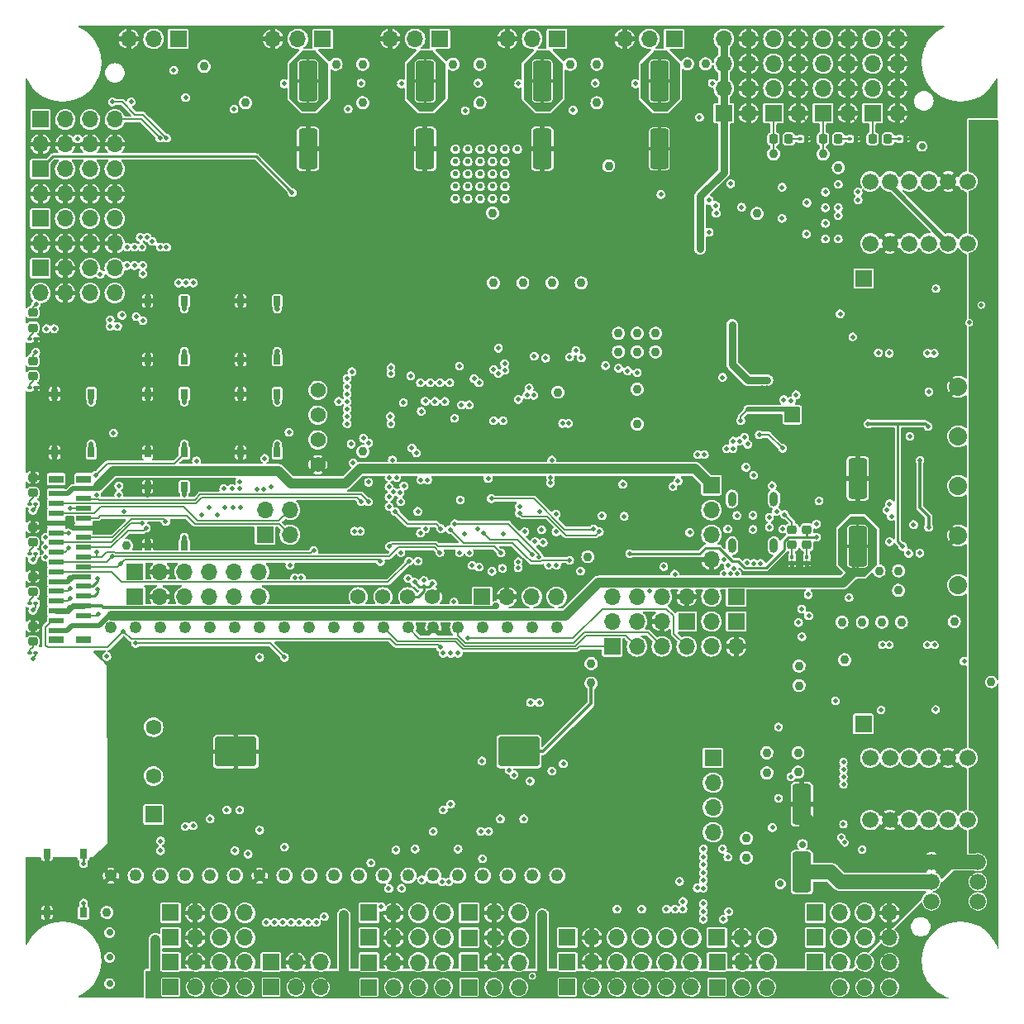
<source format=gbl>
G04 #@! TF.GenerationSoftware,KiCad,Pcbnew,6.0.2+dfsg-1*
G04 #@! TF.CreationDate,2023-02-12T19:45:13+01:00*
G04 #@! TF.ProjectId,RBCX,52424358-2e6b-4696-9361-645f70636258,rev?*
G04 #@! TF.SameCoordinates,Original*
G04 #@! TF.FileFunction,Copper,L4,Bot*
G04 #@! TF.FilePolarity,Positive*
%FSLAX46Y46*%
G04 Gerber Fmt 4.6, Leading zero omitted, Abs format (unit mm)*
G04 Created by KiCad (PCBNEW 6.0.2+dfsg-1) date 2023-02-12 19:45:13*
%MOMM*%
%LPD*%
G01*
G04 APERTURE LIST*
G04 Aperture macros list*
%AMRoundRect*
0 Rectangle with rounded corners*
0 $1 Rounding radius*
0 $2 $3 $4 $5 $6 $7 $8 $9 X,Y pos of 4 corners*
0 Add a 4 corners polygon primitive as box body*
4,1,4,$2,$3,$4,$5,$6,$7,$8,$9,$2,$3,0*
0 Add four circle primitives for the rounded corners*
1,1,$1+$1,$2,$3*
1,1,$1+$1,$4,$5*
1,1,$1+$1,$6,$7*
1,1,$1+$1,$8,$9*
0 Add four rect primitives between the rounded corners*
20,1,$1+$1,$2,$3,$4,$5,0*
20,1,$1+$1,$4,$5,$6,$7,0*
20,1,$1+$1,$6,$7,$8,$9,0*
20,1,$1+$1,$8,$9,$2,$3,0*%
G04 Aperture macros list end*
G04 #@! TA.AperFunction,ComponentPad*
%ADD10C,0.936000*%
G04 #@! TD*
G04 #@! TA.AperFunction,ComponentPad*
%ADD11C,1.560000*%
G04 #@! TD*
G04 #@! TA.AperFunction,ComponentPad*
%ADD12R,1.700000X1.700000*%
G04 #@! TD*
G04 #@! TA.AperFunction,ComponentPad*
%ADD13O,0.850000X1.500000*%
G04 #@! TD*
G04 #@! TA.AperFunction,ComponentPad*
%ADD14C,1.248000*%
G04 #@! TD*
G04 #@! TA.AperFunction,SMDPad,CuDef*
%ADD15RoundRect,0.218750X0.218750X0.256250X-0.218750X0.256250X-0.218750X-0.256250X0.218750X-0.256250X0*%
G04 #@! TD*
G04 #@! TA.AperFunction,ComponentPad*
%ADD16O,1.700000X1.700000*%
G04 #@! TD*
G04 #@! TA.AperFunction,ComponentPad*
%ADD17C,1.676400*%
G04 #@! TD*
G04 #@! TA.AperFunction,SMDPad,CuDef*
%ADD18RoundRect,0.250000X-0.700000X1.825000X-0.700000X-1.825000X0.700000X-1.825000X0.700000X1.825000X0*%
G04 #@! TD*
G04 #@! TA.AperFunction,SMDPad,CuDef*
%ADD19RoundRect,0.218750X0.256250X-0.218750X0.256250X0.218750X-0.256250X0.218750X-0.256250X-0.218750X0*%
G04 #@! TD*
G04 #@! TA.AperFunction,SMDPad,CuDef*
%ADD20RoundRect,0.100000X0.130000X0.100000X-0.130000X0.100000X-0.130000X-0.100000X0.130000X-0.100000X0*%
G04 #@! TD*
G04 #@! TA.AperFunction,SMDPad,CuDef*
%ADD21RoundRect,0.075000X-0.300000X0.425000X-0.300000X-0.425000X0.300000X-0.425000X0.300000X0.425000X0*%
G04 #@! TD*
G04 #@! TA.AperFunction,SMDPad,CuDef*
%ADD22RoundRect,0.075000X0.300000X-0.425000X0.300000X0.425000X-0.300000X0.425000X-0.300000X-0.425000X0*%
G04 #@! TD*
G04 #@! TA.AperFunction,SMDPad,CuDef*
%ADD23R,1.500000X0.600000*%
G04 #@! TD*
G04 #@! TA.AperFunction,SMDPad,CuDef*
%ADD24R,1.500000X0.800000*%
G04 #@! TD*
G04 #@! TA.AperFunction,SMDPad,CuDef*
%ADD25RoundRect,0.218750X-0.256250X0.218750X-0.256250X-0.218750X0.256250X-0.218750X0.256250X0.218750X0*%
G04 #@! TD*
G04 #@! TA.AperFunction,ComponentPad*
%ADD26C,1.862328*%
G04 #@! TD*
G04 #@! TA.AperFunction,SMDPad,CuDef*
%ADD27RoundRect,0.100000X0.100000X-0.130000X0.100000X0.130000X-0.100000X0.130000X-0.100000X-0.130000X0*%
G04 #@! TD*
G04 #@! TA.AperFunction,SMDPad,CuDef*
%ADD28RoundRect,0.142857X1.957143X-1.357143X1.957143X1.357143X-1.957143X1.357143X-1.957143X-1.357143X0*%
G04 #@! TD*
G04 #@! TA.AperFunction,SMDPad,CuDef*
%ADD29RoundRect,0.100000X-0.130000X-0.100000X0.130000X-0.100000X0.130000X0.100000X-0.130000X0.100000X0*%
G04 #@! TD*
G04 #@! TA.AperFunction,ComponentPad*
%ADD30C,1.584960*%
G04 #@! TD*
G04 #@! TA.AperFunction,SMDPad,CuDef*
%ADD31RoundRect,0.250000X0.700000X-1.825000X0.700000X1.825000X-0.700000X1.825000X-0.700000X-1.825000X0*%
G04 #@! TD*
G04 #@! TA.AperFunction,ViaPad*
%ADD32C,0.500000*%
G04 #@! TD*
G04 #@! TA.AperFunction,ViaPad*
%ADD33C,0.700000*%
G04 #@! TD*
G04 #@! TA.AperFunction,ViaPad*
%ADD34C,0.560000*%
G04 #@! TD*
G04 #@! TA.AperFunction,ViaPad*
%ADD35C,0.600000*%
G04 #@! TD*
G04 #@! TA.AperFunction,ViaPad*
%ADD36C,0.460000*%
G04 #@! TD*
G04 #@! TA.AperFunction,Conductor*
%ADD37C,0.300000*%
G04 #@! TD*
G04 #@! TA.AperFunction,Conductor*
%ADD38C,0.600000*%
G04 #@! TD*
G04 #@! TA.AperFunction,Conductor*
%ADD39C,0.200000*%
G04 #@! TD*
G04 #@! TA.AperFunction,Conductor*
%ADD40C,1.000000*%
G04 #@! TD*
G04 #@! TA.AperFunction,Conductor*
%ADD41C,0.500000*%
G04 #@! TD*
G04 #@! TA.AperFunction,Conductor*
%ADD42C,1.500000*%
G04 #@! TD*
G04 #@! TA.AperFunction,Conductor*
%ADD43C,0.800000*%
G04 #@! TD*
G04 #@! TA.AperFunction,Conductor*
%ADD44C,0.100000*%
G04 #@! TD*
G04 #@! TA.AperFunction,Conductor*
%ADD45C,0.250000*%
G04 #@! TD*
G04 #@! TA.AperFunction,Conductor*
%ADD46C,0.550000*%
G04 #@! TD*
G04 APERTURE END LIST*
D10*
G04 #@! TO.P,TP8,P$1,TP*
G04 #@! TO.N,+5V*
X172685000Y-59785000D03*
G04 #@! TD*
G04 #@! TO.P,TP21,P$1,TP*
G04 #@! TO.N,/Coprocessor/ENC2B*
X153000000Y-73000000D03*
G04 #@! TD*
G04 #@! TO.P,TP39,P$1,TP*
G04 #@! TO.N,/Servos/Classic Sevo 1/SERVO-PWR*
X163870000Y-50570000D03*
G04 #@! TD*
G04 #@! TO.P,TP29,P$1,TP*
G04 #@! TO.N,/Coprocessor/IN4B*
X158715000Y-87465000D03*
G04 #@! TD*
G04 #@! TO.P,TP33,P$1,TP*
G04 #@! TO.N,/ENC3B{slash}SW0*
X175195000Y-123135000D03*
G04 #@! TD*
G04 #@! TO.P,TP32,P$1,TP*
G04 #@! TO.N,/Coprocessor/ENC3A*
X175195000Y-121135000D03*
G04 #@! TD*
G04 #@! TO.P,PWM2B,P$1,TP*
G04 #@! TO.N,/Coprocessor/PWM2B*
X156806250Y-78163525D03*
G04 #@! TD*
G04 #@! TO.P,TP44,P$1,TP*
G04 #@! TO.N,/Servos/SI4*
X118600000Y-54550000D03*
G04 #@! TD*
G04 #@! TO.P,IN4_A,P$1,TP*
G04 #@! TO.N,/Motors/IN4_A*
X183795000Y-107755000D03*
G04 #@! TD*
G04 #@! TO.P,IN4A,P$1,TP*
G04 #@! TO.N,/Coprocessor/IN4A*
X175300000Y-112260000D03*
G04 #@! TD*
D11*
G04 #@! TO.P,IM2,1,GND*
G04 #@! TO.N,GND*
X137755000Y-105155000D03*
G04 #@! TO.P,IM2,2,VCC*
G04 #@! TO.N,+3.3V*
X135215000Y-105155000D03*
G04 #@! TO.P,IM2,3,SCL*
G04 #@! TO.N,/I2C-SCL*
X132675000Y-105155000D03*
G04 #@! TO.P,IM2,4,SDA*
G04 #@! TO.N,/I2C-SDA*
X130135000Y-105155000D03*
G04 #@! TD*
D10*
G04 #@! TO.P,TP40,P$1,TP*
G04 #@! TO.N,/Servos/SERVO_1*
X165715000Y-50565000D03*
G04 #@! TD*
G04 #@! TO.P,TP24,P$1,TP*
G04 #@! TO.N,/Motors/ENC34PWR*
X169900000Y-131890000D03*
G04 #@! TD*
G04 #@! TO.P,PWM3A,P$1,TP*
G04 #@! TO.N,/Coprocessor/PWM3A*
X179695000Y-107755000D03*
G04 #@! TD*
G04 #@! TO.P,TP56,P$1,TP*
G04 #@! TO.N,Net-(C76-Pad1)*
X183500000Y-102500000D03*
G04 #@! TD*
G04 #@! TO.P,IN4_B,P$1,TP*
G04 #@! TO.N,/Motors/IN4_B*
X185795000Y-107755000D03*
G04 #@! TD*
G04 #@! TO.P,TP38,P$1,TP*
G04 #@! TO.N,/Servos/SI1*
X154600000Y-54550000D03*
G04 #@! TD*
G04 #@! TO.P,TP41,P$1,TP*
G04 #@! TO.N,/Servos/SI2*
X142600000Y-54550000D03*
G04 #@! TD*
G04 #@! TO.P,TP58,P$1,TP*
G04 #@! TO.N,/Coprocessor/VUSB_DET*
X150600000Y-84200000D03*
G04 #@! TD*
G04 #@! TO.P,TP34,P$1,TP*
G04 #@! TO.N,/Coprocessor/ENC4A*
X172000000Y-121145000D03*
G04 #@! TD*
G04 #@! TO.P,TP50,P$1,TP*
G04 #@! TO.N,/ESP_EN*
X104400000Y-137500000D03*
G04 #@! TD*
G04 #@! TO.P,TP55,P$1,TP*
G04 #@! TO.N,/Power/Battery Manager/PWRON*
X185500000Y-104500000D03*
G04 #@! TD*
G04 #@! TO.P,TP1,P$1,TP*
G04 #@! TO.N,VCC*
X191200000Y-107700000D03*
G04 #@! TD*
G04 #@! TO.P,TP9,P$1,TP*
G04 #@! TO.N,/Connectors/ILED*
X114350000Y-50815000D03*
G04 #@! TD*
G04 #@! TO.P,PWM3B,P$1,TP*
G04 #@! TO.N,/Coprocessor/PWM3B*
X181795000Y-107755000D03*
G04 #@! TD*
G04 #@! TO.P,TP51,P$1,TP*
G04 #@! TO.N,/ESP/ESP_+5V*
X154000000Y-112000000D03*
G04 #@! TD*
G04 #@! TO.P,TP49,P$1,TP*
G04 #@! TO.N,/Servos/SERVO_3*
X142600000Y-50600000D03*
G04 #@! TD*
G04 #@! TO.P,MI3,P$1,TP*
G04 #@! TO.N,/Coprocessor/MI3*
X179990000Y-111620000D03*
G04 #@! TD*
D12*
G04 #@! TO.P,J29,1,Pin_1*
G04 #@! TO.N,/User interface/BUZZER-GATE*
X109180000Y-127455000D03*
G04 #@! TD*
D10*
G04 #@! TO.P,TP53,P$1,TP*
G04 #@! TO.N,/Coprocessor/V_BAT{slash}2*
X158715000Y-83880000D03*
G04 #@! TD*
D13*
G04 #@! TO.P,U21,0*
G04 #@! TO.N,N/C*
X172730000Y-95130000D03*
X168430000Y-99930000D03*
X172730000Y-99930000D03*
X168430000Y-95130000D03*
G04 #@! TD*
D10*
G04 #@! TO.P,TP13,P$1,TP*
G04 #@! TO.N,/Motors/ENC12PWR*
X179330000Y-61200000D03*
G04 #@! TD*
G04 #@! TO.P,TP12,P$1,TP*
G04 #@! TO.N,/Coprocessor/MPU_INT*
X130615000Y-90265000D03*
G04 #@! TD*
G04 #@! TO.P,TP52,P$1,TP*
G04 #@! TO.N,/Coprocessor/INTELLIGENT_SERVO*
X169900000Y-129890000D03*
G04 #@! TD*
G04 #@! TO.P,PWM1A,P$1,TP*
G04 #@! TO.N,/Coprocessor/PWM1A*
X158711250Y-80068525D03*
G04 #@! TD*
G04 #@! TO.P,TP28,P$1,TP*
G04 #@! TO.N,/Coprocessor/PWM4*
X175300000Y-114260000D03*
G04 #@! TD*
G04 #@! TO.P,TP47,P$1,TP*
G04 #@! TO.N,/Servos/SI3*
X130600000Y-54550000D03*
G04 #@! TD*
G04 #@! TO.P,TP35,P$1,TP*
G04 #@! TO.N,/Coprocessor/ENC4B*
X172000000Y-123200000D03*
G04 #@! TD*
G04 #@! TO.P,MI2,P$1,TP*
G04 #@! TO.N,/Coprocessor/MI2*
X160616250Y-78163525D03*
G04 #@! TD*
G04 #@! TO.P,PWM1B,P$1,TP*
G04 #@! TO.N,/Coprocessor/PWM1B*
X156805000Y-80070000D03*
G04 #@! TD*
G04 #@! TO.P,MI1,P$1,TP*
G04 #@! TO.N,/Coprocessor/MI1*
X160616250Y-80068525D03*
G04 #@! TD*
D14*
G04 #@! TO.P,TP5,P$1,TP*
G04 #@! TO.N,GND*
X190600000Y-55615000D03*
G04 #@! TD*
D10*
G04 #@! TO.P,PWM2A,P$1,TP*
G04 #@! TO.N,/Coprocessor/PWM2A*
X158711250Y-78163525D03*
G04 #@! TD*
G04 #@! TO.P,TP37,P$1,TP*
G04 #@! TO.N,/Coprocessor/MI4*
X195000000Y-113890000D03*
G04 #@! TD*
D11*
G04 #@! TO.P,IM1,1,GND*
G04 #@! TO.N,GND*
X126018250Y-91620000D03*
G04 #@! TO.P,IM1,2,VCC*
G04 #@! TO.N,+3.3V*
X126018250Y-89080000D03*
G04 #@! TO.P,IM1,3,SCL*
G04 #@! TO.N,/I2C-SCL*
X126018250Y-86540000D03*
G04 #@! TO.P,IM1,4,SDA*
G04 #@! TO.N,/I2C-SDA*
X126018250Y-84000000D03*
G04 #@! TD*
D10*
G04 #@! TO.P,TP11,P$1,TP*
G04 #@! TO.N,/Coprocessor/BOOT0*
X153670000Y-101055000D03*
G04 #@! TD*
G04 #@! TO.P,TP7,P$1,TP*
G04 #@! TO.N,+BATT*
X154000000Y-114000000D03*
G04 #@! TD*
G04 #@! TO.P,TP6,P$1,TP*
G04 #@! TO.N,Net-(TP6-PadP$1)*
X171000000Y-65900000D03*
G04 #@! TD*
G04 #@! TO.P,TP19,P$1,TP*
G04 #@! TO.N,/Coprocessor/ENC1B*
X147000000Y-73000000D03*
G04 #@! TD*
D12*
G04 #@! TO.P,J36,1,Pin_1*
G04 #@! TO.N,/Motors/~{M34_FAULT}*
X181880000Y-118175000D03*
G04 #@! TD*
D10*
G04 #@! TO.P,TP42,P$1,TP*
G04 #@! TO.N,/Servos/Classic Sevo 2/SERVO-PWR*
X151870000Y-50600000D03*
G04 #@! TD*
D12*
G04 #@! TO.P,J35,1,Pin_1*
G04 #@! TO.N,/Motors/~{M12_FAULT}*
X181915000Y-72560000D03*
G04 #@! TD*
D10*
G04 #@! TO.P,TP54,P$1,TP*
G04 #@! TO.N,/Power/Battery Manager/BAT+_PROTECTED*
X185500000Y-102500000D03*
G04 #@! TD*
G04 #@! TO.P,TP43,P$1,TP*
G04 #@! TO.N,/Servos/SERVO_2*
X154600000Y-50600000D03*
G04 #@! TD*
G04 #@! TO.P,TP59,P$1,TP*
G04 #@! TO.N,+3.3V*
X177760000Y-59790000D03*
G04 #@! TD*
G04 #@! TO.P,TP4,P$1,TP*
G04 #@! TO.N,+3.3V*
X143905000Y-65835000D03*
G04 #@! TD*
G04 #@! TO.P,TP18,P$1,TP*
G04 #@! TO.N,/Coprocessor/ENC1A*
X144000000Y-73000000D03*
G04 #@! TD*
G04 #@! TO.P,TP46,P$1,TP*
G04 #@! TO.N,/Servos/SERVO_4*
X130600000Y-50600000D03*
G04 #@! TD*
G04 #@! TO.P,TP20,P$1,TP*
G04 #@! TO.N,/Coprocessor/ENC2A*
X150000000Y-73000000D03*
G04 #@! TD*
G04 #@! TO.P,TP45,P$1,TP*
G04 #@! TO.N,/Servos/Classic Sevo 4/SERVO-PWR*
X127870000Y-50600000D03*
G04 #@! TD*
G04 #@! TO.P,TP48,P$1,TP*
G04 #@! TO.N,/Servos/Classic Sevo 3/SERVO-PWR*
X139870000Y-50600000D03*
G04 #@! TD*
G04 #@! TO.P,TP10,P$1,TP*
G04 #@! TO.N,/Auxiliary connectors/EXPANDER_COM_PWR*
X106400000Y-99900000D03*
G04 #@! TD*
G04 #@! TO.P,TP2,P$1,TP*
G04 #@! TO.N,+5V*
X155805000Y-61000000D03*
G04 #@! TD*
D15*
G04 #@! TO.P,D48,1,K*
G04 #@! TO.N,Net-(D48-Pad1)*
X179337500Y-58250000D03*
G04 #@! TO.P,D48,2,A*
G04 #@! TO.N,+3.3V*
X177762500Y-58250000D03*
G04 #@! TD*
D12*
G04 #@! TO.P,J22,1,Pin_1*
G04 #@! TO.N,+3.3V*
X131245000Y-145165000D03*
D16*
G04 #@! TO.P,J22,2,Pin_2*
G04 #@! TO.N,GND*
X133785000Y-145165000D03*
G04 #@! TO.P,J22,3,Pin_3*
G04 #@! TO.N,/Connectors/ESP-I2C-SCL*
X136325000Y-145165000D03*
G04 #@! TO.P,J22,4,Pin_4*
G04 #@! TO.N,/Connectors/ESP-I2C-SDA*
X138865000Y-145165000D03*
G04 #@! TD*
D17*
G04 #@! TO.P,JP11,1,1*
G04 #@! TO.N,/Servos/ISERVO*
X193630000Y-136360000D03*
G04 #@! TO.P,JP11,2,2*
G04 #@! TO.N,VCC*
X193630000Y-134360000D03*
G04 #@! TO.P,JP11,3,3*
G04 #@! TO.N,GND*
X193630000Y-132360000D03*
G04 #@! TD*
D18*
G04 #@! TO.P,C49,1*
G04 #@! TO.N,/Servos/Classic Sevo 4/SERVO_PWR*
X125000000Y-52320000D03*
G04 #@! TO.P,C49,2*
G04 #@! TO.N,GND*
X125000000Y-59270000D03*
G04 #@! TD*
D12*
G04 #@! TO.P,J12,1,Pin_1*
G04 #@! TO.N,+3.3V*
X151565000Y-142615000D03*
D16*
G04 #@! TO.P,J12,2,Pin_2*
G04 #@! TO.N,GND*
X154105000Y-142615000D03*
G04 #@! TO.P,J12,3,Pin_3*
G04 #@! TO.N,/Connectors/ESP-SPI-MOSI*
X156645000Y-142615000D03*
G04 #@! TO.P,J12,4,Pin_4*
G04 #@! TO.N,/Connectors/ESP-SPI-MISO*
X159185000Y-142615000D03*
G04 #@! TO.P,J12,5,Pin_5*
G04 #@! TO.N,/Connectors/ESP-SPI-SCK*
X161725000Y-142615000D03*
G04 #@! TO.P,J12,6,Pin_6*
G04 #@! TO.N,/Connectors/ESP-SPI-~{CS2}*
X164265000Y-142615000D03*
G04 #@! TD*
D19*
G04 #@! TO.P,D44,1,K*
G04 #@! TO.N,Net-(D44-Pad1)*
X176105000Y-99852000D03*
G04 #@! TO.P,D44,2,A*
G04 #@! TO.N,Net-(D43-Pad2)*
X176105000Y-98277000D03*
G04 #@! TD*
D12*
G04 #@! TO.P,J4,1,Pin_1*
G04 #@! TO.N,VCC*
X167598200Y-55623200D03*
D16*
G04 #@! TO.P,J4,2,Pin_2*
G04 #@! TO.N,GND*
X170138200Y-55623200D03*
G04 #@! TO.P,J4,3,Pin_3*
G04 #@! TO.N,VCC*
X167598200Y-53083200D03*
G04 #@! TO.P,J4,4,Pin_4*
G04 #@! TO.N,GND*
X170138200Y-53083200D03*
G04 #@! TO.P,J4,5,Pin_5*
G04 #@! TO.N,VCC*
X167598200Y-50543200D03*
G04 #@! TO.P,J4,6,Pin_6*
G04 #@! TO.N,GND*
X170138200Y-50543200D03*
G04 #@! TO.P,J4,7,Pin_7*
G04 #@! TO.N,VCC*
X167598200Y-48003200D03*
G04 #@! TO.P,J4,8,Pin_8*
G04 #@! TO.N,GND*
X170138200Y-48003200D03*
G04 #@! TD*
D18*
G04 #@! TO.P,C53,1*
G04 #@! TO.N,/Servos/Classic Sevo 3/SERVO_PWR*
X137000000Y-52325000D03*
G04 #@! TO.P,C53,2*
G04 #@! TO.N,GND*
X137000000Y-59275000D03*
G04 #@! TD*
D12*
G04 #@! TO.P,J15,1,Pin_1*
G04 #@! TO.N,/Connectors/IN1*
X166900000Y-142615000D03*
D16*
G04 #@! TO.P,J15,2,Pin_2*
G04 #@! TO.N,GND*
X169440000Y-142615000D03*
G04 #@! TO.P,J15,3,Pin_3*
G04 #@! TO.N,+3.3V*
X171980000Y-142615000D03*
G04 #@! TD*
D20*
G04 #@! TO.P,R139,1*
G04 #@! TO.N,GND*
X186227500Y-58250000D03*
G04 #@! TO.P,R139,2*
G04 #@! TO.N,Net-(D46-Pad1)*
X185587500Y-58250000D03*
G04 #@! TD*
D21*
G04 #@! TO.P,SW14,1,P*
G04 #@! TO.N,GND*
X108573200Y-90373200D03*
X108573200Y-84373200D03*
G04 #@! TO.P,SW14,2,S*
G04 #@! TO.N,/BUTTON_ON_ORIGINAL*
X112323200Y-84373200D03*
X112323200Y-90373200D03*
G04 #@! TD*
D12*
G04 #@! TO.P,J33,1,Pin_1*
G04 #@! TO.N,/User interface/BUTTON-OFF*
X97595000Y-56255000D03*
D16*
G04 #@! TO.P,J33,2,Pin_2*
G04 #@! TO.N,GND*
X97595000Y-58795000D03*
G04 #@! TO.P,J33,3,Pin_3*
G04 #@! TO.N,/BUTTON_ON_ORIGINAL*
X100135000Y-56255000D03*
G04 #@! TO.P,J33,4,Pin_4*
G04 #@! TO.N,GND*
X100135000Y-58795000D03*
G04 #@! TO.P,J33,5,Pin_5*
G04 #@! TO.N,/User interface/ESP-EN*
X102675000Y-56255000D03*
G04 #@! TO.P,J33,6,Pin_6*
G04 #@! TO.N,GND*
X102675000Y-58795000D03*
G04 #@! TO.P,J33,7,Pin_7*
G04 #@! TO.N,/NRST*
X105215000Y-56255000D03*
G04 #@! TO.P,J33,8,Pin_8*
G04 #@! TO.N,GND*
X105215000Y-58795000D03*
G04 #@! TD*
D14*
G04 #@! TO.P,IM3,1,3V3*
G04 #@! TO.N,/ESP/ESP-3V3*
X104805000Y-108325000D03*
G04 #@! TO.P,IM3,2,EN*
G04 #@! TO.N,/ESP_EN*
X107345000Y-108325000D03*
G04 #@! TO.P,IM3,3,SVP*
G04 #@! TO.N,/Connectors/IN1*
X109885000Y-108325000D03*
G04 #@! TO.P,IM3,4,SVN*
G04 #@! TO.N,/Connectors/IN2*
X112425000Y-108325000D03*
G04 #@! TO.P,IM3,5,IO34*
G04 #@! TO.N,/Connectors/IN3*
X114965000Y-108325000D03*
G04 #@! TO.P,IM3,6,IO35*
G04 #@! TO.N,/Connectors/IN4*
X117505000Y-108325000D03*
G04 #@! TO.P,IM3,7,IO32*
G04 #@! TO.N,/Connectors/GPIO1*
X120045000Y-108325000D03*
G04 #@! TO.P,IM3,8,IO33*
G04 #@! TO.N,/ESP/GPIO2*
X122585000Y-108325000D03*
G04 #@! TO.P,IM3,9,IO25*
G04 #@! TO.N,/Connectors/GPIO3*
X125125000Y-108325000D03*
G04 #@! TO.P,IM3,10,IO26*
G04 #@! TO.N,/Connectors/GPIO4*
X127665000Y-108325000D03*
G04 #@! TO.P,IM3,11,IO27*
G04 #@! TO.N,/Connectors/GPIO5*
X130205000Y-108325000D03*
G04 #@! TO.P,IM3,12,IO14*
G04 #@! TO.N,/GPIO6{slash}TMS*
X132745000Y-108325000D03*
G04 #@! TO.P,IM3,13,IO12*
G04 #@! TO.N,/I_LED{slash}TDI*
X135285000Y-108325000D03*
G04 #@! TO.P,IM3,14,GND*
G04 #@! TO.N,GND*
X137825000Y-108325000D03*
G04 #@! TO.P,IM3,15,IO13*
G04 #@! TO.N,/GPIO7{slash}TCK*
X140365000Y-108325000D03*
G04 #@! TO.P,IM3,16,SD2*
G04 #@! TO.N,unconnected-(IM3-Pad16)*
X142905000Y-108325000D03*
G04 #@! TO.P,IM3,17,SD3*
G04 #@! TO.N,unconnected-(IM3-Pad17)*
X145445000Y-108325000D03*
G04 #@! TO.P,IM3,18,CMD*
G04 #@! TO.N,unconnected-(IM3-Pad18)*
X147985000Y-108325000D03*
G04 #@! TO.P,IM3,19,5V*
G04 #@! TO.N,/ESP/ESP_+5V*
X150525000Y-108325000D03*
G04 #@! TO.P,IM3,20,CLK*
G04 #@! TO.N,unconnected-(IM3-Pad20)*
X150525000Y-133725000D03*
G04 #@! TO.P,IM3,21,SD0*
G04 #@! TO.N,unconnected-(IM3-Pad21)*
X147985000Y-133725000D03*
G04 #@! TO.P,IM3,22,SD1*
G04 #@! TO.N,unconnected-(IM3-Pad22)*
X145445000Y-133725000D03*
G04 #@! TO.P,IM3,23,IO15*
G04 #@! TO.N,/SPI_~{SS3}{slash}TDO*
X142905000Y-133725000D03*
G04 #@! TO.P,IM3,24,IO2*
G04 #@! TO.N,/ESP/EXPANDER_TX*
X140365000Y-133725000D03*
G04 #@! TO.P,IM3,25,IO0*
G04 #@! TO.N,/ESP/EXPANDER_RX*
X137825000Y-133725000D03*
G04 #@! TO.P,IM3,26,IO4*
G04 #@! TO.N,/Connectors/SPI_~{SS2}*
X135285000Y-133725000D03*
G04 #@! TO.P,IM3,27,IO16*
G04 #@! TO.N,/Connectors/UART2_RX*
X132745000Y-133725000D03*
G04 #@! TO.P,IM3,28,IO17*
G04 #@! TO.N,/Connectors/UART2_TX*
X130205000Y-133725000D03*
G04 #@! TO.P,IM3,29,IO5*
G04 #@! TO.N,/Connectors/SPI_~{SS1}*
X127665000Y-133725000D03*
G04 #@! TO.P,IM3,30,IO18*
G04 #@! TO.N,/Connectors/SPI_SCK*
X125125000Y-133725000D03*
G04 #@! TO.P,IM3,31,IO19*
G04 #@! TO.N,/Connectors/SPI_MISO*
X122585000Y-133725000D03*
G04 #@! TO.P,IM3,32,GND*
G04 #@! TO.N,GND*
X120045000Y-133725000D03*
G04 #@! TO.P,IM3,33,IO21*
G04 #@! TO.N,/ESP/I2C_SDA*
X117505000Y-133725000D03*
G04 #@! TO.P,IM3,34,RXD0*
G04 #@! TO.N,/ESP/UART_RX*
X114965000Y-133725000D03*
G04 #@! TO.P,IM3,35,TXD0*
G04 #@! TO.N,/ESP/UART_TX*
X112425000Y-133725000D03*
G04 #@! TO.P,IM3,36,IO22*
G04 #@! TO.N,/ESP/I2C_SCL*
X109885000Y-133725000D03*
G04 #@! TO.P,IM3,37,IO23*
G04 #@! TO.N,/Connectors/SPI_MOSI*
X107345000Y-133725000D03*
G04 #@! TO.P,IM3,38,GND*
G04 #@! TO.N,GND*
X104805000Y-133725000D03*
G04 #@! TD*
D12*
G04 #@! TO.P,J11,1,Pin_1*
G04 #@! TO.N,/Connectors/GPIO-7-VSEL*
X141505550Y-137535000D03*
D16*
G04 #@! TO.P,J11,2,Pin_2*
G04 #@! TO.N,GND*
X144045550Y-137535000D03*
G04 #@! TO.P,J11,3,Pin_3*
G04 #@! TO.N,/Connectors/ESP-I2C-PWR*
X146585550Y-137535000D03*
G04 #@! TD*
D12*
G04 #@! TO.P,J39,1,Pin_1*
G04 #@! TO.N,/Servos/Classic Sevo 4/SERVO*
X126500000Y-48000000D03*
D16*
G04 #@! TO.P,J39,2,Pin_2*
G04 #@! TO.N,/Servos/Classic Sevo 4/SERVO-PWR*
X123960000Y-48000000D03*
G04 #@! TO.P,J39,3,Pin_3*
G04 #@! TO.N,GND*
X121420000Y-48000000D03*
G04 #@! TD*
D12*
G04 #@! TO.P,J20,1,Pin_1*
G04 #@! TO.N,/Connectors/IN2*
X166894450Y-145158200D03*
D16*
G04 #@! TO.P,J20,2,Pin_2*
G04 #@! TO.N,GND*
X169434450Y-145158200D03*
G04 #@! TO.P,J20,3,Pin_3*
G04 #@! TO.N,+3.3V*
X171974450Y-145158200D03*
G04 #@! TD*
D15*
G04 #@! TO.P,D46,1,K*
G04 #@! TO.N,Net-(D46-Pad1)*
X184417500Y-58250000D03*
G04 #@! TO.P,D46,2,A*
G04 #@! TO.N,/ESP/ESP-3V3*
X182842500Y-58250000D03*
G04 #@! TD*
D12*
G04 #@! TO.P,J31,1,Pin_1*
G04 #@! TO.N,/User interface/BUTTON-1*
X97585000Y-61335000D03*
D16*
G04 #@! TO.P,J31,2,Pin_2*
G04 #@! TO.N,GND*
X97585000Y-63875000D03*
G04 #@! TO.P,J31,3,Pin_3*
G04 #@! TO.N,/User interface/BUTTON-2*
X100125000Y-61335000D03*
G04 #@! TO.P,J31,4,Pin_4*
G04 #@! TO.N,GND*
X100125000Y-63875000D03*
G04 #@! TO.P,J31,5,Pin_5*
G04 #@! TO.N,/User interface/BUTTON-3*
X102665000Y-61335000D03*
G04 #@! TO.P,J31,6,Pin_6*
G04 #@! TO.N,GND*
X102665000Y-63875000D03*
G04 #@! TO.P,J31,7,Pin_7*
G04 #@! TO.N,/User interface/BUTTON-4*
X105205000Y-61335000D03*
G04 #@! TO.P,J31,8,Pin_8*
G04 #@! TO.N,GND*
X105205000Y-63875000D03*
G04 #@! TD*
D12*
G04 #@! TO.P,J24,1,Pin_1*
G04 #@! TO.N,+3.3V*
X168865000Y-105145000D03*
D16*
G04 #@! TO.P,J24,2,Pin_2*
G04 #@! TO.N,/Auxiliary connectors/SWCLK_*
X166325000Y-105145000D03*
G04 #@! TO.P,J24,3,Pin_3*
G04 #@! TO.N,GND*
X163785000Y-105145000D03*
G04 #@! TO.P,J24,4,Pin_4*
G04 #@! TO.N,/Auxiliary connectors/SWDIO_*
X161245000Y-105145000D03*
G04 #@! TO.P,J24,5,Pin_5*
G04 #@! TO.N,/NRST*
X158705000Y-105145000D03*
G04 #@! TO.P,J24,6,Pin_6*
G04 #@! TO.N,/ENC3B{slash}SW0*
X156165000Y-105145000D03*
G04 #@! TD*
D12*
G04 #@! TO.P,J30,1,Pin_1*
G04 #@! TO.N,/User interface/LED-1*
X97585000Y-66415000D03*
D16*
G04 #@! TO.P,J30,2,Pin_2*
G04 #@! TO.N,GND*
X97585000Y-68955000D03*
G04 #@! TO.P,J30,3,Pin_3*
G04 #@! TO.N,/User interface/LED-2*
X100125000Y-66415000D03*
G04 #@! TO.P,J30,4,Pin_4*
G04 #@! TO.N,GND*
X100125000Y-68955000D03*
G04 #@! TO.P,J30,5,Pin_5*
G04 #@! TO.N,/User interface/LED-3*
X102665000Y-66415000D03*
G04 #@! TO.P,J30,6,Pin_6*
G04 #@! TO.N,GND*
X102665000Y-68955000D03*
G04 #@! TO.P,J30,7,Pin_7*
G04 #@! TO.N,/User interface/LED-4*
X105205000Y-66415000D03*
G04 #@! TO.P,J30,8,Pin_8*
G04 #@! TO.N,GND*
X105205000Y-68955000D03*
G04 #@! TD*
D12*
G04 #@! TO.P,J46,1,Pin_1*
G04 #@! TO.N,+5V*
X176965000Y-137535000D03*
D16*
G04 #@! TO.P,J46,2,Pin_2*
G04 #@! TO.N,/STM connecors/UTS4-TRIG*
X179505000Y-137535000D03*
G04 #@! TO.P,J46,3,Pin_3*
G04 #@! TO.N,/STM connecors/UTS4-ECHO*
X182045000Y-137535000D03*
G04 #@! TO.P,J46,4,Pin_4*
G04 #@! TO.N,GND*
X184585000Y-137535000D03*
G04 #@! TD*
D12*
G04 #@! TO.P,J50,1,Pin_1*
G04 #@! TO.N,/USB/USB_SBU1*
X166485000Y-121665000D03*
D16*
G04 #@! TO.P,J50,2,Pin_2*
G04 #@! TO.N,/USB/USB_CC1*
X166485000Y-124205000D03*
G04 #@! TO.P,J50,3,Pin_3*
G04 #@! TO.N,/USB/USB_SBU2*
X166485000Y-126745000D03*
G04 #@! TO.P,J50,4,Pin_4*
G04 #@! TO.N,/USB/USB_CC2*
X166485000Y-129285000D03*
G04 #@! TD*
D12*
G04 #@! TO.P,J34,1,Pin_1*
G04 #@! TO.N,+3.3V*
X142835000Y-105155000D03*
D16*
G04 #@! TO.P,J34,2,Pin_2*
G04 #@! TO.N,GND*
X145375000Y-105155000D03*
G04 #@! TO.P,J34,3,Pin_3*
G04 #@! TO.N,/Coprocessor/MPU-SCL*
X147915000Y-105155000D03*
G04 #@! TO.P,J34,4,Pin_4*
G04 #@! TO.N,/Coprocessor/MPU-SDA*
X150455000Y-105155000D03*
G04 #@! TD*
D22*
G04 #@! TO.P,SW3,1,P*
G04 #@! TO.N,/User interface/BUTTON-2*
X102798200Y-90373200D03*
X102798200Y-84373200D03*
G04 #@! TO.P,SW3,2,S*
G04 #@! TO.N,GND*
X99048200Y-90373200D03*
X99048200Y-84373200D03*
G04 #@! TD*
D12*
G04 #@! TO.P,J21,1,Pin_1*
G04 #@! TO.N,/Connectors/ILED-5V*
X111710000Y-48000000D03*
D16*
G04 #@! TO.P,J21,2,Pin_2*
G04 #@! TO.N,+5V*
X109170000Y-48000000D03*
G04 #@! TO.P,J21,3,Pin_3*
G04 #@! TO.N,GND*
X106630000Y-48000000D03*
G04 #@! TD*
D20*
G04 #@! TO.P,R63,1*
G04 #@! TO.N,/User interface/LED3*
X97100000Y-105816000D03*
G04 #@! TO.P,R63,2*
G04 #@! TO.N,/User interface/LED_3*
X96460000Y-105816000D03*
G04 #@! TD*
D12*
G04 #@! TO.P,J10,1,Pin_1*
G04 #@! TO.N,/Connectors/GPIO-5*
X121200000Y-145155000D03*
D16*
G04 #@! TO.P,J10,2,Pin_2*
G04 #@! TO.N,GND*
X123740000Y-145155000D03*
G04 #@! TO.P,J10,3,Pin_3*
G04 #@! TO.N,+3.3V*
X126280000Y-145155000D03*
G04 #@! TD*
D17*
G04 #@! TO.P,U5,1,1*
G04 #@! TO.N,/Motors/M2B*
X182600000Y-68960000D03*
G04 #@! TO.P,U5,2,2*
G04 #@! TO.N,GND*
X184600000Y-68960000D03*
G04 #@! TO.P,U5,3,3*
G04 #@! TO.N,/Motors/ENC_2B*
X186600000Y-68960000D03*
G04 #@! TO.P,U5,4,4*
G04 #@! TO.N,/Motors/ENC_2A*
X188600000Y-68960000D03*
G04 #@! TO.P,U5,5,5*
G04 #@! TO.N,/Motors/ENC12PWR*
X190600000Y-68960000D03*
G04 #@! TO.P,U5,6,6*
G04 #@! TO.N,/Motors/M2A*
X192600000Y-68960000D03*
G04 #@! TD*
D12*
G04 #@! TO.P,J18,1,Pin_1*
G04 #@! TO.N,+3.3V*
X151565000Y-145155000D03*
D16*
G04 #@! TO.P,J18,2,Pin_2*
G04 #@! TO.N,GND*
X154105000Y-145155000D03*
G04 #@! TO.P,J18,3,Pin_3*
G04 #@! TO.N,/Connectors/ESP-SPI-MOSI*
X156645000Y-145155000D03*
G04 #@! TO.P,J18,4,Pin_4*
G04 #@! TO.N,/Connectors/ESP-SPI-MISO*
X159185000Y-145155000D03*
G04 #@! TO.P,J18,5,Pin_5*
G04 #@! TO.N,/Connectors/ESP-SPI-SCK*
X161725000Y-145155000D03*
G04 #@! TO.P,J18,6,Pin_6*
G04 #@! TO.N,/Connectors/ESP-SPI-~{CS3}*
X164265000Y-145155000D03*
G04 #@! TD*
D12*
G04 #@! TO.P,J23,1,Pin_1*
G04 #@! TO.N,/Connectors/IN4*
X141500000Y-145158200D03*
D16*
G04 #@! TO.P,J23,2,Pin_2*
G04 #@! TO.N,GND*
X144040000Y-145158200D03*
G04 #@! TO.P,J23,3,Pin_3*
G04 #@! TO.N,+3.3V*
X146580000Y-145158200D03*
G04 #@! TD*
D19*
G04 #@! TO.P,D42,1,K*
G04 #@! TO.N,Net-(D42-Pad1)*
X174595000Y-99852500D03*
G04 #@! TO.P,D42,2,A*
G04 #@! TO.N,/VUSB*
X174595000Y-98277500D03*
G04 #@! TD*
D12*
G04 #@! TO.P,J1,1,Pin_1*
G04 #@! TO.N,/Connectors/ESP-I2C-SDA*
X120605000Y-98805000D03*
D16*
G04 #@! TO.P,J1,2,Pin_2*
G04 #@! TO.N,/I2C-SDA*
X123145000Y-98805000D03*
G04 #@! TO.P,J1,3,Pin_3*
G04 #@! TO.N,/Connectors/ESP-I2C-SCL*
X120605000Y-96265000D03*
G04 #@! TO.P,J1,4,Pin_4*
G04 #@! TO.N,/I2C-SCL*
X123145000Y-96265000D03*
G04 #@! TD*
D12*
G04 #@! TO.P,J28,1,Pin_1*
G04 #@! TO.N,/Auxiliary connectors/EXPANDER_COM_PWR*
X107275000Y-102615000D03*
D16*
G04 #@! TO.P,J28,2,Pin_2*
G04 #@! TO.N,GND*
X109815000Y-102615000D03*
G04 #@! TO.P,J28,3,Pin_3*
G04 #@! TO.N,/Auxiliary connectors/STM-CAN-TX*
X112355000Y-102615000D03*
G04 #@! TO.P,J28,4,Pin_4*
G04 #@! TO.N,/Auxiliary connectors/STM-CAN-RX*
X114895000Y-102615000D03*
G04 #@! TO.P,J28,5,Pin_5*
G04 #@! TO.N,/Auxiliary connectors/CONTROL-DIR*
X117435000Y-102615000D03*
G04 #@! TO.P,J28,6,Pin_6*
G04 #@! TO.N,/Auxiliary connectors/CONTROL-INT*
X119975000Y-102615000D03*
G04 #@! TD*
D12*
G04 #@! TO.P,J16,1,Pin_1*
G04 #@! TO.N,/Connectors/GPIO-6*
X121200550Y-142615000D03*
D16*
G04 #@! TO.P,J16,2,Pin_2*
G04 #@! TO.N,GND*
X123740550Y-142615000D03*
G04 #@! TO.P,J16,3,Pin_3*
G04 #@! TO.N,+3.3V*
X126280550Y-142615000D03*
G04 #@! TD*
D12*
G04 #@! TO.P,J32,1,Pin_1*
G04 #@! TO.N,+3.3V*
X168865000Y-107695000D03*
D16*
G04 #@! TO.P,J32,2,Pin_2*
G04 #@! TO.N,/Coprocessor/BOOT0*
X166325000Y-107695000D03*
G04 #@! TD*
D23*
G04 #@! TO.P,X2,1,S*
G04 #@! TO.N,VCC*
X99205700Y-108593200D03*
G04 #@! TO.P,X2,2,S*
X102005700Y-108093200D03*
G04 #@! TO.P,X2,3,S*
G04 #@! TO.N,/User interface/BUZZER-GATE*
X99205700Y-107593200D03*
G04 #@! TO.P,X2,4,S*
G04 #@! TO.N,/Connectors/ILED-5V*
X102005700Y-107093200D03*
G04 #@! TO.P,X2,5,S*
G04 #@! TO.N,+5V*
X99205700Y-106593200D03*
G04 #@! TO.P,X2,6,S*
X102005700Y-106093200D03*
G04 #@! TO.P,X2,7,S*
G04 #@! TO.N,/User interface/LED-1*
X99205700Y-105593200D03*
G04 #@! TO.P,X2,8,S*
G04 #@! TO.N,/User interface/LED-2*
X102005700Y-105093200D03*
G04 #@! TO.P,X2,9,S*
G04 #@! TO.N,/User interface/LED-3*
X99205700Y-104593200D03*
G04 #@! TO.P,X2,10,S*
G04 #@! TO.N,/User interface/LED-4*
X102005700Y-104093200D03*
G04 #@! TO.P,X2,11,S*
G04 #@! TO.N,+3.3V*
X99205700Y-103593200D03*
G04 #@! TO.P,X2,12,S*
X102005700Y-103093200D03*
G04 #@! TO.P,X2,13,S*
G04 #@! TO.N,/Coprocessor/BOOT0*
X99205700Y-102593200D03*
G04 #@! TO.P,X2,14,S*
G04 #@! TO.N,/NRST*
X102005700Y-102093200D03*
G04 #@! TO.P,X2,15,S*
G04 #@! TO.N,/ESP_EN*
X99205700Y-101593200D03*
G04 #@! TO.P,X2,16,S*
G04 #@! TO.N,/BUTTON_ON_ORIGINAL*
X102005700Y-101093200D03*
G04 #@! TO.P,X2,17,S*
G04 #@! TO.N,/User interface/BUTTON-OFF*
X99205700Y-100593200D03*
G04 #@! TO.P,X2,18,S*
G04 #@! TO.N,/User interface/BUTTON-1*
X102005700Y-100093200D03*
G04 #@! TO.P,X2,19,S*
G04 #@! TO.N,/User interface/BUTTON-2*
X99205700Y-99593200D03*
G04 #@! TO.P,X2,20,S*
G04 #@! TO.N,/User interface/BUTTON-3*
X102005700Y-99093200D03*
G04 #@! TO.P,X2,21,S*
G04 #@! TO.N,/User interface/BUTTON-4*
X99205700Y-98593200D03*
G04 #@! TO.P,X2,22,S*
G04 #@! TO.N,GND*
X102005700Y-98093200D03*
G04 #@! TO.P,X2,23,S*
X99205700Y-97593200D03*
G04 #@! TO.P,X2,24,S*
G04 #@! TO.N,/I2C-SDA*
X102005700Y-97093200D03*
G04 #@! TO.P,X2,25,S*
G04 #@! TO.N,/I2C-SCL*
X99205700Y-96593200D03*
G04 #@! TO.P,X2,26,S*
G04 #@! TO.N,/Connectors/GPIO-2*
X102005700Y-96093200D03*
G04 #@! TO.P,X2,27,S*
G04 #@! TO.N,/USB_DP*
X99205700Y-95593200D03*
G04 #@! TO.P,X2,28,S*
G04 #@! TO.N,/USB_DM*
X102005700Y-95093200D03*
G04 #@! TO.P,X2,29,S*
G04 #@! TO.N,/VUSB*
X99205700Y-94593200D03*
G04 #@! TO.P,X2,30,S*
X102005700Y-94093200D03*
D24*
G04 #@! TO.P,X2,M1*
G04 #@! TO.N,N/C*
X99205700Y-109593200D03*
G04 #@! TO.P,X2,M2*
X99205700Y-93093200D03*
G04 #@! TO.P,X2,M3*
X102005700Y-93093200D03*
G04 #@! TO.P,X2,M4*
X102005700Y-109593200D03*
G04 #@! TD*
D12*
G04 #@! TO.P,J41,1,Pin_1*
G04 #@! TO.N,+5V*
X176965000Y-145165000D03*
D16*
G04 #@! TO.P,J41,2,Pin_2*
G04 #@! TO.N,/STM connecors/UTS1-TRIG*
X179505000Y-145165000D03*
G04 #@! TO.P,J41,3,Pin_3*
G04 #@! TO.N,/STM connecors/UTS1-ECHO*
X182045000Y-145165000D03*
G04 #@! TO.P,J41,4,Pin_4*
G04 #@! TO.N,GND*
X184585000Y-145165000D03*
G04 #@! TD*
D25*
G04 #@! TO.P,D39,1,K*
G04 #@! TO.N,GND*
X96793942Y-108173852D03*
G04 #@! TO.P,D39,2,A*
G04 #@! TO.N,/User interface/LED_4*
X96793942Y-109748852D03*
G04 #@! TD*
D20*
G04 #@! TO.P,R182,1*
G04 #@! TO.N,GND*
X181147500Y-58250000D03*
G04 #@! TO.P,R182,2*
G04 #@! TO.N,Net-(D48-Pad1)*
X180507500Y-58250000D03*
G04 #@! TD*
D17*
G04 #@! TO.P,U9,1,1*
G04 #@! TO.N,/Motors/M4B*
X182600000Y-128020000D03*
G04 #@! TO.P,U9,2,2*
G04 #@! TO.N,GND*
X184600000Y-128020000D03*
G04 #@! TO.P,U9,3,3*
G04 #@! TO.N,/Motors/ENC_4B*
X186600000Y-128020000D03*
G04 #@! TO.P,U9,4,4*
G04 #@! TO.N,/Motors/ENC_4A*
X188600000Y-128020000D03*
G04 #@! TO.P,U9,5,5*
G04 #@! TO.N,/Motors/ENC34PWR*
X190600000Y-128020000D03*
G04 #@! TO.P,U9,6,6*
G04 #@! TO.N,/Motors/M4A*
X192600000Y-128020000D03*
G04 #@! TD*
D12*
G04 #@! TO.P,J45,1,Pin_1*
G04 #@! TO.N,+5V*
X176965000Y-140075000D03*
D16*
G04 #@! TO.P,J45,2,Pin_2*
G04 #@! TO.N,/STM connecors/UTS3-TRIG*
X179505000Y-140075000D03*
G04 #@! TO.P,J45,3,Pin_3*
G04 #@! TO.N,/STM connecors/UTS3-ECHO*
X182045000Y-140075000D03*
G04 #@! TO.P,J45,4,Pin_4*
G04 #@! TO.N,GND*
X184585000Y-140075000D03*
G04 #@! TD*
D20*
G04 #@! TO.P,R17,1*
G04 #@! TO.N,GND*
X97100000Y-78740000D03*
G04 #@! TO.P,R17,2*
G04 #@! TO.N,Net-(D32-Pad1)*
X96460000Y-78740000D03*
G04 #@! TD*
D12*
G04 #@! TO.P,J37,1,Pin_1*
G04 #@! TO.N,/Servos/Classic Sevo 1/SERVO*
X162500000Y-48000000D03*
D16*
G04 #@! TO.P,J37,2,Pin_2*
G04 #@! TO.N,/Servos/Classic Sevo 1/SERVO-PWR*
X159960000Y-48000000D03*
G04 #@! TO.P,J37,3,Pin_3*
G04 #@! TO.N,GND*
X157420000Y-48000000D03*
G04 #@! TD*
D12*
G04 #@! TO.P,J2,1,Pin_1*
G04 #@! TO.N,+3.3V*
X177758200Y-55623200D03*
D16*
G04 #@! TO.P,J2,2,Pin_2*
G04 #@! TO.N,GND*
X180298200Y-55623200D03*
G04 #@! TO.P,J2,3,Pin_3*
G04 #@! TO.N,+3.3V*
X177758200Y-53083200D03*
G04 #@! TO.P,J2,4,Pin_4*
G04 #@! TO.N,GND*
X180298200Y-53083200D03*
G04 #@! TO.P,J2,5,Pin_5*
G04 #@! TO.N,+3.3V*
X177758200Y-50543200D03*
G04 #@! TO.P,J2,6,Pin_6*
G04 #@! TO.N,GND*
X180298200Y-50543200D03*
G04 #@! TO.P,J2,7,Pin_7*
G04 #@! TO.N,+3.3V*
X177758200Y-48003200D03*
G04 #@! TO.P,J2,8,Pin_8*
G04 #@! TO.N,GND*
X180298200Y-48003200D03*
G04 #@! TD*
D12*
G04 #@! TO.P,J42,1,Pin_1*
G04 #@! TO.N,Net-(J42-Pad1)*
X97585000Y-71495000D03*
D16*
G04 #@! TO.P,J42,2,Pin_2*
G04 #@! TO.N,Net-(J42-Pad2)*
X97585000Y-74035000D03*
G04 #@! TO.P,J42,3,Pin_3*
G04 #@! TO.N,GND*
X100125000Y-71495000D03*
G04 #@! TO.P,J42,4,Pin_4*
X100125000Y-74035000D03*
G04 #@! TO.P,J42,5,Pin_5*
G04 #@! TO.N,+3.3V*
X102665000Y-71495000D03*
G04 #@! TO.P,J42,6,Pin_6*
X102665000Y-74035000D03*
G04 #@! TO.P,J42,7,Pin_7*
G04 #@! TO.N,+5V*
X105205000Y-71495000D03*
G04 #@! TO.P,J42,8,Pin_8*
X105205000Y-74035000D03*
G04 #@! TD*
D22*
G04 #@! TO.P,SW7,1,P*
G04 #@! TO.N,/User interface/BUTTON-4*
X112323200Y-93898200D03*
X112323200Y-99898200D03*
G04 #@! TO.P,SW7,2,S*
G04 #@! TO.N,GND*
X108573200Y-99898200D03*
X108573200Y-93898200D03*
G04 #@! TD*
D12*
G04 #@! TO.P,J27,1,Pin_1*
G04 #@! TO.N,+3.3V*
X163785000Y-107695000D03*
D16*
G04 #@! TO.P,J27,2,Pin_2*
G04 #@! TO.N,GND*
X161245000Y-107695000D03*
G04 #@! TO.P,J27,3,Pin_3*
G04 #@! TO.N,/Auxiliary connectors/DEBUG-RX*
X158705000Y-107695000D03*
G04 #@! TO.P,J27,4,Pin_4*
G04 #@! TO.N,/Auxiliary connectors/DEBUG-TX*
X156165000Y-107695000D03*
G04 #@! TD*
D12*
G04 #@! TO.P,J38,1,Pin_1*
G04 #@! TO.N,/Servos/Classic Sevo 2/SERVO*
X150500000Y-48000000D03*
D16*
G04 #@! TO.P,J38,2,Pin_2*
G04 #@! TO.N,/Servos/Classic Sevo 2/SERVO-PWR*
X147960000Y-48000000D03*
G04 #@! TO.P,J38,3,Pin_3*
G04 #@! TO.N,GND*
X145420000Y-48000000D03*
G04 #@! TD*
D22*
G04 #@! TO.P,SW12,1,P*
G04 #@! TO.N,/ESP_EN*
X102004450Y-137521950D03*
X102004450Y-131521950D03*
G04 #@! TO.P,SW12,2,S*
G04 #@! TO.N,GND*
X98254450Y-131521950D03*
X98254450Y-137521950D03*
G04 #@! TD*
D25*
G04 #@! TO.P,D33,1,K*
G04 #@! TO.N,GND*
X96793942Y-92933852D03*
G04 #@! TO.P,D33,2,A*
G04 #@! TO.N,/User interface/LED_1*
X96793942Y-94508852D03*
G04 #@! TD*
D12*
G04 #@! TO.P,J5,1,Pin_1*
G04 #@! TO.N,/Connectors/ESP_SPI_PWR*
X151565000Y-140075000D03*
D16*
G04 #@! TO.P,J5,2,Pin_2*
G04 #@! TO.N,GND*
X154105000Y-140075000D03*
G04 #@! TO.P,J5,3,Pin_3*
G04 #@! TO.N,/Connectors/ESP-SPI-MOSI*
X156645000Y-140075000D03*
G04 #@! TO.P,J5,4,Pin_4*
G04 #@! TO.N,/Connectors/ESP-SPI-MISO*
X159185000Y-140075000D03*
G04 #@! TO.P,J5,5,Pin_5*
G04 #@! TO.N,/Connectors/ESP-SPI-SCK*
X161725000Y-140075000D03*
G04 #@! TO.P,J5,6,Pin_6*
G04 #@! TO.N,/Connectors/ESP-SPI-~{CS1}*
X164265000Y-140075000D03*
G04 #@! TD*
D15*
G04 #@! TO.P,D30,1,K*
G04 #@! TO.N,Net-(D30-Pad1)*
X174257500Y-58250000D03*
G04 #@! TO.P,D30,2,A*
G04 #@! TO.N,+5V*
X172682500Y-58250000D03*
G04 #@! TD*
D12*
G04 #@! TO.P,J3,1,Pin_1*
G04 #@! TO.N,+5V*
X172678200Y-55623200D03*
D16*
G04 #@! TO.P,J3,2,Pin_2*
G04 #@! TO.N,GND*
X175218200Y-55623200D03*
G04 #@! TO.P,J3,3,Pin_3*
G04 #@! TO.N,+5V*
X172678200Y-53083200D03*
G04 #@! TO.P,J3,4,Pin_4*
G04 #@! TO.N,GND*
X175218200Y-53083200D03*
G04 #@! TO.P,J3,5,Pin_5*
G04 #@! TO.N,+5V*
X172678200Y-50543200D03*
G04 #@! TO.P,J3,6,Pin_6*
G04 #@! TO.N,GND*
X175218200Y-50543200D03*
G04 #@! TO.P,J3,7,Pin_7*
G04 #@! TO.N,+5V*
X172678200Y-48003200D03*
G04 #@! TO.P,J3,8,Pin_8*
G04 #@! TO.N,GND*
X175218200Y-48003200D03*
G04 #@! TD*
D26*
G04 #@! TO.P,X3,1,KL*
G04 #@! TO.N,GND*
X191600000Y-83640000D03*
G04 #@! TO.P,X3,2,KL*
G04 #@! TO.N,/Power/Battery Manager/BAT_MID*
X191600000Y-88720000D03*
G04 #@! TO.P,X3,3,KL*
G04 #@! TO.N,/Power/Battery Manager/BAT+*
X191600000Y-93800000D03*
G04 #@! TD*
D27*
G04 #@! TO.P,R174,1*
G04 #@! TO.N,GND*
X174595000Y-101710000D03*
G04 #@! TO.P,R174,2*
G04 #@! TO.N,Net-(D42-Pad1)*
X174595000Y-101070000D03*
G04 #@! TD*
D20*
G04 #@! TO.P,R67,1*
G04 #@! TO.N,/User interface/LED4*
X97100000Y-110899000D03*
G04 #@! TO.P,R67,2*
G04 #@! TO.N,/User interface/LED_4*
X96460000Y-110899000D03*
G04 #@! TD*
D28*
G04 #@! TO.P,BAT1,1,VBAT*
G04 #@! TO.N,+BATT*
X146615000Y-121025000D03*
G04 #@! TO.P,BAT1,2,VSS*
G04 #@! TO.N,GND*
X117615000Y-121025000D03*
G04 #@! TD*
D25*
G04 #@! TO.P,D37,1,K*
G04 #@! TO.N,GND*
X96793942Y-103093852D03*
G04 #@! TO.P,D37,2,A*
G04 #@! TO.N,/User interface/LED_3*
X96793942Y-104668852D03*
G04 #@! TD*
D12*
G04 #@! TO.P,J7,1,Pin_1*
G04 #@! TO.N,/Connectors/ESP_USART_PWR*
X110925000Y-145155000D03*
D16*
G04 #@! TO.P,J7,2,Pin_2*
G04 #@! TO.N,GND*
X113465000Y-145155000D03*
G04 #@! TO.P,J7,3,Pin_3*
G04 #@! TO.N,/Connectors/ESP-USART-RX*
X116005000Y-145155000D03*
G04 #@! TO.P,J7,4,Pin_4*
G04 #@! TO.N,/Connectors/ESP-USART-TX*
X118545000Y-145155000D03*
G04 #@! TD*
D17*
G04 #@! TO.P,U8,1,1*
G04 #@! TO.N,/Motors/M3B*
X192600000Y-121660000D03*
G04 #@! TO.P,U8,2,2*
G04 #@! TO.N,GND*
X190600000Y-121660000D03*
G04 #@! TO.P,U8,3,3*
G04 #@! TO.N,/Motors/ENC_3B*
X188600000Y-121660000D03*
G04 #@! TO.P,U8,4,4*
G04 #@! TO.N,/Motors/ENC_3A*
X186600000Y-121660000D03*
G04 #@! TO.P,U8,5,5*
G04 #@! TO.N,/Motors/ENC34PWR*
X184600000Y-121660000D03*
G04 #@! TO.P,U8,6,6*
G04 #@! TO.N,/Motors/M3A*
X182600000Y-121660000D03*
G04 #@! TD*
D18*
G04 #@! TO.P,C41,1*
G04 #@! TO.N,/Servos/Classic Sevo 1/SERVO_PWR*
X161000000Y-52325000D03*
G04 #@! TO.P,C41,2*
G04 #@! TO.N,GND*
X161000000Y-59275000D03*
G04 #@! TD*
D29*
G04 #@! TO.P,R15,1*
G04 #@! TO.N,Net-(D30-Pad1)*
X175427500Y-58250000D03*
G04 #@! TO.P,R15,2*
G04 #@! TO.N,GND*
X176067500Y-58250000D03*
G04 #@! TD*
D12*
G04 #@! TO.P,J47,1,Pin_1*
G04 #@! TO.N,/ESP/ESP-3V3*
X110925000Y-137535000D03*
D16*
G04 #@! TO.P,J47,2,Pin_2*
G04 #@! TO.N,GND*
X113465000Y-137535000D03*
G04 #@! TO.P,J47,3,Pin_3*
G04 #@! TO.N,/ESP/ESP-UART-TX*
X116005000Y-137535000D03*
G04 #@! TO.P,J47,4,Pin_4*
G04 #@! TO.N,/ESP/ESP-UART-RX*
X118545000Y-137535000D03*
G04 #@! TD*
D20*
G04 #@! TO.P,R56,1*
G04 #@! TO.N,/User interface/LED1*
X97100000Y-95650000D03*
G04 #@! TO.P,R56,2*
G04 #@! TO.N,/User interface/LED_1*
X96460000Y-95650000D03*
G04 #@! TD*
D12*
G04 #@! TO.P,J13,1,Pin_1*
G04 #@! TO.N,/Connectors/ESP_UCOM_PWR*
X110925000Y-142615000D03*
D16*
G04 #@! TO.P,J13,2,Pin_2*
G04 #@! TO.N,GND*
X113465000Y-142615000D03*
G04 #@! TO.P,J13,3,Pin_3*
G04 #@! TO.N,/Connectors/GPIO-3*
X116005000Y-142615000D03*
G04 #@! TO.P,J13,4,Pin_4*
G04 #@! TO.N,/Connectors/GPIO-4*
X118545000Y-142615000D03*
G04 #@! TD*
D22*
G04 #@! TO.P,SW10,1,P*
G04 #@! TO.N,/User interface/BUTTON-OFF*
X121848200Y-74848200D03*
X121848200Y-80848200D03*
G04 #@! TO.P,SW10,2,S1*
G04 #@! TO.N,GND*
X118098200Y-74848200D03*
X118098200Y-80848200D03*
G04 #@! TD*
D18*
G04 #@! TO.P,C45,1*
G04 #@! TO.N,/Servos/Classic Sevo 2/SERVO_PWR*
X149000000Y-52325000D03*
G04 #@! TO.P,C45,2*
G04 #@! TO.N,GND*
X149000000Y-59275000D03*
G04 #@! TD*
D19*
G04 #@! TO.P,D32,1,K*
G04 #@! TO.N,Net-(D32-Pad1)*
X96800000Y-77597500D03*
G04 #@! TO.P,D32,2,A*
G04 #@! TO.N,+3.3V*
X96800000Y-76022500D03*
G04 #@! TD*
G04 #@! TO.P,D27,1,K*
G04 #@! TO.N,Net-(D27-Pad1)*
X96800000Y-82587500D03*
G04 #@! TO.P,D27,2,A*
G04 #@! TO.N,VCC*
X96800000Y-81012500D03*
G04 #@! TD*
D20*
G04 #@! TO.P,R59,1*
G04 #@! TO.N,/User interface/LED2*
X97100000Y-100733000D03*
G04 #@! TO.P,R59,2*
G04 #@! TO.N,/User interface/LED_2*
X96460000Y-100733000D03*
G04 #@! TD*
D12*
G04 #@! TO.P,J14,1,Pin_1*
G04 #@! TO.N,/Connectors/IN3-5V*
X141500000Y-140078200D03*
D16*
G04 #@! TO.P,J14,2,Pin_2*
G04 #@! TO.N,GND*
X144040000Y-140078200D03*
G04 #@! TO.P,J14,3,Pin_3*
G04 #@! TO.N,/Connectors/ESP-I2C-PWR*
X146580000Y-140078200D03*
G04 #@! TD*
D12*
G04 #@! TO.P,J17,1,Pin_1*
G04 #@! TO.N,+3.3V*
X131245000Y-142625000D03*
D16*
G04 #@! TO.P,J17,2,Pin_2*
G04 #@! TO.N,GND*
X133785000Y-142625000D03*
G04 #@! TO.P,J17,3,Pin_3*
G04 #@! TO.N,/Connectors/ESP-I2C-SCL*
X136325000Y-142625000D03*
G04 #@! TO.P,J17,4,Pin_4*
G04 #@! TO.N,/Connectors/ESP-I2C-SDA*
X138865000Y-142625000D03*
G04 #@! TD*
D12*
G04 #@! TO.P,J40,1,Pin_1*
G04 #@! TO.N,/Servos/Classic Sevo 3/SERVO*
X138500000Y-48000000D03*
D16*
G04 #@! TO.P,J40,2,Pin_2*
G04 #@! TO.N,/Servos/Classic Sevo 3/SERVO-PWR*
X135960000Y-48000000D03*
G04 #@! TO.P,J40,3,Pin_3*
G04 #@! TO.N,GND*
X133420000Y-48000000D03*
G04 #@! TD*
D26*
G04 #@! TO.P,X1,1,KL*
G04 #@! TO.N,GND*
X191604500Y-98880000D03*
G04 #@! TO.P,X1,2,KL*
G04 #@! TO.N,VCC*
X191604500Y-103960000D03*
G04 #@! TD*
D12*
G04 #@! TO.P,J19,1,Pin_1*
G04 #@! TO.N,/Connectors/GPIO-2*
X141500000Y-142618200D03*
D16*
G04 #@! TO.P,J19,2,Pin_2*
G04 #@! TO.N,GND*
X144040000Y-142618200D03*
G04 #@! TO.P,J19,3,Pin_3*
G04 #@! TO.N,+3.3V*
X146580000Y-142618200D03*
G04 #@! TD*
D12*
G04 #@! TO.P,J9,1,Pin_1*
G04 #@! TO.N,/Connectors/ESP-I2C-PWR*
X131245000Y-137535000D03*
D16*
G04 #@! TO.P,J9,2,Pin_2*
G04 #@! TO.N,GND*
X133785000Y-137535000D03*
G04 #@! TO.P,J9,3,Pin_3*
G04 #@! TO.N,/Connectors/ESP-I2C-SCL-VSEL*
X136325000Y-137535000D03*
G04 #@! TO.P,J9,4,Pin_4*
G04 #@! TO.N,/Connectors/ESP-I2C-SDA-VSEL*
X138865000Y-137535000D03*
G04 #@! TD*
D22*
G04 #@! TO.P,SW1,1,P*
G04 #@! TO.N,/User interface/BUTTON-1*
X121848200Y-90373200D03*
X121848200Y-84373200D03*
G04 #@! TO.P,SW1,2,S1*
G04 #@! TO.N,GND*
X118098200Y-84373200D03*
X118098200Y-90373200D03*
G04 #@! TD*
D12*
G04 #@! TO.P,J49,1,Pin_1*
G04 #@! TO.N,/VUSB*
X166328200Y-93733200D03*
D16*
G04 #@! TO.P,J49,2,Pin_2*
G04 #@! TO.N,/USB_DM*
X166328200Y-96273200D03*
G04 #@! TO.P,J49,3,Pin_3*
G04 #@! TO.N,/USB_DP*
X166328200Y-98813200D03*
G04 #@! TO.P,J49,4,Pin_4*
G04 #@! TO.N,GND*
X166328200Y-101353200D03*
G04 #@! TD*
D12*
G04 #@! TO.P,J43,1,Pin_1*
G04 #@! TO.N,+5V*
X176965000Y-142615000D03*
D16*
G04 #@! TO.P,J43,2,Pin_2*
G04 #@! TO.N,/STM connecors/UTS2-TRIG*
X179505000Y-142615000D03*
G04 #@! TO.P,J43,3,Pin_3*
G04 #@! TO.N,/STM connecors/UTS2-ECHO*
X182045000Y-142615000D03*
G04 #@! TO.P,J43,4,Pin_4*
G04 #@! TO.N,GND*
X184585000Y-142615000D03*
G04 #@! TD*
D30*
G04 #@! TO.P,B1,+,+*
G04 #@! TO.N,+5V*
X109178200Y-118528200D03*
G04 #@! TO.P,B1,-,-*
G04 #@! TO.N,/User interface/BUZZER-*
X109178200Y-123528200D03*
G04 #@! TD*
D31*
G04 #@! TO.P,C74,1*
G04 #@! TO.N,VCC*
X181300000Y-99975000D03*
G04 #@! TO.P,C74,2*
G04 #@! TO.N,GND*
X181300000Y-93025000D03*
G04 #@! TD*
D12*
G04 #@! TO.P,J8,1,Pin_1*
G04 #@! TO.N,/Connectors/GPIO-1*
X166890000Y-140075000D03*
D16*
G04 #@! TO.P,J8,2,Pin_2*
G04 #@! TO.N,GND*
X169430000Y-140075000D03*
G04 #@! TO.P,J8,3,Pin_3*
G04 #@! TO.N,+3.3V*
X171970000Y-140075000D03*
G04 #@! TD*
D12*
G04 #@! TO.P,J25,1,Pin_1*
G04 #@! TO.N,/GPIO6{slash}TMS*
X156165000Y-110250000D03*
D16*
G04 #@! TO.P,J25,2,Pin_2*
G04 #@! TO.N,/I_LED{slash}TDI*
X158705000Y-110250000D03*
G04 #@! TO.P,J25,3,Pin_3*
G04 #@! TO.N,/GPIO7{slash}TCK*
X161245000Y-110250000D03*
G04 #@! TO.P,J25,4,Pin_4*
G04 #@! TO.N,/SPI_~{SS3}{slash}TDO*
X163785000Y-110250000D03*
G04 #@! TO.P,J25,5,Pin_5*
G04 #@! TO.N,+3.3V*
X166325000Y-110250000D03*
G04 #@! TO.P,J25,6,Pin_6*
G04 #@! TO.N,GND*
X168865000Y-110250000D03*
G04 #@! TD*
D17*
G04 #@! TO.P,U4,1,1*
G04 #@! TO.N,/Motors/M1B*
X192600000Y-62610000D03*
G04 #@! TO.P,U4,2,2*
G04 #@! TO.N,GND*
X190600000Y-62610000D03*
G04 #@! TO.P,U4,3,3*
G04 #@! TO.N,/Motors/ENC_1B*
X188600000Y-62610000D03*
G04 #@! TO.P,U4,4,4*
G04 #@! TO.N,/Motors/ENC_1A*
X186600000Y-62610000D03*
G04 #@! TO.P,U4,5,5*
G04 #@! TO.N,/Motors/ENC12PWR*
X184600000Y-62610000D03*
G04 #@! TO.P,U4,6,6*
G04 #@! TO.N,/Motors/M1A*
X182600000Y-62610000D03*
G04 #@! TD*
D20*
G04 #@! TO.P,R12,1*
G04 #@! TO.N,GND*
X97100000Y-83730000D03*
G04 #@! TO.P,R12,2*
G04 #@! TO.N,Net-(D27-Pad1)*
X96460000Y-83730000D03*
G04 #@! TD*
D17*
G04 #@! TO.P,JP10,1,1*
G04 #@! TO.N,/Servos/ISERVO*
X188870000Y-136360000D03*
G04 #@! TO.P,JP10,2,2*
G04 #@! TO.N,VCC*
X188870000Y-134360000D03*
G04 #@! TO.P,JP10,3,3*
G04 #@! TO.N,GND*
X188870000Y-132360000D03*
G04 #@! TD*
D22*
G04 #@! TO.P,SW5,1,P1*
G04 #@! TO.N,/User interface/BUTTON-3*
X112323200Y-74848200D03*
X112323200Y-80848200D03*
G04 #@! TO.P,SW5,2,S1*
G04 #@! TO.N,GND*
X108573200Y-74848200D03*
X108573200Y-80848200D03*
G04 #@! TD*
D12*
G04 #@! TO.P,J26,1,Pin_1*
G04 #@! TO.N,/Auxiliary connectors/EXPANDER_COM_PWR*
X107275000Y-105155000D03*
D16*
G04 #@! TO.P,J26,2,Pin_2*
G04 #@! TO.N,GND*
X109815000Y-105155000D03*
G04 #@! TO.P,J26,3,Pin_3*
G04 #@! TO.N,/Auxiliary connectors/CONTROL-TX{slash}SCL*
X112355000Y-105155000D03*
G04 #@! TO.P,J26,4,Pin_4*
G04 #@! TO.N,/Auxiliary connectors/CONTROL-RX{slash}SDA*
X114895000Y-105155000D03*
G04 #@! TO.P,J26,5,Pin_5*
G04 #@! TO.N,/Auxiliary connectors/CONTROL-DIR*
X117435000Y-105155000D03*
G04 #@! TO.P,J26,6,Pin_6*
G04 #@! TO.N,/Auxiliary connectors/CONTROL-INT*
X119975000Y-105155000D03*
G04 #@! TD*
D12*
G04 #@! TO.P,J44,1,Pin_1*
G04 #@! TO.N,/STM connecors/STM_UART_PWR*
X110925000Y-140075000D03*
D16*
G04 #@! TO.P,J44,2,Pin_2*
G04 #@! TO.N,GND*
X113465000Y-140075000D03*
G04 #@! TO.P,J44,3,Pin_3*
G04 #@! TO.N,/STM connecors/STM-UART-TX*
X116005000Y-140075000D03*
G04 #@! TO.P,J44,4,Pin_4*
G04 #@! TO.N,/STM connecors/STM-UART-RX*
X118545000Y-140075000D03*
G04 #@! TD*
D27*
G04 #@! TO.P,R157,1*
G04 #@! TO.N,GND*
X176105000Y-101709500D03*
G04 #@! TO.P,R157,2*
G04 #@! TO.N,Net-(D44-Pad1)*
X176105000Y-101069500D03*
G04 #@! TD*
D25*
G04 #@! TO.P,D35,1,K*
G04 #@! TO.N,GND*
X96795700Y-98015700D03*
G04 #@! TO.P,D35,2,A*
G04 #@! TO.N,/User interface/LED_2*
X96795700Y-99590700D03*
G04 #@! TD*
D12*
G04 #@! TO.P,J48,1,Pin_1*
G04 #@! TO.N,/ESP/ESP-3V3*
X182838200Y-55623200D03*
D16*
G04 #@! TO.P,J48,2,Pin_2*
G04 #@! TO.N,GND*
X185378200Y-55623200D03*
G04 #@! TO.P,J48,3,Pin_3*
G04 #@! TO.N,/ESP/ESP-3V3*
X182838200Y-53083200D03*
G04 #@! TO.P,J48,4,Pin_4*
G04 #@! TO.N,GND*
X185378200Y-53083200D03*
G04 #@! TO.P,J48,5,Pin_5*
G04 #@! TO.N,/ESP/ESP-3V3*
X182838200Y-50543200D03*
G04 #@! TO.P,J48,6,Pin_6*
G04 #@! TO.N,GND*
X185378200Y-50543200D03*
G04 #@! TO.P,J48,7,Pin_7*
G04 #@! TO.N,/ESP/ESP-3V3*
X182838200Y-48003200D03*
G04 #@! TO.P,J48,8,Pin_8*
G04 #@! TO.N,GND*
X185378200Y-48003200D03*
G04 #@! TD*
D12*
G04 #@! TO.P,J6,1,Pin_1*
G04 #@! TO.N,/Connectors/ESP-I2C-PWR*
X131245000Y-140075000D03*
D16*
G04 #@! TO.P,J6,2,Pin_2*
G04 #@! TO.N,GND*
X133785000Y-140075000D03*
G04 #@! TO.P,J6,3,Pin_3*
G04 #@! TO.N,/Connectors/ESP-I2C-SCL-VSEL*
X136325000Y-140075000D03*
G04 #@! TO.P,J6,4,Pin_4*
G04 #@! TO.N,/Connectors/ESP-I2C-SDA-VSEL*
X138865000Y-140075000D03*
G04 #@! TD*
D31*
G04 #@! TO.P,C58,1*
G04 #@! TO.N,VCC*
X175600000Y-133375000D03*
G04 #@! TO.P,C58,2*
G04 #@! TO.N,GND*
X175600000Y-126425000D03*
G04 #@! TD*
D32*
G04 #@! TO.N,+5V*
X194585000Y-56725000D03*
X161150000Y-63950000D03*
D33*
X144247650Y-106125500D03*
X149005000Y-137785000D03*
D32*
X168300000Y-62850000D03*
X193885000Y-57425000D03*
D33*
X100615000Y-106345000D03*
X109380000Y-140280000D03*
X128660000Y-137780000D03*
X109385000Y-142097500D03*
D32*
X193185000Y-56725000D03*
X193185000Y-57425000D03*
D33*
X109385000Y-144795000D03*
D32*
X193885000Y-58125000D03*
X195285000Y-56725000D03*
X195285000Y-57425000D03*
X193185000Y-58125000D03*
X195285000Y-58125000D03*
X194585000Y-58125000D03*
X194585000Y-57425000D03*
X193885000Y-56725000D03*
G04 #@! TO.N,GND*
X186650000Y-84205000D03*
D34*
X184912500Y-76419450D03*
X182532500Y-78803750D03*
X187283200Y-113090700D03*
X186500000Y-78006950D03*
D32*
X118095000Y-80000000D03*
D34*
X189673750Y-78803750D03*
D32*
X178980000Y-89045000D03*
X170575000Y-95500000D03*
X130995000Y-63745000D03*
D34*
X162650000Y-63000000D03*
D32*
X169875000Y-94200000D03*
D34*
X162650000Y-58987500D03*
X184901950Y-113090700D03*
X185706250Y-78006950D03*
D32*
X172050000Y-85215000D03*
X108560000Y-94750000D03*
D34*
X187283200Y-75625700D03*
X190467500Y-78803750D03*
X185695700Y-114678200D03*
X187293750Y-77213200D03*
X187293750Y-76419450D03*
X184118750Y-77213200D03*
X186489450Y-112296950D03*
D32*
X171490000Y-83715000D03*
X99045000Y-89515000D03*
X178980000Y-88545000D03*
X172050000Y-83715000D03*
X118095000Y-75705000D03*
X145570000Y-101575000D03*
X150170000Y-94085000D03*
D34*
X187283200Y-114678200D03*
D33*
X103305000Y-98095000D03*
D34*
X186489450Y-113090700D03*
D32*
X172575000Y-130990000D03*
D34*
X162650000Y-59781250D03*
D32*
X191600000Y-95535000D03*
D34*
X189747500Y-111600000D03*
D33*
X100617500Y-97832500D03*
D32*
X170155000Y-79245000D03*
D34*
X184912500Y-78006950D03*
X152206250Y-67400000D03*
D32*
X151680000Y-88955000D03*
D34*
X185695700Y-112296950D03*
X188870700Y-112296950D03*
D32*
X169175000Y-94200000D03*
D34*
X162650000Y-62181250D03*
D32*
X178980000Y-88045000D03*
X125125000Y-111375000D03*
X108575000Y-89520000D03*
D34*
X188076950Y-113090700D03*
X186489450Y-114678200D03*
X187283200Y-113884450D03*
X182923750Y-79320000D03*
D32*
X133535000Y-66285000D03*
D34*
X183400000Y-111600000D03*
X185695700Y-113090700D03*
D32*
X108570000Y-75700000D03*
X169875000Y-95500000D03*
D34*
X188076950Y-113884450D03*
X190076250Y-79330000D03*
X187283200Y-112296950D03*
D32*
X96795000Y-102205000D03*
D34*
X182203750Y-111073750D03*
X188881250Y-76419450D03*
D32*
X170155000Y-77745000D03*
X153100000Y-53790000D03*
X129760000Y-97480000D03*
X163065000Y-95660000D03*
X157900000Y-52600000D03*
D34*
X188881250Y-78006950D03*
D32*
X133900000Y-52600000D03*
X171975000Y-94200000D03*
X97100000Y-79315000D03*
X171885000Y-99500000D03*
X96815500Y-97135000D03*
X169285000Y-95500000D03*
X170575000Y-94200000D03*
X118095000Y-89525000D03*
X176065000Y-69000000D03*
X151180000Y-94085000D03*
X134460000Y-82275000D03*
D34*
X186500000Y-76419450D03*
X182606250Y-111600000D03*
D32*
X166420000Y-51865000D03*
X171490000Y-84715000D03*
X169935000Y-99500000D03*
X171490000Y-85215000D03*
D34*
X184108200Y-112296950D03*
D32*
X176120000Y-65800000D03*
X178980000Y-87045000D03*
D34*
X191261250Y-78803750D03*
D32*
X169910000Y-100810000D03*
D34*
X158593750Y-67400000D03*
D32*
X171235000Y-99500000D03*
D34*
X187293750Y-78006950D03*
X184118750Y-76419450D03*
D32*
X170580000Y-99500000D03*
D34*
X188870700Y-113884450D03*
X185695700Y-75625700D03*
X183326250Y-78803750D03*
X156987500Y-67400000D03*
X185706250Y-77213200D03*
D32*
X130205000Y-111375000D03*
D34*
X153000000Y-67400000D03*
X188881250Y-77213200D03*
X184912500Y-77213200D03*
X186500000Y-77213200D03*
X190870000Y-79330000D03*
X188087500Y-76419450D03*
D32*
X170155000Y-77245000D03*
X108570000Y-79995000D03*
X145900000Y-52600000D03*
X171275000Y-94200000D03*
D34*
X190150000Y-111083750D03*
D32*
X99045000Y-85220000D03*
D34*
X191335000Y-111600000D03*
X184901950Y-112296950D03*
D32*
X121900000Y-52600000D03*
D34*
X184108200Y-113884450D03*
D32*
X125915000Y-66285000D03*
X135285000Y-111375000D03*
X145570000Y-102180000D03*
D34*
X188076950Y-112296950D03*
D32*
X96795000Y-107305000D03*
D34*
X154606250Y-67400000D03*
D35*
X171490000Y-84215000D03*
D32*
X170155000Y-79745000D03*
X170610000Y-100810000D03*
D34*
X190541250Y-111600000D03*
X159412500Y-67400000D03*
X155400000Y-67400000D03*
X157800000Y-67400000D03*
D32*
X97100000Y-84325000D03*
X130995000Y-66285000D03*
X178980000Y-89545000D03*
D34*
X188870700Y-113090700D03*
X162650000Y-61387500D03*
X182997500Y-111073750D03*
D32*
X170155000Y-78745000D03*
D34*
X184120000Y-78010000D03*
X182130000Y-79320000D03*
D32*
X133535000Y-63745000D03*
D34*
X188087500Y-77213200D03*
D32*
X146110000Y-81150000D03*
X178980000Y-87545000D03*
X171885000Y-95500000D03*
D34*
X156193750Y-67400000D03*
D32*
X108575000Y-85225000D03*
D34*
X162650000Y-60575000D03*
X186489450Y-75625700D03*
X185706250Y-76419450D03*
X184901950Y-113884450D03*
D32*
X151080000Y-88955000D03*
D34*
X181738750Y-78803750D03*
D32*
X118095000Y-85230000D03*
X97030000Y-92090000D03*
X130365000Y-97480000D03*
X171275000Y-95500000D03*
X178980000Y-86545000D03*
X127665000Y-111375000D03*
D34*
X190943750Y-111083750D03*
D32*
X146110000Y-80510000D03*
D34*
X184108200Y-113090700D03*
D32*
X175760000Y-111495000D03*
X157675000Y-94760000D03*
X108560000Y-99045000D03*
D34*
X160200000Y-67400000D03*
D32*
X169210000Y-100810000D03*
X171310000Y-100810000D03*
X134460000Y-81670000D03*
D34*
X153793750Y-67400000D03*
D32*
X173565000Y-64205000D03*
X132745000Y-111375000D03*
X172050000Y-84715000D03*
D34*
X162056250Y-64875000D03*
D32*
X172050000Y-84215000D03*
X173565000Y-67400000D03*
D34*
X162875000Y-64875000D03*
D32*
X170155000Y-80245000D03*
D34*
X185695700Y-113884450D03*
X186489450Y-113884450D03*
D32*
X125915000Y-63745000D03*
D34*
X181812500Y-111600000D03*
D32*
X170155000Y-78245000D03*
D34*
X188087500Y-78006950D03*
G04 #@! TO.N,VCC*
X180900000Y-102600000D03*
X182800000Y-99206250D03*
X181590000Y-97400000D03*
D33*
X165180420Y-69525000D03*
D32*
X97100000Y-80100000D03*
D34*
X182800000Y-100000000D03*
X182800000Y-100812500D03*
X181693750Y-102600000D03*
X182800000Y-101606250D03*
X179800000Y-100000000D03*
X179800000Y-101606250D03*
X179800000Y-99206250D03*
X180900000Y-97400000D03*
D32*
X100520000Y-108395000D03*
D34*
X179800000Y-98412500D03*
X179800000Y-100812500D03*
X182800000Y-98465000D03*
D32*
G04 #@! TO.N,+3.3V*
X173560000Y-63205000D03*
X137750000Y-103790000D03*
D34*
X142635000Y-59300000D03*
X146445000Y-59300000D03*
D32*
X179325000Y-66100000D03*
D34*
X140095000Y-60570000D03*
D32*
X166425000Y-52535000D03*
X130365000Y-98445000D03*
X145145000Y-81945000D03*
X97135532Y-75190415D03*
D34*
X140095000Y-64380000D03*
D33*
X104670000Y-139555000D03*
D32*
X154425000Y-52535000D03*
D36*
X181765000Y-131070000D03*
D32*
X173560000Y-66400000D03*
D34*
X140095000Y-63110000D03*
D32*
X136875000Y-104155000D03*
D34*
X142635000Y-61840000D03*
X141365000Y-59300000D03*
D32*
X150450000Y-101900000D03*
D34*
X143905000Y-60570000D03*
D32*
X134551709Y-52608110D03*
D34*
X145175000Y-60570000D03*
X141365000Y-61840000D03*
D32*
X179325000Y-65300000D03*
X149840000Y-92925000D03*
X176115000Y-64800000D03*
X130435000Y-52535000D03*
D33*
X104670000Y-144787500D03*
D34*
X143905000Y-61840000D03*
D32*
X179325000Y-68500000D03*
X172575000Y-128795000D03*
X134000000Y-131099500D03*
D34*
X141365000Y-64380000D03*
D32*
X165500000Y-137395000D03*
X135975000Y-131000000D03*
D33*
X100620000Y-103330000D03*
D32*
X147750000Y-124050000D03*
D34*
X140095000Y-59300000D03*
D32*
X149640000Y-101900000D03*
D34*
X142635000Y-60570000D03*
D33*
X104665000Y-142097500D03*
X187900000Y-59000000D03*
D32*
X179325000Y-62900000D03*
X133495000Y-82275000D03*
D36*
X179845000Y-128455000D03*
X179850000Y-124360000D03*
D34*
X142635000Y-63110000D03*
X143905000Y-59300000D03*
D36*
X193970000Y-75270000D03*
D32*
X133495000Y-81670000D03*
D34*
X142635000Y-64380000D03*
D32*
X173200000Y-118500000D03*
D34*
X145175000Y-64380000D03*
D32*
X147100000Y-127900000D03*
X151150000Y-122265000D03*
D34*
X145175000Y-61840000D03*
D32*
X135920000Y-103670000D03*
D36*
X180800000Y-78530000D03*
D32*
X165500000Y-138200000D03*
X150405000Y-98505000D03*
X146551709Y-52600000D03*
X145145000Y-81270000D03*
X151680000Y-87395000D03*
X148170000Y-80505000D03*
D34*
X140095000Y-61840000D03*
D32*
X142875000Y-131995000D03*
X151080000Y-87390000D03*
X142425000Y-52535000D03*
X142700000Y-129200000D03*
D33*
X173385000Y-134550000D03*
D32*
X176060000Y-68000000D03*
X106162639Y-96392700D03*
X122551709Y-52608110D03*
D34*
X141365000Y-63110000D03*
D32*
X173200000Y-125800000D03*
X179040000Y-115810000D03*
D34*
X143905000Y-63110000D03*
D36*
X189330000Y-73600000D03*
D32*
X192210000Y-111760000D03*
X158551709Y-52608110D03*
D36*
X179850000Y-122095000D03*
D32*
X129760000Y-98445000D03*
D34*
X141365000Y-60570000D03*
D32*
X131440000Y-132410000D03*
X123145000Y-101905000D03*
X149840000Y-93505000D03*
D34*
X145175000Y-59300000D03*
X143905000Y-64380000D03*
X145175000Y-63110000D03*
D32*
X183700000Y-116740000D03*
X146535000Y-102180000D03*
X146535000Y-101575000D03*
X106895000Y-54460000D03*
G04 #@! TO.N,/User interface/BUTTON-1*
X123375000Y-63745000D03*
X121851800Y-89521800D03*
X108435000Y-98100000D03*
X121851800Y-85226800D03*
X118005000Y-94070000D03*
G04 #@! TO.N,/User interface/BUTTON-2*
X102796800Y-85221800D03*
X105935000Y-76320000D03*
X107980000Y-97645000D03*
X102796800Y-89516800D03*
X108515000Y-68350000D03*
G04 #@! TO.N,/User interface/BUTTON-3*
X152920000Y-102520000D03*
X111750000Y-73000000D03*
X140510000Y-81520000D03*
X112326800Y-79996800D03*
X149340000Y-80710000D03*
X112326800Y-75701800D03*
X110420000Y-97420000D03*
G04 #@! TO.N,/User interface/BUTTON-4*
X112500000Y-73000000D03*
X112325000Y-94750000D03*
X100500000Y-98600000D03*
X112325000Y-99045000D03*
G04 #@! TO.N,/User interface/BUTTON-OFF*
X121851800Y-79996800D03*
X100500000Y-100200000D03*
X120550000Y-90985000D03*
X103350000Y-94720000D03*
X121851800Y-75701800D03*
D34*
G04 #@! TO.N,/Servos/Classic Sevo 1/SERVO_PWR*
X162650000Y-50737500D03*
X159550000Y-51518750D03*
X162650000Y-51531250D03*
X162650000Y-53137500D03*
X162650000Y-52325000D03*
X159550000Y-52320000D03*
X162650000Y-53931250D03*
X159550000Y-53125000D03*
X159550000Y-53918750D03*
D32*
G04 #@! TO.N,/Servos/SI1*
X129500000Y-82105000D03*
D34*
G04 #@! TO.N,/Servos/Classic Sevo 2/SERVO_PWR*
X147550000Y-51520000D03*
X147550000Y-52321250D03*
X150650000Y-53138750D03*
X150650000Y-52326250D03*
X147550000Y-53126250D03*
X150650000Y-53932500D03*
X150650000Y-50738750D03*
X150650000Y-51532500D03*
X147550000Y-53920000D03*
D32*
G04 #@! TO.N,/Servos/SI2*
X129000000Y-82825000D03*
D34*
G04 #@! TO.N,/Servos/Classic Sevo 4/SERVO_PWR*
X126640000Y-53927500D03*
X126640000Y-51527500D03*
X123540000Y-53915000D03*
X126640000Y-50733750D03*
X123540000Y-52316250D03*
X123540000Y-51515000D03*
X126640000Y-53133750D03*
X126640000Y-52321250D03*
X123540000Y-53121250D03*
D32*
G04 #@! TO.N,/Servos/SI3*
X129000000Y-83630000D03*
D34*
G04 #@! TO.N,/Servos/Classic Sevo 3/SERVO_PWR*
X135550000Y-51520000D03*
X138650000Y-50738750D03*
X135550000Y-53126250D03*
X138650000Y-53138750D03*
X138650000Y-52326250D03*
X138650000Y-53932500D03*
X135550000Y-52321250D03*
X135550000Y-53920000D03*
X138650000Y-51532500D03*
D32*
G04 #@! TO.N,/Servos/SI4*
X129000000Y-84380000D03*
G04 #@! TO.N,/Power/Battery Manager/VBUS_AR*
X174095000Y-86000000D03*
X174595000Y-87000000D03*
X174595000Y-86500000D03*
X174095000Y-87000000D03*
X172050000Y-85965000D03*
X175095000Y-87000000D03*
X171550000Y-85965000D03*
X174095000Y-86500000D03*
X174595000Y-86000000D03*
X170550000Y-85965000D03*
X171050000Y-85965000D03*
X169325500Y-87114500D03*
X170050000Y-85965000D03*
X175095000Y-86500000D03*
X175095000Y-86000000D03*
G04 #@! TO.N,/VUSB*
X157380000Y-96905000D03*
X173805000Y-96730000D03*
X173610000Y-89945000D03*
X171230000Y-88554500D03*
G04 #@! TO.N,Net-(C68-Pad1)*
X171550000Y-82965000D03*
X168440000Y-78780000D03*
X170550000Y-82965000D03*
X168440000Y-77780000D03*
X171050000Y-82965000D03*
X168440000Y-78280000D03*
X168440000Y-77280000D03*
X170050000Y-82965000D03*
X168440000Y-80280000D03*
X172050000Y-82965000D03*
X168440000Y-79780000D03*
X168440000Y-79280000D03*
G04 #@! TO.N,/Coprocessor/V_BAT{slash}2*
X167470000Y-82675000D03*
X177350000Y-95340000D03*
X147650000Y-83770000D03*
G04 #@! TO.N,/BUTTON_ON_ORIGINAL*
X187040000Y-97760000D03*
X103365000Y-100610000D03*
X112330900Y-89520900D03*
X103260000Y-92700000D03*
X125585000Y-100420000D03*
X184770000Y-96910000D03*
X113250000Y-73000000D03*
X101400000Y-58240000D03*
X112330900Y-85225900D03*
G04 #@! TO.N,Net-(C76-Pad1)*
X150405000Y-96695000D03*
X184560000Y-99520000D03*
X184320000Y-96275000D03*
G04 #@! TO.N,/Connectors/IN3*
X144710000Y-127900000D03*
X114965000Y-127895000D03*
G04 #@! TO.N,/Coprocessor/ENC1A*
X178000000Y-63700000D03*
X135650000Y-89925000D03*
G04 #@! TO.N,/Coprocessor/ENC1B*
X151800000Y-80600000D03*
X136095000Y-90425000D03*
X178000000Y-65300000D03*
G04 #@! TO.N,/Coprocessor/ENC2A*
X178000000Y-66900000D03*
X152440000Y-79945000D03*
G04 #@! TO.N,/Coprocessor/ENC2B*
X153000000Y-80695000D03*
X178000000Y-68500000D03*
D33*
G04 #@! TO.N,/Motors/ENC34PWR*
X175650000Y-130545000D03*
D32*
G04 #@! TO.N,/Coprocessor/ENC3A*
X170650000Y-92715000D03*
X134515000Y-100625000D03*
D36*
X179850000Y-122850000D03*
D32*
G04 #@! TO.N,/ENC3B{slash}SW0*
X155125000Y-96840000D03*
X172550000Y-93780000D03*
D36*
X179850000Y-123605000D03*
D32*
X140515000Y-100625000D03*
D36*
G04 #@! TO.N,/Coprocessor/ENC4A*
X179940000Y-130340000D03*
D32*
X141015000Y-98725000D03*
X173000000Y-96410000D03*
X174465000Y-123610000D03*
D36*
G04 #@! TO.N,/Coprocessor/ENC4B*
X179645000Y-129810000D03*
D32*
X173645000Y-98215000D03*
X141515000Y-100625000D03*
G04 #@! TO.N,/Servos/SERVO_1*
X133650000Y-91145000D03*
X165100000Y-56040000D03*
G04 #@! TO.N,/Servos/SERVO_2*
X152160000Y-55315000D03*
X134045000Y-92925000D03*
G04 #@! TO.N,/Servos/SERVO_3*
X141110000Y-55375000D03*
X133310000Y-92925000D03*
G04 #@! TO.N,/Servos/SERVO_4*
X131200000Y-93425000D03*
X129110000Y-55190000D03*
G04 #@! TO.N,/Coprocessor/INTELLIGENT_SERVO*
X164875000Y-134990000D03*
X168965000Y-102820000D03*
X136285000Y-101515000D03*
G04 #@! TO.N,/Coprocessor/VUSB_DET*
X157250000Y-93615000D03*
G04 #@! TO.N,/Coprocessor/UTS2_TRIG*
X168630000Y-102240000D03*
X148245000Y-99520000D03*
X165500000Y-135000000D03*
G04 #@! TO.N,/Coprocessor/UTS3_TRIG*
X165500000Y-133400000D03*
X167605000Y-101355000D03*
X147215000Y-98500000D03*
G04 #@! TO.N,/Coprocessor/UTS4_TRIG*
X154840000Y-98500000D03*
X170660000Y-101730000D03*
X146660000Y-96585000D03*
X165500000Y-131800000D03*
G04 #@! TO.N,/Coprocessor/IN4A*
X169865000Y-91890000D03*
X148765000Y-96425000D03*
X175250000Y-107805000D03*
G04 #@! TO.N,/Coprocessor/UTS1_ECHO*
X149100000Y-99600000D03*
X167635000Y-102820000D03*
X163055000Y-134320000D03*
G04 #@! TO.N,/Power/Battery Manager/BAT_MID_PROTECTED*
X188505000Y-87685000D03*
X185930000Y-100005000D03*
X182385000Y-87425000D03*
G04 #@! TO.N,/Coprocessor/CHARGER_INT*
X146545000Y-84940000D03*
X175005000Y-84465000D03*
G04 #@! TO.N,/User interface/LED1*
X108090000Y-72075000D03*
X103710000Y-72130000D03*
X144505000Y-79685000D03*
X96815000Y-96305000D03*
D36*
G04 #@! TO.N,/Coprocessor/MI1*
X192755000Y-77075000D03*
D32*
X142515000Y-83225000D03*
G04 #@! TO.N,/Coprocessor/MI2*
X142015000Y-82805000D03*
X179510000Y-76165000D03*
G04 #@! TO.N,/Coprocessor/MI3*
X180425000Y-105250000D03*
X141515000Y-85490000D03*
X169720000Y-88835000D03*
G04 #@! TO.N,/Coprocessor/MI4*
X140730000Y-85495000D03*
X170045000Y-89530000D03*
G04 #@! TO.N,/Coprocessor/IN4B*
X175570000Y-106410000D03*
X140015000Y-86880000D03*
X167885000Y-89985000D03*
G04 #@! TO.N,/Coprocessor/PWM1B*
X188452010Y-80212909D03*
X156810000Y-81740000D03*
X139515000Y-83215000D03*
G04 #@! TO.N,/Coprocessor/PWM1A*
X139015000Y-85150000D03*
X189145000Y-80215000D03*
X158730000Y-82205000D03*
G04 #@! TO.N,/Coprocessor/PWM2B*
X138515000Y-83215000D03*
X157745000Y-82005000D03*
X184549727Y-80211889D03*
G04 #@! TO.N,/Coprocessor/PWM2A*
X183430000Y-80165000D03*
X138014738Y-85153729D03*
X155485000Y-81470000D03*
G04 #@! TO.N,/Coprocessor/PWM3B*
X169185000Y-89215000D03*
D36*
X184540000Y-110090000D03*
D32*
X137515000Y-83220000D03*
D36*
G04 #@! TO.N,/Coprocessor/PWM3A*
X183830000Y-110090000D03*
D32*
X168545000Y-89215000D03*
X137015000Y-85125000D03*
G04 #@! TO.N,/Coprocessor/PWM4*
X168545000Y-89985500D03*
X176295000Y-107100000D03*
X136515000Y-83220000D03*
G04 #@! TO.N,/Coprocessor/BUTTON_OFF*
X136600000Y-86150000D03*
X137250000Y-93175000D03*
X105625000Y-94720000D03*
G04 #@! TO.N,/CONTROL_TX{slash}SCL*
X136550000Y-93175000D03*
X114895000Y-95985000D03*
X135515000Y-82525000D03*
X113230000Y-128620000D03*
X137825000Y-129200000D03*
G04 #@! TO.N,/CONTROL_RX{slash}SDA*
X139950000Y-105700000D03*
X134765000Y-85250000D03*
X138615000Y-98170000D03*
X140370000Y-110950000D03*
X133950000Y-96435000D03*
X140365000Y-131005000D03*
X116500000Y-95990000D03*
G04 #@! TO.N,/STM_SPI_~{CS}*
X133430000Y-86675000D03*
X117290000Y-95995000D03*
X134815000Y-93780000D03*
G04 #@! TO.N,/STM_SPI_MISO*
X134400000Y-94515000D03*
X133490000Y-87440000D03*
X118095000Y-96000000D03*
G04 #@! TO.N,/Coprocessor/UTS3_ECHO*
X169950000Y-101715000D03*
X148925000Y-98285000D03*
X165500000Y-132600000D03*
X146660000Y-95910000D03*
G04 #@! TO.N,/Coprocessor/UTS4_ECHO*
X154240000Y-98220000D03*
X171370500Y-101735000D03*
X165500000Y-131000000D03*
X143785000Y-95105000D03*
G04 #@! TO.N,/Coprocessor/BUTTON2*
X130680000Y-88925000D03*
X105070000Y-88380000D03*
G04 #@! TO.N,/Coprocessor/BUTTON4*
X131215000Y-89425000D03*
X113575000Y-91230000D03*
G04 #@! TO.N,/Coprocessor/BUTTON_ON*
X184570000Y-95630000D03*
X136245000Y-96415000D03*
G04 #@! TO.N,/User interface/LED2*
X106455000Y-71230000D03*
X98105000Y-99090000D03*
X133310000Y-93925000D03*
X96795000Y-101380000D03*
X121215000Y-93925000D03*
X118005000Y-93365000D03*
G04 #@! TO.N,/User interface/LED3*
X96815500Y-106540000D03*
X120450000Y-94170000D03*
X98105000Y-100090000D03*
X107215000Y-71230000D03*
X116360000Y-94070000D03*
X133760000Y-94425000D03*
G04 #@! TO.N,/User interface/LED4*
X117195000Y-94070000D03*
X108085000Y-71230000D03*
X133310000Y-94920000D03*
X98110000Y-101095000D03*
X119785000Y-94170000D03*
X96790000Y-111490000D03*
G04 #@! TO.N,/USB_DM*
X162910000Y-93270000D03*
X170580000Y-98255000D03*
X134490000Y-95425000D03*
X131185000Y-95425000D03*
X170580000Y-96805000D03*
G04 #@! TO.N,/Auxiliary connectors/SWCLK*
X148665000Y-101075000D03*
X162580000Y-102840500D03*
X140015000Y-97670000D03*
G04 #@! TO.N,/Auxiliary connectors/DEBUG_TX*
X151795000Y-101415000D03*
X139560000Y-98255000D03*
G04 #@! TO.N,/Auxiliary connectors/DEBUG_RX*
X136880000Y-103495000D03*
X159990000Y-104595000D03*
G04 #@! TO.N,/Auxiliary connectors/STM_CAN_RX*
X115695000Y-96810000D03*
X136520000Y-98645500D03*
G04 #@! TO.N,/Auxiliary connectors/STM_CAN_TX*
X137015000Y-98175000D03*
X114100000Y-96810000D03*
G04 #@! TO.N,/ESP_EN*
X104925000Y-101010000D03*
X102005000Y-136540000D03*
X102005000Y-132500000D03*
X104395000Y-111270000D03*
X138515000Y-100625000D03*
X105625000Y-93795000D03*
X104965000Y-54460000D03*
X108075000Y-76870000D03*
X111240000Y-51220000D03*
X110505000Y-69330000D03*
X110505000Y-58175000D03*
G04 #@! TO.N,/Coprocessor/TUNNEL_TX*
X118000000Y-127000000D03*
X138845000Y-127000000D03*
X138850000Y-110950000D03*
G04 #@! TO.N,/Coprocessor/TUNNEL_RX*
X116685000Y-127000000D03*
X139625000Y-110950000D03*
X139600000Y-126400000D03*
G04 #@! TO.N,/Coprocessor/UTS2_ECHO*
X165500000Y-134200000D03*
X168030000Y-101960000D03*
X142345000Y-98212700D03*
G04 #@! TO.N,/Coprocessor/USER_TX*
X120715000Y-138500000D03*
X123650000Y-103200000D03*
X141800000Y-101940000D03*
G04 #@! TO.N,/Coprocessor/USER_RX*
X121580000Y-138500000D03*
X124300000Y-103200000D03*
X142515000Y-102120000D03*
G04 #@! TO.N,/Coprocessor/BOOT0*
X148000000Y-100865000D03*
X143015000Y-98639500D03*
X135335000Y-101515000D03*
G04 #@! TO.N,/Coprocessor/BUTTON1*
X129420000Y-89520000D03*
X133350000Y-100010000D03*
X144765000Y-100670000D03*
X123055000Y-88295000D03*
G04 #@! TO.N,/Coprocessor/UTS1_TRIG*
X168300000Y-102820000D03*
X165500000Y-136600000D03*
X145005000Y-98725000D03*
D36*
G04 #@! TO.N,/Motors/~{M34_FAULT}*
X189310000Y-116705000D03*
G04 #@! TO.N,/Motors/IN4_A*
X189180000Y-110090000D03*
D32*
X175595000Y-109255000D03*
G04 #@! TO.N,/Motors/IN4_B*
X176240000Y-104930000D03*
D36*
X188440000Y-110090000D03*
D32*
G04 #@! TO.N,/I2C-SCL*
X143850000Y-102545000D03*
X173725000Y-84965000D03*
X147445000Y-84465000D03*
G04 #@! TO.N,/I2C-SDA*
X144920000Y-102240000D03*
X174500000Y-85120000D03*
X148125000Y-84525000D03*
G04 #@! TO.N,/Connectors/IN1*
X109885000Y-130175000D03*
X167550000Y-138200000D03*
G04 #@! TO.N,/Connectors/IN2*
X168090000Y-137395000D03*
X112425000Y-128695000D03*
G04 #@! TO.N,/Connectors/IN4*
X118865000Y-131520000D03*
X136664500Y-134155000D03*
G04 #@! TO.N,/Connectors/GPIO3*
X122430000Y-138500000D03*
G04 #@! TO.N,/Connectors/GPIO4*
X123280000Y-138500000D03*
G04 #@! TO.N,/Connectors/GPIO5*
X126675000Y-137920000D03*
G04 #@! TO.N,/GPIO6{slash}TMS*
X125835000Y-138500000D03*
X129000000Y-85150000D03*
G04 #@! TO.N,/I_LED{slash}TDI*
X128135000Y-85150000D03*
X117415000Y-55195000D03*
X128990000Y-87425000D03*
G04 #@! TO.N,/GPIO7{slash}TCK*
X143500000Y-129200000D03*
X129000000Y-85910000D03*
G04 #@! TO.N,/SPI_~{SS3}{slash}TDO*
X128995000Y-86665000D03*
X162600000Y-137145000D03*
X141380000Y-109425500D03*
G04 #@! TO.N,/Connectors/SPI_~{SS2}*
X163400000Y-137145000D03*
G04 #@! TO.N,/Connectors/UART2_RX*
X124135000Y-138500000D03*
G04 #@! TO.N,/Connectors/UART2_TX*
X124985000Y-138500000D03*
G04 #@! TO.N,/Connectors/SPI_~{SS1}*
X163416697Y-136360991D03*
G04 #@! TO.N,/Connectors/SPI_SCK*
X161725000Y-137145000D03*
G04 #@! TO.N,/Connectors/SPI_MISO*
X159185000Y-137145000D03*
G04 #@! TO.N,/Connectors/SPI_MOSI*
X156650000Y-137145000D03*
G04 #@! TO.N,/Connectors/ESP-I2C-SDA*
X117505000Y-131180000D03*
X134572155Y-135007845D03*
G04 #@! TO.N,/Connectors/ESP-I2C-SCL*
X109885000Y-131175000D03*
X147980000Y-144020000D03*
X133280000Y-135039500D03*
G04 #@! TO.N,/Connectors/ESP-I2C-PWR*
X139400000Y-134355000D03*
G04 #@! TO.N,/Connectors/ESP-I2C-SDA-VSEL*
X132500000Y-136934500D03*
G04 #@! TO.N,/Connectors/GPIO-1*
X120045000Y-129065000D03*
X120045000Y-111370000D03*
G04 #@! TO.N,/Connectors/GPIO-2*
X100600000Y-96095000D03*
X107325000Y-109935000D03*
X122590000Y-130795000D03*
X122590000Y-111370000D03*
X138750000Y-134355000D03*
G04 #@! TO.N,/Connectors/ILED-5V*
X109050000Y-68760000D03*
X112465000Y-54000000D03*
X105500000Y-77455000D03*
X103490000Y-106935000D03*
G04 #@! TO.N,/Auxiliary connectors/SWDIO_*
X135260000Y-103275000D03*
G04 #@! TO.N,/User interface/BUZZER-GATE*
X138550000Y-110325000D03*
X106100000Y-108695000D03*
G04 #@! TO.N,/User interface/LED-1*
X107810000Y-68350000D03*
X100615000Y-105355000D03*
G04 #@! TO.N,/User interface/LED-2*
X103450000Y-104425000D03*
X104725000Y-77455000D03*
X106455000Y-69320000D03*
G04 #@! TO.N,/User interface/LED-3*
X100615000Y-104335000D03*
X107215000Y-69320000D03*
G04 #@! TO.N,/User interface/LED-4*
X107975000Y-69320000D03*
X103450000Y-103250000D03*
X104725000Y-76775000D03*
G04 #@! TO.N,/NRST*
X109860000Y-69330000D03*
X107395000Y-76460000D03*
X109840000Y-58175000D03*
X149975000Y-91160000D03*
X132420000Y-101550500D03*
X105800000Y-101800000D03*
X143450000Y-93025000D03*
G04 #@! TO.N,/STM connecors/UTS4-TRIG*
X168010000Y-131800000D03*
G04 #@! TO.N,/STM connecors/UTS4-ECHO*
X167465000Y-131000000D03*
G04 #@! TO.N,/USB/USB_SBU1*
X168940000Y-96820000D03*
G04 #@! TO.N,/USB/USB_CC1*
X168005240Y-98209740D03*
G04 #@! TO.N,/USB/USB_SBU2*
X172264481Y-98022830D03*
G04 #@! TO.N,/USB/USB_CC2*
X164100000Y-98570000D03*
X172263925Y-97035327D03*
X161440000Y-102060000D03*
G04 #@! TO.N,/Power/Battery Manager/BAT+_PROTECTED*
X188580000Y-98015000D03*
X187685000Y-91200000D03*
G04 #@! TO.N,/STM_AIO1*
X144990000Y-87130000D03*
X165610000Y-90595000D03*
X99000000Y-77700000D03*
X144505000Y-82295500D03*
G04 #@! TO.N,Net-(R8-Pad2)*
X169420000Y-65240000D03*
X166750000Y-65075000D03*
G04 #@! TO.N,/Coprocessor/MPU-INT*
X129620000Y-91425000D03*
X142810000Y-121970000D03*
X149975000Y-122985000D03*
X140600000Y-95255000D03*
G04 #@! TO.N,/Coprocessor/MPU_SCL*
X146100000Y-123400000D03*
X147800000Y-116000000D03*
G04 #@! TO.N,/Coprocessor/MPU_SDA*
X145600000Y-122900000D03*
X148700000Y-116000000D03*
G04 #@! TO.N,/Motors/ENC_1A*
X181345000Y-63700000D03*
G04 #@! TO.N,/Motors/ENC_1B*
X181345000Y-64500000D03*
G04 #@! TO.N,Net-(TP6-PadP$1)*
X166820000Y-65880000D03*
G04 #@! TO.N,/STM_AIO2*
X98200000Y-77700000D03*
X164940000Y-90595000D03*
X144010000Y-87130000D03*
X144015000Y-81865000D03*
G04 #@! TO.N,/USB_DP*
X130460000Y-95430000D03*
X162375000Y-93855000D03*
X133310000Y-95925000D03*
G04 #@! TO.N,Net-(C1-Pad1)*
X166100000Y-64550000D03*
X166100000Y-67800000D03*
G04 #@! TO.N,Net-(D43-Pad2)*
X157960000Y-100765000D03*
X177095000Y-99065000D03*
G04 #@! TO.N,Net-(Q11-Pad1)*
X187675000Y-100695000D03*
X177095000Y-97735000D03*
G04 #@! TO.N,/Power/Battery Manager/PWRON*
X186535000Y-100705000D03*
G04 #@! TO.N,Net-(Q13-Pad5)*
X186655000Y-88725000D03*
X188600000Y-84174500D03*
G04 #@! TD*
D37*
G04 #@! TO.N,+5V*
X103836800Y-106093200D02*
X102005700Y-106093200D01*
D38*
X100615000Y-106345000D02*
X100866800Y-106093200D01*
D39*
X188859450Y-139635200D02*
X188859450Y-138459450D01*
X172685000Y-59785000D02*
X172685000Y-58252500D01*
D40*
X128660000Y-137780000D02*
X128660000Y-145125000D01*
D37*
X144118150Y-106255000D02*
X103998600Y-106255000D01*
D39*
X188397325Y-140097325D02*
X188859450Y-139635200D01*
D37*
X103998600Y-106255000D02*
X103836800Y-106093200D01*
D39*
X188859450Y-138459450D02*
X188266950Y-137866950D01*
X188232675Y-140097325D02*
X188859450Y-139470550D01*
D40*
X149005000Y-137785000D02*
X149005000Y-145810000D01*
D38*
X100866800Y-106093200D02*
X102005700Y-106093200D01*
X99205700Y-106593200D02*
X100366800Y-106593200D01*
D39*
X186659450Y-138440550D02*
X186659450Y-139459450D01*
D37*
X144247650Y-106125500D02*
X144118150Y-106255000D01*
D40*
X109380000Y-140280000D02*
X109380000Y-145160000D01*
D39*
X188266950Y-137866950D02*
X187233050Y-137866950D01*
X186659450Y-139459450D02*
X187297325Y-140097325D01*
D38*
X100366800Y-106593200D02*
X100615000Y-106345000D01*
D39*
X187297325Y-140097325D02*
X188232675Y-140097325D01*
X172678200Y-55623200D02*
X172678200Y-58245700D01*
X172678200Y-58245700D02*
X172682500Y-58250000D01*
X187233050Y-137866950D02*
X186659450Y-138440550D01*
D37*
G04 #@! TO.N,+BATT*
X149075000Y-121025000D02*
X154000000Y-116100000D01*
X154000000Y-116100000D02*
X154000000Y-114000000D01*
X146615000Y-121025000D02*
X149075000Y-121025000D01*
D41*
G04 #@! TO.N,GND*
X108558200Y-93898200D02*
X108558200Y-94748200D01*
X102005700Y-98093200D02*
X103303200Y-98093200D01*
D39*
X186227500Y-56747500D02*
X186227500Y-58250000D01*
D37*
X96793942Y-107306058D02*
X96800000Y-107300000D01*
D41*
X108573200Y-85223200D02*
X108575000Y-85225000D01*
X118093200Y-85228200D02*
X118095000Y-85230000D01*
X108558200Y-99046800D02*
X108560000Y-99045000D01*
D39*
X185378200Y-55623200D02*
X186222500Y-56467500D01*
D41*
X118093200Y-89526800D02*
X118095000Y-89525000D01*
D42*
X193630000Y-132360000D02*
X188870000Y-132360000D01*
D39*
X186227500Y-56747500D02*
X186222500Y-56742500D01*
D41*
X118093200Y-90378200D02*
X118093200Y-89526800D01*
X118093200Y-74853200D02*
X118093200Y-75703200D01*
X108568200Y-79996800D02*
X108570000Y-79995000D01*
D42*
X188870000Y-132360000D02*
X180360000Y-132360000D01*
D39*
X176067500Y-56472500D02*
X175218200Y-55623200D01*
D37*
X96795700Y-97133000D02*
X96800000Y-97128700D01*
D41*
X108558200Y-94748200D02*
X108560000Y-94750000D01*
X108568200Y-74848200D02*
X108568200Y-75698200D01*
X99043200Y-84368200D02*
X99043200Y-85218200D01*
X100617500Y-97832500D02*
X100378200Y-97593200D01*
D37*
X96793942Y-92933852D02*
X96793942Y-92326058D01*
X96793942Y-92326058D02*
X97030000Y-92090000D01*
D39*
X186222500Y-56742500D02*
X186222500Y-56467500D01*
D37*
X96795700Y-98015700D02*
X96795700Y-97133000D01*
D41*
X108558200Y-99898200D02*
X108558200Y-99046800D01*
X100878200Y-98093200D02*
X102005700Y-98093200D01*
D37*
X96793942Y-108173852D02*
X96793942Y-107306058D01*
D41*
X108573200Y-90373200D02*
X108573200Y-89521800D01*
D39*
X97100000Y-84325000D02*
X97100000Y-83730000D01*
X97100000Y-79315000D02*
X97100000Y-78740000D01*
D41*
X118093200Y-75703200D02*
X118095000Y-75705000D01*
D39*
X181147500Y-58250000D02*
X181147500Y-56472500D01*
D41*
X103303200Y-98093200D02*
X103305000Y-98095000D01*
X99205700Y-97593200D02*
X100378200Y-97593200D01*
X108573200Y-84373200D02*
X108573200Y-85223200D01*
D37*
X96793942Y-103093852D02*
X96793942Y-102206058D01*
D41*
X108573200Y-89521800D02*
X108575000Y-89520000D01*
D42*
X175600000Y-127600000D02*
X175600000Y-126425000D01*
D39*
X176067500Y-58250000D02*
X176067500Y-56472500D01*
D41*
X108568200Y-75698200D02*
X108570000Y-75700000D01*
X108568200Y-80848200D02*
X108568200Y-79996800D01*
X99043200Y-90368200D02*
X99043200Y-89516800D01*
X118093200Y-80853200D02*
X118093200Y-80001800D01*
X99043200Y-89516800D02*
X99045000Y-89515000D01*
D37*
X96793942Y-102206058D02*
X96800000Y-102200000D01*
D42*
X180360000Y-132360000D02*
X175600000Y-127600000D01*
D39*
X181147500Y-56472500D02*
X180298200Y-55623200D01*
D41*
X100617500Y-97832500D02*
X100878200Y-98093200D01*
X99043200Y-85218200D02*
X99045000Y-85220000D01*
X118093200Y-84378200D02*
X118093200Y-85228200D01*
X118093200Y-80001800D02*
X118095000Y-80000000D01*
D42*
G04 #@! TO.N,VCC*
X188870000Y-134360000D02*
X179560000Y-134360000D01*
X179560000Y-134360000D02*
X178575000Y-133375000D01*
D40*
X179810000Y-103690000D02*
X180900000Y-102600000D01*
X154765000Y-103690000D02*
X179810000Y-103690000D01*
X151380000Y-107075000D02*
X154765000Y-103690000D01*
D39*
X97100000Y-80100000D02*
X96800000Y-80400000D01*
D41*
X104905000Y-107075000D02*
X104607555Y-107075000D01*
X103589355Y-108093200D02*
X102005700Y-108093200D01*
D39*
X96800000Y-80400000D02*
X96800000Y-81012500D01*
D43*
X167598200Y-55623200D02*
X167598200Y-53083200D01*
X165180420Y-64119580D02*
X167598200Y-61701800D01*
X167598200Y-61701800D02*
X167598200Y-55623200D01*
D41*
X100321800Y-108593200D02*
X100821800Y-108093200D01*
X99205700Y-108593200D02*
X100321800Y-108593200D01*
X104607555Y-107075000D02*
X103589355Y-108093200D01*
D43*
X167598200Y-48003200D02*
X167598200Y-50543200D01*
X167598200Y-53083200D02*
X167598200Y-50543200D01*
D42*
X178575000Y-133375000D02*
X175600000Y-133375000D01*
D40*
X104905000Y-107075000D02*
X151380000Y-107075000D01*
D41*
X100821800Y-108093200D02*
X102005700Y-108093200D01*
D43*
X165180420Y-69525000D02*
X165180420Y-64119580D01*
D41*
G04 #@! TO.N,+3.3V*
X100356800Y-103593200D02*
X99205700Y-103593200D01*
D44*
X97120000Y-75175000D02*
X97050000Y-75175000D01*
D39*
X177763200Y-56708200D02*
X177763200Y-55903200D01*
D45*
X135920000Y-103670000D02*
X136405000Y-104155000D01*
D39*
X177757500Y-57970000D02*
X177758200Y-57969300D01*
X177762500Y-58250000D02*
X177762500Y-59787500D01*
D41*
X100620000Y-103330000D02*
X100356800Y-103593200D01*
D45*
X136255000Y-105155000D02*
X135215000Y-105155000D01*
D39*
X177763200Y-56708200D02*
X177758200Y-56703200D01*
X96800000Y-75515000D02*
X96800000Y-76022500D01*
D45*
X136875000Y-104155000D02*
X136875000Y-104535000D01*
D41*
X100620000Y-103330000D02*
X100856800Y-103093200D01*
X100856800Y-103093200D02*
X102005700Y-103093200D01*
D45*
X137385000Y-104155000D02*
X137750000Y-103790000D01*
X136405000Y-104155000D02*
X136875000Y-104155000D01*
D39*
X177763200Y-58249300D02*
X177763200Y-56708200D01*
X177758200Y-56703200D02*
X177758200Y-55623200D01*
X177762500Y-59787500D02*
X177760000Y-59790000D01*
X97050000Y-75265000D02*
X96800000Y-75515000D01*
D45*
X136875000Y-104155000D02*
X137385000Y-104155000D01*
X136875000Y-104535000D02*
X136255000Y-105155000D01*
D41*
G04 #@! TO.N,/User interface/BUTTON-1*
X121850000Y-89523600D02*
X121851800Y-89521800D01*
X121850000Y-90375000D02*
X121850000Y-89523600D01*
D39*
X104831064Y-100093200D02*
X102005700Y-100093200D01*
D45*
X119680000Y-60050000D02*
X98870000Y-60050000D01*
X98870000Y-60050000D02*
X97585000Y-61335000D01*
X123375000Y-63745000D02*
X119680000Y-60050000D01*
D39*
X108435000Y-98100000D02*
X108155000Y-98380000D01*
D41*
X121850000Y-85225000D02*
X121851800Y-85226800D01*
D39*
X106544264Y-98380000D02*
X104831064Y-100093200D01*
X108155000Y-98380000D02*
X106544264Y-98380000D01*
D41*
X121850000Y-84375000D02*
X121850000Y-85225000D01*
G04 #@! TO.N,/User interface/BUTTON-2*
X102795000Y-90370000D02*
X102795000Y-89518600D01*
D39*
X106855000Y-97645000D02*
X104906800Y-99593200D01*
D41*
X102795000Y-85220000D02*
X102796800Y-85221800D01*
X102795000Y-84370000D02*
X102795000Y-85220000D01*
X102795000Y-89518600D02*
X102796800Y-89516800D01*
D39*
X107980000Y-97645000D02*
X106855000Y-97645000D01*
X104906800Y-99593200D02*
X99205700Y-99593200D01*
G04 #@! TO.N,/User interface/BUTTON-3*
X104982536Y-99093200D02*
X102005700Y-99093200D01*
D41*
X112325000Y-74850000D02*
X112325000Y-75700000D01*
D39*
X110175000Y-97175000D02*
X106900736Y-97175000D01*
X110420000Y-97420000D02*
X110175000Y-97175000D01*
X106900736Y-97175000D02*
X104982536Y-99093200D01*
D41*
X112325000Y-75700000D02*
X112326800Y-75701800D01*
X112325000Y-79998600D02*
X112326800Y-79996800D01*
X112325000Y-80850000D02*
X112325000Y-79998600D01*
G04 #@! TO.N,/User interface/BUTTON-4*
X112323200Y-93898200D02*
X112323200Y-94748200D01*
X112323200Y-99046800D02*
X112325000Y-99045000D01*
X112323200Y-99898200D02*
X112323200Y-99046800D01*
D39*
X100493200Y-98593200D02*
X99205700Y-98593200D01*
D44*
X100500000Y-98600000D02*
X100493200Y-98593200D01*
D41*
X112323200Y-94748200D02*
X112325000Y-94750000D01*
G04 #@! TO.N,/User interface/BUTTON-OFF*
X121850000Y-80850000D02*
X121850000Y-79998600D01*
D39*
X100106800Y-100593200D02*
X100500000Y-100200000D01*
X99205700Y-100593200D02*
X100106800Y-100593200D01*
D41*
X121850000Y-74850000D02*
X121850000Y-75700000D01*
X121850000Y-79998600D02*
X121851800Y-79996800D01*
X121850000Y-75700000D02*
X121851800Y-75701800D01*
G04 #@! TO.N,/Power/Battery Manager/VBUS_AR*
X170050000Y-85965000D02*
X172050000Y-85965000D01*
X174060000Y-85965000D02*
X174095000Y-86000000D01*
D39*
X169325500Y-87114500D02*
X169325500Y-86689500D01*
X169325500Y-86689500D02*
X170050000Y-85965000D01*
D41*
X174575000Y-86520000D02*
X174595000Y-86500000D01*
D46*
X172050000Y-85965000D02*
X174060000Y-85965000D01*
D39*
G04 #@! TO.N,/VUSB*
X173805000Y-96730000D02*
X174595000Y-97520000D01*
X174595000Y-97520000D02*
X174595000Y-98257500D01*
D40*
X105060000Y-92260000D02*
X121970000Y-92260000D01*
D41*
X100391800Y-94593200D02*
X100891800Y-94093200D01*
X99205700Y-94593200D02*
X100391800Y-94593200D01*
D39*
X172219500Y-88554500D02*
X173610000Y-89945000D01*
D41*
X103480000Y-93840000D02*
X103226800Y-94093200D01*
D40*
X121970000Y-92260000D02*
X123230000Y-93520000D01*
X130335000Y-92055000D02*
X164650000Y-92055000D01*
X128870000Y-93520000D02*
X130335000Y-92055000D01*
X164650000Y-92055000D02*
X166328200Y-93733200D01*
D41*
X100891800Y-94093200D02*
X102005700Y-94093200D01*
D40*
X123230000Y-93520000D02*
X128870000Y-93520000D01*
D39*
X171230000Y-88554500D02*
X172219500Y-88554500D01*
D41*
X103226800Y-94093200D02*
X102005700Y-94093200D01*
D40*
X103480000Y-93840000D02*
X105060000Y-92260000D01*
D43*
G04 #@! TO.N,Net-(C68-Pad1)*
X168440000Y-81355000D02*
X168440000Y-77280000D01*
X172050000Y-82965000D02*
X170050000Y-82965000D01*
X170050000Y-82965000D02*
X168440000Y-81355000D01*
D39*
G04 #@! TO.N,/BUTTON_ON_ORIGINAL*
X125585000Y-100420000D02*
X125320000Y-100685000D01*
X125320000Y-100685000D02*
X105310000Y-100685000D01*
X105165000Y-100540000D02*
X104385000Y-100540000D01*
X103831800Y-101093200D02*
X103366800Y-101093200D01*
X104385000Y-100540000D02*
X103831800Y-101093200D01*
X104460000Y-91500000D02*
X111300000Y-91500000D01*
X112323200Y-90476800D02*
X112323200Y-90373200D01*
X103366800Y-101093200D02*
X103370000Y-101090000D01*
X102005700Y-101093200D02*
X103366800Y-101093200D01*
X103366800Y-101093200D02*
X103365000Y-101091400D01*
X105310000Y-100685000D02*
X105165000Y-100540000D01*
X103365000Y-101091400D02*
X103365000Y-100610000D01*
X103260000Y-92700000D02*
X104460000Y-91500000D01*
X111300000Y-91500000D02*
X112323200Y-90476800D01*
D41*
X112329100Y-85224100D02*
X112330900Y-85225900D01*
X112329100Y-84374100D02*
X112329100Y-85224100D01*
X112329100Y-89522700D02*
X112330900Y-89520900D01*
X112329100Y-90374100D02*
X112329100Y-89522700D01*
G04 #@! TO.N,/Motors/ENC12PWR*
X190600000Y-68960000D02*
X184600000Y-62960000D01*
X184600000Y-62960000D02*
X184600000Y-62610000D01*
D39*
G04 #@! TO.N,/Coprocessor/UTS4_TRIG*
X149479681Y-96915000D02*
X146990000Y-96915000D01*
X146990000Y-96915000D02*
X146660000Y-96585000D01*
X154475000Y-98865000D02*
X151429681Y-98865000D01*
X151429681Y-98865000D02*
X149479681Y-96915000D01*
X154840000Y-98500000D02*
X154475000Y-98865000D01*
D45*
G04 #@! TO.N,/Power/Battery Manager/BAT_MID_PROTECTED*
X185435000Y-97610000D02*
X185435000Y-99510000D01*
D39*
X185905000Y-87435000D02*
X185915000Y-87425000D01*
D37*
X185915000Y-87425000D02*
X188245000Y-87425000D01*
D45*
X185435000Y-87435000D02*
X185905000Y-87435000D01*
X185435000Y-99510000D02*
X185930000Y-100005000D01*
D37*
X188245000Y-87425000D02*
X188505000Y-87685000D01*
D45*
X185435000Y-97610000D02*
X185435000Y-87435000D01*
D37*
X182385000Y-87425000D02*
X185915000Y-87425000D01*
D39*
G04 #@! TO.N,/User interface/LED1*
X96815000Y-96305000D02*
X97100000Y-96020000D01*
X97100000Y-96020000D02*
X97100000Y-95650000D01*
G04 #@! TO.N,/CONTROL_RX{slash}SDA*
X133950000Y-96435000D02*
X135220000Y-97705000D01*
X138150000Y-97705000D02*
X138615000Y-98170000D01*
X135220000Y-97705000D02*
X138150000Y-97705000D01*
G04 #@! TO.N,/Coprocessor/UTS4_ECHO*
X154240000Y-98220000D02*
X154200000Y-98260000D01*
X154200000Y-98260000D02*
X151305319Y-98260000D01*
X151305319Y-98260000D02*
X148150319Y-95105000D01*
X148150319Y-95105000D02*
X143785000Y-95105000D01*
G04 #@! TO.N,/User interface/LED2*
X97100000Y-101075000D02*
X97100000Y-100733000D01*
X96795000Y-101380000D02*
X97100000Y-101075000D01*
G04 #@! TO.N,/User interface/LED3*
X97100000Y-105816000D02*
X97100000Y-106255500D01*
X97100000Y-106255500D02*
X96815500Y-106540000D01*
G04 #@! TO.N,/User interface/LED4*
X97100000Y-110899000D02*
X97100000Y-111180000D01*
X97100000Y-111180000D02*
X96790000Y-111490000D01*
G04 #@! TO.N,/USB_DM*
X102005700Y-95093200D02*
X102082500Y-95170000D01*
X130440000Y-94680000D02*
X131185000Y-95425000D01*
X113425000Y-95220000D02*
X113965000Y-94680000D01*
X102082500Y-95170000D02*
X103515319Y-95170000D01*
X103515319Y-95170000D02*
X103565319Y-95220000D01*
X113965000Y-94680000D02*
X130440000Y-94680000D01*
X103565319Y-95220000D02*
X113425000Y-95220000D01*
G04 #@! TO.N,/Auxiliary connectors/SWCLK*
X140500000Y-97670000D02*
X140015000Y-97670000D01*
X145515000Y-97670000D02*
X140500000Y-97670000D01*
X147830000Y-99985000D02*
X145515000Y-97670000D01*
X148665000Y-101075000D02*
X148665000Y-100820000D01*
X148665000Y-100820000D02*
X147830000Y-99985000D01*
G04 #@! TO.N,/Auxiliary connectors/DEBUG_TX*
X140955000Y-99650000D02*
X139560000Y-98255000D01*
X147335000Y-101035000D02*
X145950000Y-99650000D01*
X145950000Y-99650000D02*
X143875000Y-99650000D01*
X147845000Y-101545000D02*
X147335000Y-101035000D01*
X148859681Y-101545000D02*
X147845000Y-101545000D01*
X143875000Y-99650000D02*
X140955000Y-99650000D01*
X151795000Y-101415000D02*
X148989681Y-101415000D01*
X148989681Y-101415000D02*
X148859681Y-101545000D01*
G04 #@! TO.N,/ESP_EN*
X108115500Y-55785000D02*
X107285000Y-55785000D01*
X104341800Y-101593200D02*
X99205700Y-101593200D01*
D45*
X102004450Y-132499450D02*
X102005000Y-132500000D01*
X102005000Y-137521400D02*
X102004450Y-137521950D01*
D39*
X104925000Y-101010000D02*
X133315000Y-101010000D01*
X134240000Y-100085000D02*
X137975000Y-100085000D01*
D45*
X102004450Y-131521950D02*
X102004450Y-132499450D01*
D39*
X105960000Y-54460000D02*
X104965000Y-54460000D01*
X107285000Y-55785000D02*
X105960000Y-54460000D01*
X137975000Y-100085000D02*
X138515000Y-100625000D01*
D45*
X102005000Y-136540000D02*
X102005000Y-137521400D01*
D39*
X110505000Y-58175000D02*
X110505000Y-58174500D01*
X110505000Y-58174500D02*
X108115500Y-55785000D01*
X104925000Y-101010000D02*
X104341800Y-101593200D01*
X133315000Y-101010000D02*
X134240000Y-100085000D01*
G04 #@! TO.N,/Coprocessor/BOOT0*
X148000000Y-100865000D02*
X146435000Y-99300000D01*
X143675500Y-99300000D02*
X143015000Y-98639500D01*
X105920000Y-103670000D02*
X104843200Y-102593200D01*
X133180000Y-103670000D02*
X105920000Y-103670000D01*
X146435000Y-99300000D02*
X143675500Y-99300000D01*
X135335000Y-101515000D02*
X133180000Y-103670000D01*
X104843200Y-102593200D02*
X99205700Y-102593200D01*
G04 #@! TO.N,/Coprocessor/BUTTON1*
X137690000Y-99775000D02*
X133585000Y-99775000D01*
X141455000Y-99985000D02*
X138315000Y-99985000D01*
X138235000Y-99905000D02*
X138105000Y-99775000D01*
X138105000Y-99775000D02*
X137690000Y-99775000D01*
X144080000Y-99985000D02*
X141455000Y-99985000D01*
X138315000Y-99985000D02*
X138235000Y-99905000D01*
X133585000Y-99775000D02*
X133350000Y-100010000D01*
X144765000Y-100670000D02*
X144080000Y-99985000D01*
G04 #@! TO.N,/I2C-SCL*
X122015000Y-97395000D02*
X113712842Y-97395000D01*
X113712842Y-97395000D02*
X112240542Y-95922700D01*
X103135000Y-96593200D02*
X99205700Y-96593200D01*
X123145000Y-96265000D02*
X122015000Y-97395000D01*
X103805500Y-95922700D02*
X103135000Y-96593200D01*
X112240542Y-95922700D02*
X103805500Y-95922700D01*
G04 #@! TO.N,/I2C-SDA*
X102005700Y-97093200D02*
X103497200Y-97093200D01*
X113425000Y-97695000D02*
X122035000Y-97695000D01*
X112592700Y-96862700D02*
X113425000Y-97695000D01*
X103497200Y-97093200D02*
X103727700Y-96862700D01*
X103727700Y-96862700D02*
X112592700Y-96862700D01*
X122035000Y-97695000D02*
X123145000Y-98805000D01*
G04 #@! TO.N,/ESP/ESP-3V3*
X182838200Y-56681800D02*
X182838200Y-55623200D01*
X182843200Y-56686800D02*
X182843200Y-55903200D01*
X182843200Y-56686800D02*
X182838200Y-56681800D01*
X182843200Y-58249300D02*
X182843200Y-56686800D01*
X182837500Y-57970000D02*
X182838200Y-57969300D01*
G04 #@! TO.N,/GPIO6{slash}TMS*
X152815000Y-110250000D02*
X156165000Y-110250000D01*
X152569500Y-110495500D02*
X140866972Y-110495500D01*
X140101472Y-109730000D02*
X134150000Y-109730000D01*
X152569500Y-110495500D02*
X152815000Y-110250000D01*
X140866972Y-110495500D02*
X140101472Y-109730000D01*
X134150000Y-109730000D02*
X132745000Y-108325000D01*
G04 #@! TO.N,/I_LED{slash}TDI*
X157555000Y-109100000D02*
X158705000Y-110250000D01*
X152374500Y-110195500D02*
X140991236Y-110195500D01*
X140225736Y-109430000D02*
X136390000Y-109430000D01*
X157380000Y-109100000D02*
X153470000Y-109100000D01*
X157380000Y-109100000D02*
X157555000Y-109100000D01*
X136390000Y-109430000D02*
X135285000Y-108325000D01*
X140991236Y-110195500D02*
X140225736Y-109430000D01*
X153470000Y-109100000D02*
X152374500Y-110195500D01*
G04 #@! TO.N,/GPIO7{slash}TCK*
X152243764Y-109895500D02*
X141115500Y-109895500D01*
X159625000Y-108800000D02*
X159795000Y-108800000D01*
X159795000Y-108800000D02*
X161245000Y-110250000D01*
X159625000Y-108800000D02*
X153339264Y-108800000D01*
X140365000Y-109145000D02*
X140365000Y-108325000D01*
X141115500Y-109895500D02*
X140365000Y-109145000D01*
X153339264Y-108800000D02*
X152243764Y-109895500D01*
G04 #@! TO.N,/SPI_~{SS3}{slash}TDO*
X152089500Y-109425500D02*
X155130000Y-106385000D01*
X162460000Y-108925000D02*
X163785000Y-110250000D01*
X161715000Y-106385000D02*
X162460000Y-107130000D01*
X162460000Y-107130000D02*
X162460000Y-108925000D01*
X141380000Y-109425500D02*
X152089500Y-109425500D01*
X155130000Y-106385000D02*
X161715000Y-106385000D01*
G04 #@! TO.N,/Connectors/GPIO-2*
X107325000Y-109935000D02*
X121155000Y-109935000D01*
X100601800Y-96093200D02*
X100600000Y-96095000D01*
X121155000Y-109935000D02*
X122590000Y-111370000D01*
X102005700Y-96093200D02*
X100601800Y-96093200D01*
G04 #@! TO.N,/Connectors/ILED-5V*
X103331800Y-107093200D02*
X103490000Y-106935000D01*
X102005700Y-107093200D02*
X103331800Y-107093200D01*
G04 #@! TO.N,/User interface/BUZZER-GATE*
X138285000Y-110060000D02*
X138550000Y-110325000D01*
X106870000Y-109465000D02*
X133405000Y-109465000D01*
X134000000Y-110060000D02*
X138285000Y-110060000D01*
X98755700Y-107593200D02*
X99205700Y-107593200D01*
X106100000Y-108695000D02*
X106870000Y-109465000D01*
X98100000Y-108248900D02*
X98755700Y-107593200D01*
X98320000Y-110350000D02*
X98100000Y-110130000D01*
X98100000Y-110130000D02*
X98100000Y-108248900D01*
X133405000Y-109465000D02*
X134000000Y-110060000D01*
X106100000Y-108695000D02*
X104445000Y-110350000D01*
X104445000Y-110350000D02*
X98320000Y-110350000D01*
G04 #@! TO.N,/User interface/LED-1*
X100376800Y-105593200D02*
X100615000Y-105355000D01*
X99205700Y-105593200D02*
X100376800Y-105593200D01*
D45*
G04 #@! TO.N,/User interface/LED-2*
X103111800Y-105093200D02*
X103450000Y-104755000D01*
X102005700Y-105093200D02*
X103111800Y-105093200D01*
X103450000Y-104755000D02*
X103450000Y-104425000D01*
D39*
G04 #@! TO.N,/User interface/LED-3*
X100356800Y-104593200D02*
X100615000Y-104335000D01*
X99205700Y-104593200D02*
X100356800Y-104593200D01*
D45*
G04 #@! TO.N,/User interface/LED-4*
X102005700Y-104093200D02*
X102921800Y-104093200D01*
X102921800Y-104093200D02*
X103450000Y-103565000D01*
X103450000Y-103565000D02*
X103450000Y-103250000D01*
D39*
G04 #@! TO.N,/NRST*
X106220000Y-101380000D02*
X105800000Y-101800000D01*
X109995000Y-101380000D02*
X110135000Y-101380000D01*
X102005700Y-102093200D02*
X105506800Y-102093200D01*
X105506800Y-102093200D02*
X105800000Y-101800000D01*
X109995000Y-101380000D02*
X132249500Y-101380000D01*
X107920000Y-56255000D02*
X105215000Y-56255000D01*
X132249500Y-101380000D02*
X132420000Y-101550500D01*
X106220000Y-101380000D02*
X109995000Y-101380000D01*
X109840000Y-58175000D02*
X107920000Y-56255000D01*
D37*
G04 #@! TO.N,/Power/Battery Manager/BAT+_PROTECTED*
X188580000Y-96920000D02*
X187685000Y-96025000D01*
X187685000Y-96025000D02*
X187685000Y-91200000D01*
X188580000Y-98015000D02*
X188580000Y-96920000D01*
X188040000Y-96380000D02*
X187685000Y-96025000D01*
D39*
G04 #@! TO.N,/User interface/LED_1*
X96460000Y-95650000D02*
X96460000Y-95350000D01*
X96460000Y-95350000D02*
X96793942Y-95016058D01*
X96793942Y-95016058D02*
X96793942Y-94508852D01*
G04 #@! TO.N,/User interface/LED_2*
X96796093Y-100103907D02*
X96796093Y-99593852D01*
X96462151Y-100437849D02*
X96796093Y-100103907D01*
X96462151Y-100735000D02*
X96462151Y-100437849D01*
G04 #@! TO.N,/User interface/LED_3*
X96462151Y-105819741D02*
X96462151Y-105522849D01*
X96796093Y-105188907D02*
X96796093Y-104678593D01*
X96462151Y-105522849D02*
X96796093Y-105188907D01*
G04 #@! TO.N,/User interface/LED_4*
X96462151Y-110899741D02*
X96462151Y-110612849D01*
X96796093Y-110278907D02*
X96796093Y-109758593D01*
X96462151Y-110612849D02*
X96796093Y-110278907D01*
G04 #@! TO.N,/USB_DP*
X130460000Y-95430000D02*
X130010000Y-94980000D01*
X113476064Y-95593200D02*
X99205700Y-95593200D01*
X130010000Y-94980000D02*
X114089264Y-94980000D01*
X114089264Y-94980000D02*
X113476064Y-95593200D01*
G04 #@! TO.N,Net-(D27-Pad1)*
X96800000Y-83095000D02*
X96800000Y-82587500D01*
X96460000Y-83730000D02*
X96460000Y-83435000D01*
X96460000Y-83435000D02*
X96800000Y-83095000D01*
G04 #@! TO.N,Net-(D30-Pad1)*
X175427500Y-58250000D02*
X174257500Y-58250000D01*
G04 #@! TO.N,Net-(D32-Pad1)*
X96800000Y-78115000D02*
X96800000Y-77597500D01*
X96460000Y-78740000D02*
X96460000Y-78455000D01*
X96460000Y-78455000D02*
X96800000Y-78115000D01*
G04 #@! TO.N,Net-(D42-Pad1)*
X174595000Y-101070000D02*
X174595000Y-99832500D01*
D45*
G04 #@! TO.N,Net-(D43-Pad2)*
X171890000Y-102230000D02*
X169764964Y-102230000D01*
X167115036Y-100165000D02*
X165710000Y-100165000D01*
X173780000Y-100340000D02*
X171890000Y-102230000D01*
X177095000Y-99065000D02*
X176095000Y-99065000D01*
X168440036Y-101490000D02*
X167115036Y-100165000D01*
X174180000Y-99065000D02*
X173780000Y-99465000D01*
X165710000Y-100165000D02*
X165110000Y-100765000D01*
X169764964Y-102230000D02*
X169024964Y-101490000D01*
X176105000Y-98277000D02*
X176105000Y-99055000D01*
X165110000Y-100765000D02*
X157960000Y-100765000D01*
X169024964Y-101490000D02*
X168440036Y-101490000D01*
X176095000Y-99065000D02*
X174180000Y-99065000D01*
X173780000Y-99465000D02*
X173780000Y-100340000D01*
X176105000Y-99055000D02*
X176095000Y-99065000D01*
D39*
G04 #@! TO.N,Net-(D44-Pad1)*
X176105000Y-101069500D02*
X176105000Y-99852000D01*
G04 #@! TO.N,Net-(D46-Pad1)*
X184417500Y-58250000D02*
X185587500Y-58250000D01*
G04 #@! TO.N,Net-(D48-Pad1)*
X180507500Y-58250000D02*
X179337500Y-58250000D01*
G04 #@! TD*
G04 #@! TA.AperFunction,Conductor*
G04 #@! TO.N,GND*
G36*
X190174094Y-46647607D02*
G01*
X190210058Y-46697107D01*
X190210058Y-46758293D01*
X190174094Y-46807793D01*
X190157742Y-46817425D01*
X189843200Y-46964098D01*
X189272050Y-47364022D01*
X188779022Y-47857050D01*
X188379098Y-48428200D01*
X188238608Y-48729483D01*
X188086921Y-49054778D01*
X188084430Y-49060119D01*
X188083312Y-49064290D01*
X188083312Y-49064291D01*
X187910901Y-49707738D01*
X187903969Y-49733607D01*
X187843200Y-50428200D01*
X187903969Y-51122793D01*
X187905088Y-51126968D01*
X187905088Y-51126970D01*
X188083312Y-51792109D01*
X188084430Y-51796281D01*
X188086255Y-51800194D01*
X188086255Y-51800195D01*
X188175596Y-51991787D01*
X188379098Y-52428200D01*
X188779022Y-52999350D01*
X189272050Y-53492378D01*
X189843200Y-53892302D01*
X190098007Y-54011120D01*
X190459801Y-54179827D01*
X190475119Y-54186970D01*
X190479290Y-54188088D01*
X190479291Y-54188088D01*
X191144430Y-54366312D01*
X191144432Y-54366312D01*
X191148607Y-54367431D01*
X191843200Y-54428200D01*
X192537793Y-54367431D01*
X192541968Y-54366312D01*
X192541970Y-54366312D01*
X193207109Y-54188088D01*
X193207110Y-54188088D01*
X193211281Y-54186970D01*
X193226600Y-54179827D01*
X193588393Y-54011120D01*
X193843200Y-53892302D01*
X194414350Y-53492378D01*
X194907378Y-52999350D01*
X195307302Y-52428200D01*
X195453975Y-52113658D01*
X195495704Y-52068910D01*
X195555765Y-52057235D01*
X195611218Y-52083093D01*
X195640881Y-52136607D01*
X195642700Y-52155497D01*
X195642700Y-55995500D01*
X195623793Y-56053691D01*
X195574293Y-56089655D01*
X195543700Y-56094500D01*
X192749000Y-56094500D01*
X192698103Y-56104624D01*
X192675127Y-56109194D01*
X192675125Y-56109195D01*
X192670357Y-56110143D01*
X192665868Y-56112003D01*
X192665863Y-56112004D01*
X192639557Y-56122901D01*
X192635709Y-56124495D01*
X192577419Y-56161121D01*
X192524495Y-56235709D01*
X192522370Y-56240840D01*
X192522369Y-56240841D01*
X192512004Y-56265863D01*
X192512003Y-56265868D01*
X192510143Y-56270357D01*
X192509195Y-56275125D01*
X192509194Y-56275127D01*
X192506787Y-56287228D01*
X192494500Y-56349000D01*
X192494500Y-61486164D01*
X192475593Y-61544355D01*
X192426093Y-61580319D01*
X192413884Y-61582776D01*
X192414006Y-61583414D01*
X192409244Y-61584322D01*
X192404425Y-61584761D01*
X192399783Y-61586127D01*
X192399779Y-61586128D01*
X192213660Y-61640906D01*
X192213657Y-61640907D01*
X192209013Y-61642274D01*
X192182851Y-61655951D01*
X192032791Y-61734400D01*
X192032787Y-61734403D01*
X192028494Y-61736647D01*
X192024718Y-61739683D01*
X192024715Y-61739685D01*
X191957614Y-61793636D01*
X191869743Y-61864286D01*
X191738808Y-62020329D01*
X191686479Y-62115516D01*
X191641880Y-62157398D01*
X191581177Y-62165067D01*
X191527560Y-62135591D01*
X191512315Y-62114298D01*
X191497786Y-62086973D01*
X191489368Y-62078844D01*
X191479651Y-62083902D01*
X190964639Y-62598914D01*
X190958585Y-62610797D01*
X190959381Y-62615828D01*
X191478488Y-63134935D01*
X191489344Y-63140466D01*
X191496752Y-63133387D01*
X191513596Y-63103737D01*
X191558779Y-63062481D01*
X191619583Y-63055661D01*
X191672783Y-63085884D01*
X191687727Y-63107386D01*
X191705338Y-63141653D01*
X191722679Y-63175395D01*
X191849206Y-63335033D01*
X191852893Y-63338171D01*
X191852895Y-63338173D01*
X191904105Y-63381756D01*
X192004331Y-63467055D01*
X192008554Y-63469415D01*
X192008558Y-63469418D01*
X192125079Y-63534539D01*
X192182145Y-63566432D01*
X192200079Y-63572259D01*
X192371275Y-63627884D01*
X192371281Y-63627885D01*
X192375875Y-63629378D01*
X192380671Y-63629950D01*
X192380676Y-63629951D01*
X192407222Y-63633116D01*
X192462765Y-63658781D01*
X192492615Y-63712191D01*
X192494500Y-63731420D01*
X192494500Y-67836164D01*
X192475593Y-67894355D01*
X192426093Y-67930319D01*
X192413884Y-67932776D01*
X192414006Y-67933414D01*
X192409244Y-67934322D01*
X192404425Y-67934761D01*
X192399783Y-67936127D01*
X192399779Y-67936128D01*
X192213660Y-67990906D01*
X192213657Y-67990907D01*
X192209013Y-67992274D01*
X192201595Y-67996152D01*
X192032791Y-68084400D01*
X192032787Y-68084403D01*
X192028494Y-68086647D01*
X192024718Y-68089683D01*
X192024715Y-68089685D01*
X191881440Y-68204881D01*
X191869743Y-68214286D01*
X191738808Y-68370329D01*
X191687437Y-68463773D01*
X191686769Y-68464988D01*
X191642167Y-68506873D01*
X191581464Y-68514541D01*
X191527847Y-68485065D01*
X191512603Y-68463773D01*
X191471614Y-68386684D01*
X191469342Y-68382411D01*
X191340597Y-68224555D01*
X191332311Y-68217700D01*
X191187371Y-68097795D01*
X191187369Y-68097794D01*
X191183644Y-68094712D01*
X191029045Y-68011120D01*
X191008714Y-68000127D01*
X191008713Y-68000127D01*
X191004460Y-67997827D01*
X190809870Y-67937592D01*
X190805060Y-67937086D01*
X190805058Y-67937086D01*
X190612103Y-67916805D01*
X190612101Y-67916805D01*
X190607287Y-67916299D01*
X190540748Y-67922355D01*
X190409245Y-67934322D01*
X190409242Y-67934323D01*
X190404425Y-67934761D01*
X190399783Y-67936127D01*
X190399779Y-67936128D01*
X190312042Y-67961951D01*
X190250880Y-67960243D01*
X190214086Y-67936983D01*
X185919018Y-63641915D01*
X185891241Y-63587398D01*
X185900812Y-63526966D01*
X185944077Y-63483701D01*
X186004509Y-63474130D01*
X186037320Y-63485492D01*
X186182145Y-63566432D01*
X186200079Y-63572259D01*
X186371275Y-63627884D01*
X186371281Y-63627885D01*
X186375875Y-63629378D01*
X186380671Y-63629950D01*
X186380676Y-63629951D01*
X186481013Y-63641915D01*
X186578142Y-63653497D01*
X186582964Y-63653126D01*
X186582967Y-63653126D01*
X186776413Y-63638241D01*
X186776418Y-63638240D01*
X186781241Y-63637869D01*
X186977437Y-63583091D01*
X186998881Y-63572259D01*
X187154935Y-63493430D01*
X187154937Y-63493429D01*
X187159256Y-63491247D01*
X187166622Y-63485492D01*
X187315958Y-63368819D01*
X187315962Y-63368816D01*
X187319774Y-63365837D01*
X187325949Y-63358684D01*
X187449711Y-63215303D01*
X187449713Y-63215301D01*
X187452875Y-63211637D01*
X187513869Y-63104269D01*
X187559051Y-63063012D01*
X187619855Y-63056192D01*
X187673055Y-63086414D01*
X187688000Y-63107917D01*
X187720466Y-63171090D01*
X187720469Y-63171094D01*
X187722679Y-63175395D01*
X187849206Y-63335033D01*
X187852893Y-63338171D01*
X187852895Y-63338173D01*
X187904105Y-63381756D01*
X188004331Y-63467055D01*
X188008554Y-63469415D01*
X188008558Y-63469418D01*
X188125079Y-63534539D01*
X188182145Y-63566432D01*
X188200079Y-63572259D01*
X188371275Y-63627884D01*
X188371281Y-63627885D01*
X188375875Y-63629378D01*
X188380671Y-63629950D01*
X188380676Y-63629951D01*
X188481013Y-63641915D01*
X188578142Y-63653497D01*
X188582964Y-63653126D01*
X188582967Y-63653126D01*
X188776413Y-63638241D01*
X188776418Y-63638240D01*
X188781241Y-63637869D01*
X188977437Y-63583091D01*
X188998881Y-63572259D01*
X189143130Y-63499393D01*
X190069432Y-63499393D01*
X190076661Y-63506905D01*
X190178123Y-63563610D01*
X190186945Y-63567465D01*
X190371378Y-63627391D01*
X190380791Y-63629460D01*
X190573350Y-63652421D01*
X190582977Y-63652623D01*
X190776326Y-63637745D01*
X190785817Y-63636072D01*
X190972594Y-63583923D01*
X190981573Y-63580441D01*
X191123919Y-63508536D01*
X191131958Y-63500554D01*
X191126765Y-63490318D01*
X190611086Y-62974639D01*
X190599203Y-62968585D01*
X190594172Y-62969381D01*
X190074909Y-63488644D01*
X190069432Y-63499393D01*
X189143130Y-63499393D01*
X189154935Y-63493430D01*
X189154937Y-63493429D01*
X189159256Y-63491247D01*
X189166622Y-63485492D01*
X189315958Y-63368819D01*
X189315962Y-63368816D01*
X189319774Y-63365837D01*
X189325949Y-63358684D01*
X189449711Y-63215303D01*
X189449713Y-63215301D01*
X189452875Y-63211637D01*
X189514165Y-63103748D01*
X189559347Y-63062492D01*
X189620151Y-63055672D01*
X189673351Y-63085894D01*
X189688296Y-63107397D01*
X189701753Y-63133582D01*
X189709880Y-63141653D01*
X189719944Y-63136503D01*
X190235361Y-62621086D01*
X190241415Y-62609203D01*
X190240619Y-62604172D01*
X189721163Y-62084716D01*
X189710521Y-62079294D01*
X189702906Y-62086673D01*
X189687049Y-62115517D01*
X189642446Y-62157401D01*
X189581743Y-62165069D01*
X189528127Y-62135593D01*
X189512883Y-62114300D01*
X189471617Y-62036688D01*
X189471613Y-62036681D01*
X189469342Y-62032411D01*
X189340597Y-61874555D01*
X189317721Y-61855630D01*
X189187371Y-61747795D01*
X189187369Y-61747794D01*
X189183644Y-61744712D01*
X189138451Y-61720276D01*
X190068614Y-61720276D01*
X190073718Y-61730165D01*
X190588914Y-62245361D01*
X190600797Y-62251415D01*
X190605828Y-62250619D01*
X191125516Y-61730931D01*
X191130883Y-61720397D01*
X191123356Y-61712683D01*
X191008519Y-61650591D01*
X190999648Y-61646862D01*
X190814391Y-61589516D01*
X190804957Y-61587579D01*
X190612099Y-61567308D01*
X190602461Y-61567241D01*
X190409340Y-61584816D01*
X190399874Y-61586622D01*
X190213849Y-61641372D01*
X190204908Y-61644985D01*
X190076717Y-61712002D01*
X190068614Y-61720276D01*
X189138451Y-61720276D01*
X189043384Y-61668873D01*
X189008714Y-61650127D01*
X189008713Y-61650127D01*
X189004460Y-61647827D01*
X188809870Y-61587592D01*
X188805060Y-61587086D01*
X188805058Y-61587086D01*
X188612103Y-61566805D01*
X188612101Y-61566805D01*
X188607287Y-61566299D01*
X188540748Y-61572355D01*
X188409245Y-61584322D01*
X188409242Y-61584323D01*
X188404425Y-61584761D01*
X188399783Y-61586127D01*
X188399779Y-61586128D01*
X188213660Y-61640906D01*
X188213657Y-61640907D01*
X188209013Y-61642274D01*
X188182851Y-61655951D01*
X188032791Y-61734400D01*
X188032787Y-61734403D01*
X188028494Y-61736647D01*
X188024718Y-61739683D01*
X188024715Y-61739685D01*
X187957614Y-61793636D01*
X187869743Y-61864286D01*
X187738808Y-62020329D01*
X187688711Y-62111455D01*
X187686769Y-62114988D01*
X187642167Y-62156873D01*
X187581464Y-62164541D01*
X187527847Y-62135065D01*
X187512603Y-62113773D01*
X187471614Y-62036684D01*
X187469342Y-62032411D01*
X187340597Y-61874555D01*
X187317721Y-61855630D01*
X187187371Y-61747795D01*
X187187369Y-61747794D01*
X187183644Y-61744712D01*
X187043384Y-61668873D01*
X187008714Y-61650127D01*
X187008713Y-61650127D01*
X187004460Y-61647827D01*
X186809870Y-61587592D01*
X186805060Y-61587086D01*
X186805058Y-61587086D01*
X186612103Y-61566805D01*
X186612101Y-61566805D01*
X186607287Y-61566299D01*
X186540748Y-61572355D01*
X186409245Y-61584322D01*
X186409242Y-61584323D01*
X186404425Y-61584761D01*
X186399783Y-61586127D01*
X186399779Y-61586128D01*
X186213660Y-61640906D01*
X186213657Y-61640907D01*
X186209013Y-61642274D01*
X186182851Y-61655951D01*
X186032791Y-61734400D01*
X186032787Y-61734403D01*
X186028494Y-61736647D01*
X186024718Y-61739683D01*
X186024715Y-61739685D01*
X185957614Y-61793636D01*
X185869743Y-61864286D01*
X185738808Y-62020329D01*
X185688711Y-62111455D01*
X185686769Y-62114988D01*
X185642167Y-62156873D01*
X185581464Y-62164541D01*
X185527847Y-62135065D01*
X185512603Y-62113773D01*
X185471614Y-62036684D01*
X185469342Y-62032411D01*
X185340597Y-61874555D01*
X185317721Y-61855630D01*
X185187371Y-61747795D01*
X185187369Y-61747794D01*
X185183644Y-61744712D01*
X185043384Y-61668873D01*
X185008714Y-61650127D01*
X185008713Y-61650127D01*
X185004460Y-61647827D01*
X184809870Y-61587592D01*
X184805060Y-61587086D01*
X184805058Y-61587086D01*
X184612103Y-61566805D01*
X184612101Y-61566805D01*
X184607287Y-61566299D01*
X184540748Y-61572355D01*
X184409245Y-61584322D01*
X184409242Y-61584323D01*
X184404425Y-61584761D01*
X184399783Y-61586127D01*
X184399779Y-61586128D01*
X184213660Y-61640906D01*
X184213657Y-61640907D01*
X184209013Y-61642274D01*
X184182851Y-61655951D01*
X184032791Y-61734400D01*
X184032787Y-61734403D01*
X184028494Y-61736647D01*
X184024718Y-61739683D01*
X184024715Y-61739685D01*
X183957614Y-61793636D01*
X183869743Y-61864286D01*
X183738808Y-62020329D01*
X183688711Y-62111455D01*
X183686769Y-62114988D01*
X183642167Y-62156873D01*
X183581464Y-62164541D01*
X183527847Y-62135065D01*
X183512603Y-62113773D01*
X183471614Y-62036684D01*
X183469342Y-62032411D01*
X183340597Y-61874555D01*
X183317721Y-61855630D01*
X183187371Y-61747795D01*
X183187369Y-61747794D01*
X183183644Y-61744712D01*
X183043384Y-61668873D01*
X183008714Y-61650127D01*
X183008713Y-61650127D01*
X183004460Y-61647827D01*
X182809870Y-61587592D01*
X182805060Y-61587086D01*
X182805058Y-61587086D01*
X182612103Y-61566805D01*
X182612101Y-61566805D01*
X182607287Y-61566299D01*
X182540748Y-61572355D01*
X182409245Y-61584322D01*
X182409242Y-61584323D01*
X182404425Y-61584761D01*
X182399783Y-61586127D01*
X182399779Y-61586128D01*
X182213660Y-61640906D01*
X182213657Y-61640907D01*
X182209013Y-61642274D01*
X182182851Y-61655951D01*
X182032791Y-61734400D01*
X182032787Y-61734403D01*
X182028494Y-61736647D01*
X182024718Y-61739683D01*
X182024715Y-61739685D01*
X181957614Y-61793636D01*
X181869743Y-61864286D01*
X181738808Y-62020329D01*
X181688711Y-62111455D01*
X181663743Y-62156873D01*
X181640675Y-62198833D01*
X181639211Y-62203447D01*
X181639210Y-62203450D01*
X181613177Y-62285516D01*
X181579082Y-62392997D01*
X181578542Y-62397809D01*
X181578542Y-62397810D01*
X181560084Y-62562372D01*
X181556376Y-62595427D01*
X181559270Y-62629891D01*
X181572992Y-62793302D01*
X181573421Y-62798413D01*
X181574754Y-62803061D01*
X181574754Y-62803062D01*
X181627892Y-62988375D01*
X181629568Y-62994221D01*
X181631783Y-62998531D01*
X181720466Y-63171090D01*
X181720469Y-63171094D01*
X181722679Y-63175395D01*
X181727154Y-63181041D01*
X181727528Y-63182047D01*
X181728309Y-63183259D01*
X181728043Y-63183431D01*
X181748483Y-63238385D01*
X181732032Y-63297318D01*
X181684083Y-63335325D01*
X181622952Y-63337890D01*
X181595724Y-63325612D01*
X181541825Y-63290677D01*
X181541823Y-63290676D01*
X181535906Y-63286841D01*
X181529150Y-63284821D01*
X181529149Y-63284820D01*
X181486335Y-63272016D01*
X181412273Y-63249866D01*
X181335644Y-63249398D01*
X181290282Y-63249121D01*
X181283231Y-63249078D01*
X181276454Y-63251015D01*
X181276453Y-63251015D01*
X181165935Y-63282601D01*
X181165933Y-63282602D01*
X181159155Y-63284539D01*
X181050019Y-63353399D01*
X180964596Y-63450122D01*
X180909754Y-63566932D01*
X180889901Y-63694440D01*
X180890816Y-63701437D01*
X180890816Y-63701438D01*
X180892082Y-63711120D01*
X180906633Y-63822394D01*
X180909471Y-63828845D01*
X180909472Y-63828847D01*
X180941622Y-63901913D01*
X180958605Y-63940510D01*
X181020539Y-64014189D01*
X181039980Y-64037317D01*
X181062950Y-64094027D01*
X181048200Y-64153408D01*
X181038402Y-64166553D01*
X180964596Y-64250122D01*
X180909754Y-64366932D01*
X180889901Y-64494440D01*
X180890816Y-64501437D01*
X180890816Y-64501438D01*
X180892007Y-64510545D01*
X180906633Y-64622394D01*
X180909471Y-64628845D01*
X180909472Y-64628847D01*
X180954873Y-64732028D01*
X180958605Y-64740510D01*
X180977387Y-64762854D01*
X181037100Y-64833892D01*
X181037103Y-64833894D01*
X181041639Y-64839291D01*
X181149060Y-64910796D01*
X181155788Y-64912898D01*
X181155790Y-64912899D01*
X181210646Y-64930037D01*
X181272233Y-64949278D01*
X181336744Y-64950461D01*
X181394202Y-64951514D01*
X181394204Y-64951514D01*
X181401255Y-64951643D01*
X181408058Y-64949788D01*
X181408060Y-64949788D01*
X181449921Y-64938375D01*
X181525755Y-64917700D01*
X181635724Y-64850179D01*
X181659020Y-64824442D01*
X181717590Y-64759735D01*
X181717590Y-64759734D01*
X181722322Y-64754507D01*
X181778588Y-64638375D01*
X181792362Y-64556504D01*
X181799363Y-64514891D01*
X181799363Y-64514886D01*
X181799997Y-64511120D01*
X181800133Y-64500000D01*
X181781839Y-64372259D01*
X181746688Y-64294948D01*
X181731349Y-64261212D01*
X181731348Y-64261211D01*
X181728428Y-64254788D01*
X181649969Y-64163731D01*
X181626308Y-64107307D01*
X181640332Y-64047751D01*
X181651570Y-64032673D01*
X181717590Y-63959735D01*
X181717590Y-63959734D01*
X181722322Y-63954507D01*
X181778588Y-63838375D01*
X181799997Y-63711120D01*
X181800054Y-63706504D01*
X181800086Y-63703825D01*
X181800133Y-63700000D01*
X181781839Y-63572259D01*
X181769101Y-63544244D01*
X181747067Y-63495781D01*
X181740194Y-63434982D01*
X181770370Y-63381756D01*
X181826068Y-63356432D01*
X181886015Y-63368683D01*
X181901349Y-63379410D01*
X182004331Y-63467055D01*
X182008554Y-63469415D01*
X182008558Y-63469418D01*
X182125079Y-63534539D01*
X182182145Y-63566432D01*
X182200079Y-63572259D01*
X182371275Y-63627884D01*
X182371281Y-63627885D01*
X182375875Y-63629378D01*
X182380671Y-63629950D01*
X182380676Y-63629951D01*
X182481013Y-63641915D01*
X182578142Y-63653497D01*
X182582964Y-63653126D01*
X182582967Y-63653126D01*
X182776413Y-63638241D01*
X182776418Y-63638240D01*
X182781241Y-63637869D01*
X182977437Y-63583091D01*
X182998881Y-63572259D01*
X183154935Y-63493430D01*
X183154937Y-63493429D01*
X183159256Y-63491247D01*
X183166622Y-63485492D01*
X183315958Y-63368819D01*
X183315962Y-63368816D01*
X183319774Y-63365837D01*
X183325949Y-63358684D01*
X183449711Y-63215303D01*
X183449713Y-63215301D01*
X183452875Y-63211637D01*
X183513869Y-63104269D01*
X183559051Y-63063012D01*
X183619855Y-63056192D01*
X183673055Y-63086414D01*
X183688000Y-63107917D01*
X183720466Y-63171090D01*
X183720469Y-63171094D01*
X183722679Y-63175395D01*
X183849206Y-63335033D01*
X183852893Y-63338171D01*
X183852895Y-63338173D01*
X183904105Y-63381756D01*
X184004331Y-63467055D01*
X184008554Y-63469415D01*
X184008558Y-63469418D01*
X184125079Y-63534539D01*
X184182145Y-63566432D01*
X184200079Y-63572259D01*
X184371275Y-63627884D01*
X184371281Y-63627885D01*
X184375875Y-63629378D01*
X184380671Y-63629950D01*
X184380676Y-63629951D01*
X184481013Y-63641915D01*
X184578142Y-63653497D01*
X184605401Y-63651400D01*
X184664869Y-63665785D01*
X184683000Y-63680103D01*
X188758145Y-67755248D01*
X188785922Y-67809765D01*
X188776351Y-67870197D01*
X188733086Y-67913462D01*
X188677793Y-67923710D01*
X188634097Y-67919117D01*
X188612103Y-67916805D01*
X188612101Y-67916805D01*
X188607287Y-67916299D01*
X188540748Y-67922355D01*
X188409245Y-67934322D01*
X188409242Y-67934323D01*
X188404425Y-67934761D01*
X188399783Y-67936127D01*
X188399779Y-67936128D01*
X188213660Y-67990906D01*
X188213657Y-67990907D01*
X188209013Y-67992274D01*
X188201595Y-67996152D01*
X188032791Y-68084400D01*
X188032787Y-68084403D01*
X188028494Y-68086647D01*
X188024718Y-68089683D01*
X188024715Y-68089685D01*
X187881440Y-68204881D01*
X187869743Y-68214286D01*
X187738808Y-68370329D01*
X187687437Y-68463773D01*
X187686769Y-68464988D01*
X187642167Y-68506873D01*
X187581464Y-68514541D01*
X187527847Y-68485065D01*
X187512603Y-68463773D01*
X187471614Y-68386684D01*
X187469342Y-68382411D01*
X187340597Y-68224555D01*
X187332311Y-68217700D01*
X187187371Y-68097795D01*
X187187369Y-68097794D01*
X187183644Y-68094712D01*
X187029045Y-68011120D01*
X187008714Y-68000127D01*
X187008713Y-68000127D01*
X187004460Y-67997827D01*
X186809870Y-67937592D01*
X186805060Y-67937086D01*
X186805058Y-67937086D01*
X186612103Y-67916805D01*
X186612101Y-67916805D01*
X186607287Y-67916299D01*
X186540748Y-67922355D01*
X186409245Y-67934322D01*
X186409242Y-67934323D01*
X186404425Y-67934761D01*
X186399783Y-67936127D01*
X186399779Y-67936128D01*
X186213660Y-67990906D01*
X186213657Y-67990907D01*
X186209013Y-67992274D01*
X186201595Y-67996152D01*
X186032791Y-68084400D01*
X186032787Y-68084403D01*
X186028494Y-68086647D01*
X186024718Y-68089683D01*
X186024715Y-68089685D01*
X185881440Y-68204881D01*
X185869743Y-68214286D01*
X185738808Y-68370329D01*
X185686479Y-68465516D01*
X185641880Y-68507398D01*
X185581177Y-68515067D01*
X185527560Y-68485591D01*
X185512315Y-68464298D01*
X185497786Y-68436973D01*
X185489368Y-68428844D01*
X185479651Y-68433902D01*
X184964639Y-68948914D01*
X184958585Y-68960797D01*
X184959381Y-68965828D01*
X185478488Y-69484935D01*
X185489344Y-69490466D01*
X185496752Y-69483387D01*
X185513596Y-69453737D01*
X185558779Y-69412481D01*
X185619583Y-69405661D01*
X185672783Y-69435884D01*
X185687727Y-69457386D01*
X185722679Y-69525395D01*
X185849206Y-69685033D01*
X185852893Y-69688171D01*
X185852895Y-69688173D01*
X185962571Y-69781514D01*
X186004331Y-69817055D01*
X186008554Y-69819415D01*
X186008558Y-69819418D01*
X186064270Y-69850554D01*
X186182145Y-69916432D01*
X186225261Y-69930441D01*
X186371275Y-69977884D01*
X186371281Y-69977885D01*
X186375875Y-69979378D01*
X186380671Y-69979950D01*
X186380676Y-69979951D01*
X186489689Y-69992950D01*
X186578142Y-70003497D01*
X186582964Y-70003126D01*
X186582967Y-70003126D01*
X186776413Y-69988241D01*
X186776418Y-69988240D01*
X186781241Y-69987869D01*
X186977437Y-69933091D01*
X186982683Y-69930441D01*
X187154935Y-69843430D01*
X187154937Y-69843429D01*
X187159256Y-69841247D01*
X187176415Y-69827841D01*
X187315958Y-69718819D01*
X187315962Y-69718816D01*
X187319774Y-69715837D01*
X187338818Y-69693775D01*
X187449711Y-69565303D01*
X187449713Y-69565301D01*
X187452875Y-69561637D01*
X187513869Y-69454269D01*
X187559051Y-69413012D01*
X187619855Y-69406192D01*
X187673055Y-69436414D01*
X187688000Y-69457917D01*
X187720466Y-69521090D01*
X187720469Y-69521094D01*
X187722679Y-69525395D01*
X187849206Y-69685033D01*
X187852893Y-69688171D01*
X187852895Y-69688173D01*
X187962571Y-69781514D01*
X188004331Y-69817055D01*
X188008554Y-69819415D01*
X188008558Y-69819418D01*
X188064270Y-69850554D01*
X188182145Y-69916432D01*
X188225261Y-69930441D01*
X188371275Y-69977884D01*
X188371281Y-69977885D01*
X188375875Y-69979378D01*
X188380671Y-69979950D01*
X188380676Y-69979951D01*
X188489689Y-69992950D01*
X188578142Y-70003497D01*
X188582964Y-70003126D01*
X188582967Y-70003126D01*
X188776413Y-69988241D01*
X188776418Y-69988240D01*
X188781241Y-69987869D01*
X188977437Y-69933091D01*
X188982683Y-69930441D01*
X189154935Y-69843430D01*
X189154937Y-69843429D01*
X189159256Y-69841247D01*
X189176415Y-69827841D01*
X189315958Y-69718819D01*
X189315962Y-69718816D01*
X189319774Y-69715837D01*
X189338818Y-69693775D01*
X189449711Y-69565303D01*
X189449713Y-69565301D01*
X189452875Y-69561637D01*
X189513869Y-69454269D01*
X189559051Y-69413012D01*
X189619855Y-69406192D01*
X189673055Y-69436414D01*
X189688000Y-69457917D01*
X189720466Y-69521090D01*
X189720469Y-69521094D01*
X189722679Y-69525395D01*
X189849206Y-69685033D01*
X189852893Y-69688171D01*
X189852895Y-69688173D01*
X189962571Y-69781514D01*
X190004331Y-69817055D01*
X190008554Y-69819415D01*
X190008558Y-69819418D01*
X190064270Y-69850554D01*
X190182145Y-69916432D01*
X190225261Y-69930441D01*
X190371275Y-69977884D01*
X190371281Y-69977885D01*
X190375875Y-69979378D01*
X190380671Y-69979950D01*
X190380676Y-69979951D01*
X190489689Y-69992950D01*
X190578142Y-70003497D01*
X190582964Y-70003126D01*
X190582967Y-70003126D01*
X190776413Y-69988241D01*
X190776418Y-69988240D01*
X190781241Y-69987869D01*
X190977437Y-69933091D01*
X190982683Y-69930441D01*
X191154935Y-69843430D01*
X191154937Y-69843429D01*
X191159256Y-69841247D01*
X191176415Y-69827841D01*
X191315958Y-69718819D01*
X191315962Y-69718816D01*
X191319774Y-69715837D01*
X191338818Y-69693775D01*
X191449711Y-69565303D01*
X191449713Y-69565301D01*
X191452875Y-69561637D01*
X191513869Y-69454269D01*
X191559051Y-69413012D01*
X191619855Y-69406192D01*
X191673055Y-69436414D01*
X191688000Y-69457917D01*
X191720466Y-69521090D01*
X191720469Y-69521094D01*
X191722679Y-69525395D01*
X191849206Y-69685033D01*
X191852893Y-69688171D01*
X191852895Y-69688173D01*
X191962571Y-69781514D01*
X192004331Y-69817055D01*
X192008554Y-69819415D01*
X192008558Y-69819418D01*
X192064270Y-69850554D01*
X192182145Y-69916432D01*
X192225261Y-69930441D01*
X192371275Y-69977884D01*
X192371281Y-69977885D01*
X192375875Y-69979378D01*
X192380671Y-69979950D01*
X192380676Y-69979951D01*
X192407222Y-69983116D01*
X192462765Y-70008781D01*
X192492615Y-70062191D01*
X192494500Y-70081420D01*
X192494500Y-76641360D01*
X192495447Y-76646123D01*
X192495448Y-76646129D01*
X192497708Y-76657489D01*
X192490518Y-76718250D01*
X192471941Y-76742749D01*
X192473115Y-76743786D01*
X192420644Y-76803199D01*
X192391485Y-76836215D01*
X192339077Y-76947840D01*
X192320105Y-77069686D01*
X192321020Y-77076683D01*
X192321020Y-77076684D01*
X192334541Y-77180073D01*
X192336095Y-77191960D01*
X192385759Y-77304832D01*
X192390296Y-77310230D01*
X192390297Y-77310231D01*
X192460569Y-77393830D01*
X192460571Y-77393832D01*
X192465107Y-77399228D01*
X192467572Y-77400869D01*
X192497405Y-77452128D01*
X192497738Y-77492361D01*
X192494500Y-77508640D01*
X192494500Y-82700007D01*
X192475593Y-82758198D01*
X192426093Y-82794162D01*
X192364907Y-82794162D01*
X192328299Y-82772705D01*
X192294889Y-82741822D01*
X192287724Y-82736323D01*
X192119575Y-82630229D01*
X192111522Y-82626126D01*
X191926856Y-82552452D01*
X191918198Y-82549887D01*
X191723199Y-82511099D01*
X191714206Y-82510154D01*
X191515409Y-82507551D01*
X191506394Y-82508261D01*
X191310448Y-82541931D01*
X191301724Y-82544269D01*
X191115198Y-82613081D01*
X191107030Y-82616977D01*
X191009843Y-82674797D01*
X191001586Y-82684212D01*
X191006282Y-82692728D01*
X191883549Y-83569996D01*
X191911326Y-83624513D01*
X191901755Y-83684945D01*
X191883549Y-83710004D01*
X191600000Y-83993553D01*
X191007444Y-84586110D01*
X191001390Y-84597993D01*
X191001397Y-84598038D01*
X191006920Y-84604253D01*
X191054169Y-84635823D01*
X191062115Y-84640137D01*
X191244784Y-84718618D01*
X191253379Y-84721411D01*
X191447295Y-84765289D01*
X191456254Y-84766469D01*
X191654921Y-84774275D01*
X191663948Y-84773801D01*
X191860699Y-84745274D01*
X191869498Y-84743162D01*
X192057756Y-84679257D01*
X192066020Y-84675577D01*
X192239480Y-84578435D01*
X192246933Y-84573313D01*
X192332195Y-84502401D01*
X192389025Y-84479728D01*
X192448327Y-84494789D01*
X192487452Y-84541830D01*
X192494500Y-84578516D01*
X192494500Y-87779325D01*
X192475593Y-87837516D01*
X192426093Y-87873480D01*
X192364907Y-87873480D01*
X192328299Y-87852023D01*
X192309481Y-87834628D01*
X192291865Y-87818344D01*
X192285859Y-87814554D01*
X192119803Y-87709781D01*
X192115966Y-87707360D01*
X192111755Y-87705680D01*
X192111751Y-87705678D01*
X191936871Y-87635909D01*
X191922787Y-87630290D01*
X191718798Y-87589714D01*
X191614814Y-87588353D01*
X191515369Y-87587050D01*
X191515364Y-87587050D01*
X191510830Y-87586991D01*
X191506355Y-87587760D01*
X191506354Y-87587760D01*
X191494983Y-87589714D01*
X191305849Y-87622214D01*
X191231868Y-87649507D01*
X191114982Y-87692628D01*
X191114979Y-87692629D01*
X191110719Y-87694201D01*
X191106816Y-87696523D01*
X191106814Y-87696524D01*
X190943188Y-87793871D01*
X190931975Y-87800542D01*
X190928560Y-87803537D01*
X190928557Y-87803539D01*
X190885108Y-87841643D01*
X190775603Y-87937677D01*
X190646841Y-88101011D01*
X190644728Y-88105026D01*
X190644728Y-88105027D01*
X190640231Y-88113574D01*
X190550000Y-88285076D01*
X190488324Y-88483706D01*
X190487791Y-88488207D01*
X190487791Y-88488208D01*
X190465458Y-88676894D01*
X190463877Y-88690250D01*
X190470002Y-88783699D01*
X190476880Y-88888632D01*
X190477480Y-88897790D01*
X190478596Y-88902183D01*
X190478596Y-88902185D01*
X190522153Y-89073688D01*
X190528677Y-89099376D01*
X190530579Y-89103501D01*
X190530579Y-89103502D01*
X190540577Y-89125190D01*
X190615752Y-89288256D01*
X190735789Y-89458106D01*
X190884770Y-89603236D01*
X190888545Y-89605758D01*
X190888547Y-89605760D01*
X190957140Y-89651592D01*
X191057703Y-89718786D01*
X191248798Y-89800887D01*
X191291193Y-89810480D01*
X191447229Y-89845788D01*
X191447234Y-89845789D01*
X191451655Y-89846789D01*
X191659480Y-89854954D01*
X191684426Y-89851337D01*
X191860825Y-89825761D01*
X191860828Y-89825760D01*
X191865313Y-89825110D01*
X191981856Y-89785549D01*
X192057964Y-89759714D01*
X192057967Y-89759712D01*
X192062261Y-89758255D01*
X192069763Y-89754054D01*
X192142216Y-89713478D01*
X192243727Y-89656629D01*
X192332197Y-89583049D01*
X192389025Y-89560377D01*
X192448328Y-89575438D01*
X192487452Y-89622480D01*
X192494500Y-89659165D01*
X192494500Y-92859325D01*
X192475593Y-92917516D01*
X192426093Y-92953480D01*
X192364907Y-92953480D01*
X192328299Y-92932023D01*
X192312605Y-92917516D01*
X192291865Y-92898344D01*
X192270864Y-92885093D01*
X192119803Y-92789781D01*
X192115966Y-92787360D01*
X192111755Y-92785680D01*
X192111751Y-92785678D01*
X191988021Y-92736316D01*
X191922787Y-92710290D01*
X191718798Y-92669714D01*
X191614814Y-92668353D01*
X191515369Y-92667050D01*
X191515364Y-92667050D01*
X191510830Y-92666991D01*
X191506355Y-92667760D01*
X191506354Y-92667760D01*
X191310318Y-92701446D01*
X191305849Y-92702214D01*
X191271191Y-92715000D01*
X191114982Y-92772628D01*
X191114979Y-92772629D01*
X191110719Y-92774201D01*
X191106816Y-92776523D01*
X191106814Y-92776524D01*
X190938596Y-92876603D01*
X190931975Y-92880542D01*
X190928560Y-92883537D01*
X190928557Y-92883539D01*
X190881141Y-92925122D01*
X190775603Y-93017677D01*
X190646841Y-93181011D01*
X190644728Y-93185026D01*
X190644728Y-93185027D01*
X190638060Y-93197701D01*
X190550000Y-93365076D01*
X190488324Y-93563706D01*
X190487791Y-93568207D01*
X190487791Y-93568208D01*
X190465123Y-93759724D01*
X190463877Y-93770250D01*
X190469215Y-93851697D01*
X190476311Y-93959948D01*
X190477480Y-93977790D01*
X190478596Y-93982183D01*
X190478596Y-93982185D01*
X190516080Y-94129777D01*
X190528677Y-94179376D01*
X190530579Y-94183501D01*
X190530579Y-94183502D01*
X190539787Y-94203476D01*
X190615752Y-94368256D01*
X190735789Y-94538106D01*
X190884770Y-94683236D01*
X190888545Y-94685758D01*
X190888547Y-94685760D01*
X190958069Y-94732213D01*
X191057703Y-94798786D01*
X191248798Y-94880887D01*
X191319384Y-94896859D01*
X191447229Y-94925788D01*
X191447234Y-94925789D01*
X191451655Y-94926789D01*
X191659480Y-94934954D01*
X191685923Y-94931120D01*
X191860825Y-94905761D01*
X191860828Y-94905760D01*
X191865313Y-94905110D01*
X191963787Y-94871683D01*
X192057964Y-94839714D01*
X192057967Y-94839712D01*
X192062261Y-94838255D01*
X192073395Y-94832020D01*
X192160004Y-94783516D01*
X192243727Y-94736629D01*
X192332197Y-94663049D01*
X192389025Y-94640377D01*
X192448328Y-94655438D01*
X192487452Y-94702480D01*
X192494500Y-94739165D01*
X192494500Y-97935847D01*
X192475593Y-97994038D01*
X192426093Y-98030002D01*
X192364907Y-98030002D01*
X192328299Y-98008545D01*
X192299390Y-97981822D01*
X192292224Y-97976323D01*
X192124075Y-97870229D01*
X192116022Y-97866126D01*
X191931356Y-97792452D01*
X191922698Y-97789887D01*
X191727699Y-97751099D01*
X191718706Y-97750154D01*
X191519909Y-97747551D01*
X191510894Y-97748261D01*
X191314948Y-97781931D01*
X191306224Y-97784269D01*
X191119698Y-97853081D01*
X191111530Y-97856977D01*
X191014343Y-97914797D01*
X191006086Y-97924212D01*
X191010782Y-97932728D01*
X191888049Y-98809996D01*
X191915826Y-98864513D01*
X191906255Y-98924945D01*
X191888049Y-98950004D01*
X191604500Y-99233553D01*
X191011944Y-99826110D01*
X191005890Y-99837993D01*
X191005897Y-99838038D01*
X191011420Y-99844253D01*
X191058669Y-99875823D01*
X191066615Y-99880137D01*
X191249284Y-99958618D01*
X191257879Y-99961411D01*
X191451795Y-100005289D01*
X191460754Y-100006469D01*
X191659421Y-100014275D01*
X191668448Y-100013801D01*
X191865199Y-99985274D01*
X191873998Y-99983162D01*
X192062256Y-99919257D01*
X192070520Y-99915577D01*
X192243980Y-99818435D01*
X192251433Y-99813313D01*
X192332195Y-99746144D01*
X192389025Y-99723471D01*
X192448328Y-99738532D01*
X192487452Y-99785574D01*
X192494500Y-99822259D01*
X192494500Y-103015166D01*
X192475593Y-103073357D01*
X192426093Y-103109321D01*
X192364907Y-103109321D01*
X192328298Y-103087863D01*
X192296365Y-103058344D01*
X192285934Y-103051762D01*
X192127642Y-102951888D01*
X192120466Y-102947360D01*
X192116255Y-102945680D01*
X192116251Y-102945678D01*
X191985965Y-102893700D01*
X191927287Y-102870290D01*
X191723298Y-102829714D01*
X191619314Y-102828352D01*
X191519869Y-102827050D01*
X191519864Y-102827050D01*
X191515330Y-102826991D01*
X191510855Y-102827760D01*
X191510854Y-102827760D01*
X191327359Y-102859291D01*
X191310349Y-102862214D01*
X191225002Y-102893700D01*
X191119482Y-102932628D01*
X191119479Y-102932629D01*
X191115219Y-102934201D01*
X191111316Y-102936523D01*
X191111314Y-102936524D01*
X190940381Y-103038218D01*
X190936475Y-103040542D01*
X190933060Y-103043537D01*
X190933057Y-103043539D01*
X190884349Y-103086255D01*
X190780103Y-103177677D01*
X190651341Y-103341011D01*
X190649228Y-103345026D01*
X190649228Y-103345027D01*
X190647678Y-103347974D01*
X190554500Y-103525076D01*
X190492824Y-103723706D01*
X190492291Y-103728207D01*
X190492291Y-103728208D01*
X190468910Y-103925746D01*
X190468377Y-103930250D01*
X190471608Y-103979540D01*
X190480972Y-104122407D01*
X190481980Y-104137790D01*
X190483096Y-104142183D01*
X190483096Y-104142185D01*
X190522511Y-104297379D01*
X190533177Y-104339376D01*
X190535079Y-104343501D01*
X190535079Y-104343502D01*
X190549727Y-104375276D01*
X190620252Y-104528256D01*
X190740289Y-104698106D01*
X190889270Y-104843236D01*
X190893045Y-104845758D01*
X190893047Y-104845760D01*
X190961607Y-104891570D01*
X191062203Y-104958786D01*
X191253298Y-105040887D01*
X191324591Y-105057019D01*
X191451729Y-105085788D01*
X191451734Y-105085789D01*
X191456155Y-105086789D01*
X191663980Y-105094954D01*
X191676077Y-105093200D01*
X191865325Y-105065761D01*
X191865328Y-105065760D01*
X191869813Y-105065110D01*
X191968287Y-105031683D01*
X192062464Y-104999714D01*
X192062467Y-104999712D01*
X192066761Y-104998255D01*
X192072863Y-104994838D01*
X192160646Y-104945677D01*
X192248227Y-104896629D01*
X192257015Y-104889320D01*
X192332196Y-104826793D01*
X192389025Y-104804120D01*
X192448328Y-104819181D01*
X192487452Y-104866223D01*
X192494500Y-104902908D01*
X192494500Y-111241891D01*
X192475593Y-111300082D01*
X192426093Y-111336046D01*
X192367134Y-111336740D01*
X192284035Y-111311888D01*
X192284033Y-111311888D01*
X192277273Y-111309866D01*
X192200644Y-111309398D01*
X192155282Y-111309121D01*
X192148231Y-111309078D01*
X192141454Y-111311015D01*
X192141453Y-111311015D01*
X192030935Y-111342601D01*
X192030933Y-111342602D01*
X192024155Y-111344539D01*
X191915019Y-111413399D01*
X191829596Y-111510122D01*
X191774754Y-111626932D01*
X191754901Y-111754440D01*
X191755816Y-111761437D01*
X191755816Y-111761438D01*
X191758162Y-111779380D01*
X191771633Y-111882394D01*
X191774471Y-111888845D01*
X191774472Y-111888847D01*
X191820764Y-111994054D01*
X191823605Y-112000510D01*
X191865122Y-112049901D01*
X191902100Y-112093892D01*
X191902103Y-112093894D01*
X191906639Y-112099291D01*
X192014060Y-112170796D01*
X192020788Y-112172898D01*
X192020790Y-112172899D01*
X192075646Y-112190037D01*
X192137233Y-112209278D01*
X192201744Y-112210461D01*
X192259202Y-112211514D01*
X192259204Y-112211514D01*
X192266255Y-112211643D01*
X192273058Y-112209788D01*
X192273060Y-112209788D01*
X192369460Y-112183506D01*
X192430575Y-112186442D01*
X192478292Y-112224739D01*
X192494500Y-112279020D01*
X192494500Y-120536164D01*
X192475593Y-120594355D01*
X192426093Y-120630319D01*
X192413884Y-120632776D01*
X192414006Y-120633414D01*
X192409244Y-120634322D01*
X192404425Y-120634761D01*
X192399783Y-120636127D01*
X192399779Y-120636128D01*
X192213660Y-120690906D01*
X192213657Y-120690907D01*
X192209013Y-120692274D01*
X192193992Y-120700127D01*
X192032791Y-120784400D01*
X192032787Y-120784403D01*
X192028494Y-120786647D01*
X192024718Y-120789683D01*
X192024715Y-120789685D01*
X191963886Y-120838593D01*
X191869743Y-120914286D01*
X191738808Y-121070329D01*
X191686479Y-121165516D01*
X191641880Y-121207398D01*
X191581177Y-121215067D01*
X191527560Y-121185591D01*
X191512315Y-121164298D01*
X191497786Y-121136973D01*
X191489368Y-121128844D01*
X191479651Y-121133902D01*
X190964639Y-121648914D01*
X190958585Y-121660797D01*
X190959381Y-121665828D01*
X191478488Y-122184935D01*
X191489344Y-122190466D01*
X191496752Y-122183387D01*
X191513596Y-122153737D01*
X191558779Y-122112481D01*
X191619583Y-122105661D01*
X191672783Y-122135884D01*
X191687727Y-122157386D01*
X191722679Y-122225395D01*
X191849206Y-122385033D01*
X191852893Y-122388171D01*
X191852895Y-122388173D01*
X191942866Y-122464744D01*
X192004331Y-122517055D01*
X192008554Y-122519415D01*
X192008558Y-122519418D01*
X192115596Y-122579239D01*
X192182145Y-122616432D01*
X192225261Y-122630441D01*
X192371275Y-122677884D01*
X192371281Y-122677885D01*
X192375875Y-122679378D01*
X192380671Y-122679950D01*
X192380676Y-122679951D01*
X192407222Y-122683116D01*
X192462765Y-122708781D01*
X192492615Y-122762191D01*
X192494500Y-122781420D01*
X192494500Y-126896164D01*
X192475593Y-126954355D01*
X192426093Y-126990319D01*
X192413884Y-126992776D01*
X192414006Y-126993414D01*
X192409244Y-126994322D01*
X192404425Y-126994761D01*
X192399783Y-126996127D01*
X192399779Y-126996128D01*
X192213660Y-127050906D01*
X192213657Y-127050907D01*
X192209013Y-127052274D01*
X192201125Y-127056398D01*
X192032791Y-127144400D01*
X192032787Y-127144403D01*
X192028494Y-127146647D01*
X192024718Y-127149683D01*
X192024715Y-127149685D01*
X191911752Y-127240510D01*
X191869743Y-127274286D01*
X191738808Y-127430329D01*
X191706937Y-127488302D01*
X191686769Y-127524988D01*
X191642167Y-127566873D01*
X191581464Y-127574541D01*
X191527847Y-127545065D01*
X191512603Y-127523773D01*
X191471614Y-127446684D01*
X191469342Y-127442411D01*
X191340597Y-127284555D01*
X191304275Y-127254507D01*
X191187371Y-127157795D01*
X191187369Y-127157794D01*
X191183644Y-127154712D01*
X191004460Y-127057827D01*
X190809870Y-126997592D01*
X190805060Y-126997086D01*
X190805058Y-126997086D01*
X190612103Y-126976805D01*
X190612101Y-126976805D01*
X190607287Y-126976299D01*
X190540748Y-126982355D01*
X190409245Y-126994322D01*
X190409242Y-126994323D01*
X190404425Y-126994761D01*
X190399783Y-126996127D01*
X190399779Y-126996128D01*
X190213660Y-127050906D01*
X190213657Y-127050907D01*
X190209013Y-127052274D01*
X190201125Y-127056398D01*
X190032791Y-127144400D01*
X190032787Y-127144403D01*
X190028494Y-127146647D01*
X190024718Y-127149683D01*
X190024715Y-127149685D01*
X189911752Y-127240510D01*
X189869743Y-127274286D01*
X189738808Y-127430329D01*
X189706937Y-127488302D01*
X189686769Y-127524988D01*
X189642167Y-127566873D01*
X189581464Y-127574541D01*
X189527847Y-127545065D01*
X189512603Y-127523773D01*
X189471614Y-127446684D01*
X189469342Y-127442411D01*
X189340597Y-127284555D01*
X189304275Y-127254507D01*
X189187371Y-127157795D01*
X189187369Y-127157794D01*
X189183644Y-127154712D01*
X189004460Y-127057827D01*
X188809870Y-126997592D01*
X188805060Y-126997086D01*
X188805058Y-126997086D01*
X188612103Y-126976805D01*
X188612101Y-126976805D01*
X188607287Y-126976299D01*
X188540748Y-126982355D01*
X188409245Y-126994322D01*
X188409242Y-126994323D01*
X188404425Y-126994761D01*
X188399783Y-126996127D01*
X188399779Y-126996128D01*
X188213660Y-127050906D01*
X188213657Y-127050907D01*
X188209013Y-127052274D01*
X188201125Y-127056398D01*
X188032791Y-127144400D01*
X188032787Y-127144403D01*
X188028494Y-127146647D01*
X188024718Y-127149683D01*
X188024715Y-127149685D01*
X187911752Y-127240510D01*
X187869743Y-127274286D01*
X187738808Y-127430329D01*
X187706937Y-127488302D01*
X187686769Y-127524988D01*
X187642167Y-127566873D01*
X187581464Y-127574541D01*
X187527847Y-127545065D01*
X187512603Y-127523773D01*
X187471614Y-127446684D01*
X187469342Y-127442411D01*
X187340597Y-127284555D01*
X187304275Y-127254507D01*
X187187371Y-127157795D01*
X187187369Y-127157794D01*
X187183644Y-127154712D01*
X187004460Y-127057827D01*
X186809870Y-126997592D01*
X186805060Y-126997086D01*
X186805058Y-126997086D01*
X186612103Y-126976805D01*
X186612101Y-126976805D01*
X186607287Y-126976299D01*
X186540748Y-126982355D01*
X186409245Y-126994322D01*
X186409242Y-126994323D01*
X186404425Y-126994761D01*
X186399783Y-126996127D01*
X186399779Y-126996128D01*
X186213660Y-127050906D01*
X186213657Y-127050907D01*
X186209013Y-127052274D01*
X186201125Y-127056398D01*
X186032791Y-127144400D01*
X186032787Y-127144403D01*
X186028494Y-127146647D01*
X186024718Y-127149683D01*
X186024715Y-127149685D01*
X185911752Y-127240510D01*
X185869743Y-127274286D01*
X185738808Y-127430329D01*
X185686479Y-127525516D01*
X185641880Y-127567398D01*
X185581177Y-127575067D01*
X185527560Y-127545591D01*
X185512315Y-127524298D01*
X185497786Y-127496973D01*
X185489368Y-127488844D01*
X185479651Y-127493902D01*
X184964639Y-128008914D01*
X184958585Y-128020797D01*
X184959381Y-128025828D01*
X185478488Y-128544935D01*
X185489344Y-128550466D01*
X185496752Y-128543387D01*
X185513596Y-128513737D01*
X185558779Y-128472481D01*
X185619583Y-128465661D01*
X185672783Y-128495884D01*
X185687727Y-128517386D01*
X185714203Y-128568902D01*
X185722679Y-128585395D01*
X185849206Y-128745033D01*
X185852893Y-128748171D01*
X185852895Y-128748173D01*
X185969184Y-128847143D01*
X186004331Y-128877055D01*
X186008554Y-128879415D01*
X186008558Y-128879418D01*
X186125614Y-128944838D01*
X186182145Y-128976432D01*
X186225261Y-128990441D01*
X186371275Y-129037884D01*
X186371281Y-129037885D01*
X186375875Y-129039378D01*
X186380671Y-129039950D01*
X186380676Y-129039951D01*
X186485634Y-129052466D01*
X186578142Y-129063497D01*
X186582964Y-129063126D01*
X186582967Y-129063126D01*
X186776413Y-129048241D01*
X186776418Y-129048240D01*
X186781241Y-129047869D01*
X186977437Y-128993091D01*
X186982683Y-128990441D01*
X187154935Y-128903430D01*
X187154937Y-128903429D01*
X187159256Y-128901247D01*
X187163073Y-128898265D01*
X187315958Y-128778819D01*
X187315962Y-128778816D01*
X187319774Y-128775837D01*
X187329367Y-128764724D01*
X187449711Y-128625303D01*
X187449713Y-128625301D01*
X187452875Y-128621637D01*
X187513869Y-128514269D01*
X187559051Y-128473012D01*
X187619855Y-128466192D01*
X187673055Y-128496414D01*
X187688000Y-128517917D01*
X187720466Y-128581090D01*
X187720469Y-128581094D01*
X187722679Y-128585395D01*
X187849206Y-128745033D01*
X187852893Y-128748171D01*
X187852895Y-128748173D01*
X187969184Y-128847143D01*
X188004331Y-128877055D01*
X188008554Y-128879415D01*
X188008558Y-128879418D01*
X188125614Y-128944838D01*
X188182145Y-128976432D01*
X188225261Y-128990441D01*
X188371275Y-129037884D01*
X188371281Y-129037885D01*
X188375875Y-129039378D01*
X188380671Y-129039950D01*
X188380676Y-129039951D01*
X188485634Y-129052466D01*
X188578142Y-129063497D01*
X188582964Y-129063126D01*
X188582967Y-129063126D01*
X188776413Y-129048241D01*
X188776418Y-129048240D01*
X188781241Y-129047869D01*
X188977437Y-128993091D01*
X188982683Y-128990441D01*
X189154935Y-128903430D01*
X189154937Y-128903429D01*
X189159256Y-128901247D01*
X189163073Y-128898265D01*
X189315958Y-128778819D01*
X189315962Y-128778816D01*
X189319774Y-128775837D01*
X189329367Y-128764724D01*
X189449711Y-128625303D01*
X189449713Y-128625301D01*
X189452875Y-128621637D01*
X189513869Y-128514269D01*
X189559051Y-128473012D01*
X189619855Y-128466192D01*
X189673055Y-128496414D01*
X189688000Y-128517917D01*
X189720466Y-128581090D01*
X189720469Y-128581094D01*
X189722679Y-128585395D01*
X189849206Y-128745033D01*
X189852893Y-128748171D01*
X189852895Y-128748173D01*
X189969184Y-128847143D01*
X190004331Y-128877055D01*
X190008554Y-128879415D01*
X190008558Y-128879418D01*
X190125614Y-128944838D01*
X190182145Y-128976432D01*
X190225261Y-128990441D01*
X190371275Y-129037884D01*
X190371281Y-129037885D01*
X190375875Y-129039378D01*
X190380671Y-129039950D01*
X190380676Y-129039951D01*
X190485634Y-129052466D01*
X190578142Y-129063497D01*
X190582964Y-129063126D01*
X190582967Y-129063126D01*
X190776413Y-129048241D01*
X190776418Y-129048240D01*
X190781241Y-129047869D01*
X190977437Y-128993091D01*
X190982683Y-128990441D01*
X191154935Y-128903430D01*
X191154937Y-128903429D01*
X191159256Y-128901247D01*
X191163073Y-128898265D01*
X191315958Y-128778819D01*
X191315962Y-128778816D01*
X191319774Y-128775837D01*
X191329367Y-128764724D01*
X191449711Y-128625303D01*
X191449713Y-128625301D01*
X191452875Y-128621637D01*
X191513869Y-128514269D01*
X191559051Y-128473012D01*
X191619855Y-128466192D01*
X191673055Y-128496414D01*
X191688000Y-128517917D01*
X191720466Y-128581090D01*
X191720469Y-128581094D01*
X191722679Y-128585395D01*
X191849206Y-128745033D01*
X191852893Y-128748171D01*
X191852895Y-128748173D01*
X191969184Y-128847143D01*
X192004331Y-128877055D01*
X192008554Y-128879415D01*
X192008558Y-128879418D01*
X192125614Y-128944838D01*
X192182145Y-128976432D01*
X192225261Y-128990441D01*
X192371275Y-129037884D01*
X192371281Y-129037885D01*
X192375875Y-129039378D01*
X192380671Y-129039950D01*
X192380676Y-129039951D01*
X192407222Y-129043116D01*
X192462765Y-129068781D01*
X192492615Y-129122191D01*
X192494500Y-129141420D01*
X192494500Y-131410500D01*
X192500905Y-131442699D01*
X192508510Y-131480931D01*
X192510143Y-131489143D01*
X192512003Y-131493632D01*
X192512004Y-131493637D01*
X192521355Y-131516210D01*
X192524495Y-131523791D01*
X192561121Y-131582081D01*
X192577935Y-131594011D01*
X192613273Y-131619085D01*
X192627283Y-131632330D01*
X192629834Y-131637627D01*
X192700042Y-131693616D01*
X192701337Y-131694649D01*
X192701244Y-131694766D01*
X192739322Y-131731174D01*
X192750246Y-131791377D01*
X192738896Y-131825779D01*
X192673471Y-131944785D01*
X192669672Y-131953648D01*
X192611038Y-132138487D01*
X192609034Y-132147915D01*
X192587418Y-132340626D01*
X192587284Y-132350254D01*
X192603511Y-132543503D01*
X192605249Y-132552971D01*
X192658700Y-132739378D01*
X192662251Y-132748346D01*
X192720018Y-132860747D01*
X192729801Y-132921145D01*
X192702214Y-132975758D01*
X192647795Y-133003726D01*
X192631966Y-133005000D01*
X191109796Y-133005000D01*
X191058899Y-133015124D01*
X191035923Y-133019694D01*
X191035921Y-133019695D01*
X191031153Y-133020643D01*
X191026664Y-133022503D01*
X191026659Y-133022504D01*
X191005291Y-133031356D01*
X190996505Y-133034995D01*
X190929838Y-133079542D01*
X190001137Y-134008243D01*
X189946620Y-134036020D01*
X189886188Y-134026449D01*
X189842923Y-133983184D01*
X189836566Y-133967371D01*
X189836372Y-133966899D01*
X189834973Y-133962267D01*
X189739342Y-133782411D01*
X189610597Y-133624555D01*
X189514098Y-133544724D01*
X189457371Y-133497795D01*
X189457369Y-133497794D01*
X189453644Y-133494712D01*
X189365551Y-133447080D01*
X189323356Y-133402771D01*
X189315264Y-133342123D01*
X189344366Y-133288302D01*
X189368000Y-133271629D01*
X189393920Y-133258536D01*
X189401958Y-133250554D01*
X189396765Y-133240318D01*
X188881086Y-132724639D01*
X188869203Y-132718585D01*
X188864172Y-132719381D01*
X188344909Y-133238644D01*
X188338855Y-133250527D01*
X188340049Y-133258066D01*
X188358902Y-133296892D01*
X188348173Y-133357129D01*
X188304086Y-133399556D01*
X188260842Y-133409500D01*
X179994718Y-133409500D01*
X179936527Y-133390593D01*
X179924714Y-133380504D01*
X179257739Y-132713529D01*
X179255812Y-132711547D01*
X179216272Y-132669735D01*
X179199279Y-132651765D01*
X179195174Y-132648891D01*
X179195171Y-132648888D01*
X179151717Y-132618462D01*
X179145930Y-132614086D01*
X179104812Y-132580551D01*
X179100930Y-132577385D01*
X179096493Y-132575065D01*
X179096488Y-132575062D01*
X179075510Y-132564095D01*
X179064594Y-132557457D01*
X179045217Y-132543889D01*
X179045208Y-132543884D01*
X179041102Y-132541009D01*
X178987811Y-132517948D01*
X178981268Y-132514827D01*
X178934253Y-132490248D01*
X178934254Y-132490248D01*
X178929806Y-132487923D01*
X178924985Y-132486540D01*
X178924981Y-132486539D01*
X178902235Y-132480017D01*
X178890204Y-132475709D01*
X178868486Y-132466310D01*
X178868477Y-132466307D01*
X178863885Y-132464320D01*
X178858986Y-132463296D01*
X178858981Y-132463295D01*
X178807053Y-132452447D01*
X178800010Y-132450704D01*
X178749003Y-132436078D01*
X178744187Y-132434697D01*
X178739195Y-132434313D01*
X178739190Y-132434312D01*
X178715587Y-132432496D01*
X178702939Y-132430696D01*
X178678596Y-132425611D01*
X178674867Y-132424832D01*
X178668532Y-132424500D01*
X178615462Y-132424500D01*
X178607867Y-132424208D01*
X178551658Y-132419883D01*
X178546688Y-132420511D01*
X178546684Y-132420511D01*
X178521293Y-132423719D01*
X178508885Y-132424500D01*
X176849500Y-132424500D01*
X176791309Y-132405593D01*
X176755345Y-132356093D01*
X176754420Y-132350254D01*
X187827284Y-132350254D01*
X187843511Y-132543503D01*
X187845249Y-132552971D01*
X187898700Y-132739378D01*
X187902251Y-132748346D01*
X187971753Y-132883582D01*
X187979880Y-132891653D01*
X187989944Y-132886503D01*
X188505361Y-132371086D01*
X188510603Y-132360797D01*
X189228585Y-132360797D01*
X189229381Y-132365828D01*
X189748488Y-132884935D01*
X189759344Y-132890466D01*
X189766751Y-132883388D01*
X189820644Y-132788521D01*
X189824558Y-132779728D01*
X189885771Y-132595715D01*
X189887905Y-132586321D01*
X189912468Y-132391881D01*
X189912855Y-132386354D01*
X189913184Y-132362759D01*
X189912954Y-132357261D01*
X189893827Y-132162180D01*
X189891958Y-132152742D01*
X189835906Y-131967090D01*
X189832236Y-131958186D01*
X189767787Y-131836974D01*
X189759368Y-131828844D01*
X189749651Y-131833902D01*
X189234639Y-132348914D01*
X189228585Y-132360797D01*
X188510603Y-132360797D01*
X188511415Y-132359203D01*
X188510619Y-132354172D01*
X187991163Y-131834716D01*
X187980521Y-131829294D01*
X187972907Y-131836673D01*
X187913472Y-131944785D01*
X187909672Y-131953648D01*
X187851038Y-132138487D01*
X187849034Y-132147915D01*
X187827418Y-132340626D01*
X187827284Y-132350254D01*
X176754420Y-132350254D01*
X176750500Y-132325500D01*
X176750500Y-131496166D01*
X176749386Y-131484373D01*
X176748087Y-131470639D01*
X176748087Y-131470638D01*
X176747519Y-131464631D01*
X176702634Y-131336816D01*
X176689061Y-131318439D01*
X176626550Y-131233807D01*
X176622150Y-131227850D01*
X176614086Y-131221894D01*
X176519136Y-131151762D01*
X176519135Y-131151761D01*
X176513184Y-131147366D01*
X176385369Y-131102481D01*
X176379362Y-131101913D01*
X176379361Y-131101913D01*
X176356145Y-131099718D01*
X176356135Y-131099718D01*
X176353834Y-131099500D01*
X176118552Y-131099500D01*
X176060361Y-131080593D01*
X176048804Y-131064686D01*
X181330105Y-131064686D01*
X181331020Y-131071683D01*
X181331020Y-131071684D01*
X181345013Y-131178684D01*
X181346095Y-131186960D01*
X181395759Y-131299832D01*
X181400296Y-131305230D01*
X181400297Y-131305231D01*
X181437183Y-131349112D01*
X181475107Y-131394228D01*
X181480978Y-131398136D01*
X181480979Y-131398137D01*
X181504891Y-131414054D01*
X181577759Y-131462559D01*
X181584486Y-131464661D01*
X181584489Y-131464662D01*
X181688731Y-131497229D01*
X181688732Y-131497229D01*
X181695463Y-131499332D01*
X181758832Y-131500494D01*
X181811705Y-131501463D01*
X181811707Y-131501463D01*
X181818758Y-131501592D01*
X181933622Y-131470276D01*
X188338614Y-131470276D01*
X188343718Y-131480165D01*
X188858914Y-131995361D01*
X188870797Y-132001415D01*
X188875828Y-132000619D01*
X189395516Y-131480931D01*
X189400883Y-131470397D01*
X189393356Y-131462683D01*
X189278519Y-131400591D01*
X189269648Y-131396862D01*
X189084391Y-131339516D01*
X189074957Y-131337579D01*
X188882099Y-131317308D01*
X188872461Y-131317241D01*
X188679340Y-131334816D01*
X188669874Y-131336622D01*
X188483849Y-131391372D01*
X188474908Y-131394985D01*
X188346717Y-131462002D01*
X188338614Y-131470276D01*
X181933622Y-131470276D01*
X181937730Y-131469156D01*
X182031001Y-131411888D01*
X182036804Y-131408325D01*
X182042817Y-131404633D01*
X182054018Y-131392259D01*
X182088765Y-131353871D01*
X182125571Y-131313208D01*
X182179338Y-131202232D01*
X182180821Y-131193416D01*
X182199163Y-131084397D01*
X182199163Y-131084391D01*
X182199797Y-131080626D01*
X182199927Y-131070000D01*
X182182445Y-130947930D01*
X182145119Y-130865837D01*
X182134326Y-130842098D01*
X182134325Y-130842097D01*
X182131405Y-130835674D01*
X182067813Y-130761872D01*
X182055515Y-130747599D01*
X182055514Y-130747598D01*
X182050910Y-130742255D01*
X181947431Y-130675183D01*
X181940673Y-130673162D01*
X181940671Y-130673161D01*
X181836047Y-130641872D01*
X181829286Y-130639850D01*
X181754287Y-130639392D01*
X181713025Y-130639140D01*
X181705974Y-130639097D01*
X181699197Y-130641034D01*
X181699196Y-130641034D01*
X181599939Y-130669402D01*
X181587406Y-130672984D01*
X181483115Y-130738786D01*
X181478444Y-130744075D01*
X181414369Y-130816627D01*
X181401485Y-130831215D01*
X181349077Y-130942840D01*
X181330105Y-131064686D01*
X176048804Y-131064686D01*
X176024397Y-131031093D01*
X176024397Y-130969907D01*
X176043683Y-130938436D01*
X176042621Y-130937621D01*
X176126910Y-130827774D01*
X176130861Y-130822625D01*
X176186330Y-130688709D01*
X176187606Y-130679021D01*
X176204403Y-130551433D01*
X176205250Y-130545000D01*
X176194509Y-130463416D01*
X176187177Y-130407722D01*
X176187176Y-130407720D01*
X176186330Y-130401291D01*
X176130861Y-130267375D01*
X176042621Y-130152379D01*
X175927625Y-130064139D01*
X175793709Y-130008670D01*
X175787280Y-130007824D01*
X175787278Y-130007823D01*
X175656433Y-129990597D01*
X175650000Y-129989750D01*
X175643567Y-129990597D01*
X175512722Y-130007823D01*
X175512720Y-130007824D01*
X175506291Y-130008670D01*
X175372375Y-130064139D01*
X175257379Y-130152379D01*
X175169139Y-130267375D01*
X175113670Y-130401291D01*
X175112824Y-130407720D01*
X175112823Y-130407722D01*
X175105491Y-130463416D01*
X175094750Y-130545000D01*
X175095597Y-130551433D01*
X175112395Y-130679021D01*
X175113670Y-130688709D01*
X175169139Y-130822625D01*
X175173090Y-130827774D01*
X175257379Y-130937621D01*
X175255728Y-130938888D01*
X175279229Y-130985013D01*
X175269658Y-131045445D01*
X175226393Y-131088710D01*
X175181448Y-131099500D01*
X174846166Y-131099500D01*
X174843865Y-131099718D01*
X174843855Y-131099718D01*
X174820639Y-131101913D01*
X174820638Y-131101913D01*
X174814631Y-131102481D01*
X174686816Y-131147366D01*
X174680865Y-131151761D01*
X174680864Y-131151762D01*
X174585914Y-131221894D01*
X174577850Y-131227850D01*
X174573450Y-131233807D01*
X174510940Y-131318439D01*
X174497366Y-131336816D01*
X174452481Y-131464631D01*
X174451913Y-131470638D01*
X174451913Y-131470639D01*
X174450615Y-131484373D01*
X174449500Y-131496166D01*
X174449500Y-135253834D01*
X174449718Y-135256135D01*
X174449718Y-135256145D01*
X174450305Y-135262352D01*
X174452481Y-135285369D01*
X174497366Y-135413184D01*
X174501761Y-135419135D01*
X174501762Y-135419136D01*
X174554852Y-135491014D01*
X174577850Y-135522150D01*
X174686816Y-135602634D01*
X174814631Y-135647519D01*
X174820638Y-135648087D01*
X174820639Y-135648087D01*
X174843855Y-135650282D01*
X174843865Y-135650282D01*
X174846166Y-135650500D01*
X176353834Y-135650500D01*
X176356135Y-135650282D01*
X176356145Y-135650282D01*
X176379361Y-135648087D01*
X176379362Y-135648087D01*
X176385369Y-135647519D01*
X176513184Y-135602634D01*
X176622150Y-135522150D01*
X176645148Y-135491014D01*
X176698238Y-135419136D01*
X176698239Y-135419135D01*
X176702634Y-135413184D01*
X176747519Y-135285369D01*
X176749695Y-135262352D01*
X176750282Y-135256145D01*
X176750282Y-135256135D01*
X176750500Y-135253834D01*
X176750500Y-134424500D01*
X176769407Y-134366309D01*
X176818907Y-134330345D01*
X176849500Y-134325500D01*
X178140282Y-134325500D01*
X178198473Y-134344407D01*
X178210286Y-134354496D01*
X178877261Y-135021471D01*
X178879188Y-135023453D01*
X178935721Y-135083235D01*
X178939825Y-135086109D01*
X178939829Y-135086112D01*
X178983287Y-135116541D01*
X178989062Y-135120908D01*
X179034069Y-135157615D01*
X179054598Y-135168347D01*
X179059487Y-135170903D01*
X179070403Y-135177540D01*
X179093898Y-135193991D01*
X179098495Y-135195980D01*
X179098498Y-135195982D01*
X179128418Y-135208929D01*
X179147187Y-135217051D01*
X179153724Y-135220169D01*
X179205194Y-135247077D01*
X179210015Y-135248460D01*
X179210019Y-135248461D01*
X179232765Y-135254983D01*
X179244796Y-135259291D01*
X179251870Y-135262352D01*
X179271115Y-135270680D01*
X179276023Y-135271705D01*
X179276025Y-135271706D01*
X179307972Y-135278380D01*
X179327951Y-135282554D01*
X179334976Y-135284292D01*
X179390812Y-135300303D01*
X179395804Y-135300687D01*
X179395809Y-135300688D01*
X179419414Y-135302504D01*
X179432062Y-135304304D01*
X179460133Y-135310168D01*
X179466468Y-135310500D01*
X179519547Y-135310500D01*
X179527141Y-135310792D01*
X179583342Y-135315116D01*
X179588312Y-135314488D01*
X179588317Y-135314488D01*
X179613700Y-135311281D01*
X179626108Y-135310500D01*
X188236451Y-135310500D01*
X188294642Y-135329407D01*
X188330606Y-135378907D01*
X188330606Y-135440093D01*
X188298485Y-135486654D01*
X188159703Y-135598238D01*
X188139743Y-135614286D01*
X188008808Y-135770329D01*
X188006472Y-135774579D01*
X187931986Y-135910069D01*
X187910675Y-135948833D01*
X187909211Y-135953447D01*
X187909210Y-135953450D01*
X187888202Y-136019675D01*
X187849082Y-136142997D01*
X187848542Y-136147809D01*
X187848542Y-136147810D01*
X187845934Y-136171066D01*
X187820659Y-136226787D01*
X187785436Y-136251496D01*
X187776163Y-136255337D01*
X187709496Y-136299884D01*
X184969775Y-139039605D01*
X184915258Y-139067382D01*
X184870496Y-139064173D01*
X184849979Y-139057822D01*
X184838340Y-139057984D01*
X184835000Y-139068512D01*
X184835000Y-140226000D01*
X184816093Y-140284191D01*
X184766593Y-140320155D01*
X184736000Y-140325000D01*
X183580004Y-140325000D01*
X183568586Y-140328710D01*
X183568402Y-140339222D01*
X183575004Y-140362245D01*
X183572869Y-140423393D01*
X183549843Y-140459537D01*
X182430176Y-141579204D01*
X182375659Y-141606981D01*
X182330897Y-141603773D01*
X182261875Y-141582407D01*
X182261871Y-141582406D01*
X182257254Y-141580977D01*
X182252446Y-141580472D01*
X182252443Y-141580471D01*
X182057185Y-141559949D01*
X182057183Y-141559949D01*
X182052369Y-141559443D01*
X181996800Y-141564500D01*
X181852022Y-141577675D01*
X181852017Y-141577676D01*
X181847203Y-141578114D01*
X181649572Y-141636280D01*
X181645288Y-141638519D01*
X181645287Y-141638520D01*
X181577528Y-141673944D01*
X181467002Y-141731726D01*
X181463231Y-141734758D01*
X181310220Y-141857781D01*
X181310217Y-141857783D01*
X181306447Y-141860815D01*
X181303333Y-141864526D01*
X181303332Y-141864527D01*
X181228431Y-141953791D01*
X181174024Y-142018630D01*
X181171689Y-142022878D01*
X181171688Y-142022879D01*
X181166037Y-142033159D01*
X181074776Y-142199162D01*
X181073313Y-142203775D01*
X181073311Y-142203779D01*
X181033358Y-142329729D01*
X181012484Y-142395532D01*
X181011944Y-142400344D01*
X181011944Y-142400345D01*
X180991977Y-142578361D01*
X180989520Y-142600262D01*
X180993928Y-142652750D01*
X181004685Y-142780852D01*
X181006759Y-142805553D01*
X181008091Y-142810197D01*
X181008091Y-142810199D01*
X181015661Y-142836598D01*
X181034601Y-142902649D01*
X181032466Y-142963796D01*
X181009440Y-142999940D01*
X180743894Y-143265486D01*
X180689377Y-143293263D01*
X180673877Y-143294482D01*
X180497324Y-143294458D01*
X180439135Y-143275543D01*
X180403178Y-143226038D01*
X180403187Y-143164853D01*
X180411257Y-143146558D01*
X180411923Y-143145387D01*
X180461365Y-143058353D01*
X180466934Y-143048550D01*
X180466936Y-143048545D01*
X180469323Y-143044344D01*
X180470920Y-143039546D01*
X180532824Y-142853454D01*
X180532824Y-142853452D01*
X180534351Y-142848863D01*
X180539236Y-142810199D01*
X180558908Y-142654474D01*
X180560171Y-142644474D01*
X180560355Y-142631347D01*
X180560443Y-142625000D01*
X180560583Y-142615000D01*
X180560313Y-142612244D01*
X180540952Y-142414780D01*
X180540951Y-142414776D01*
X180540480Y-142409970D01*
X180528825Y-142371365D01*
X180482333Y-142217380D01*
X180480935Y-142212749D01*
X180384218Y-142030849D01*
X180254011Y-141871200D01*
X180185746Y-141814726D01*
X180099002Y-141742965D01*
X180099000Y-141742964D01*
X180095275Y-141739882D01*
X179937660Y-141654660D01*
X179918309Y-141644197D01*
X179918308Y-141644197D01*
X179914055Y-141641897D01*
X179837596Y-141618229D01*
X179721875Y-141582407D01*
X179721871Y-141582406D01*
X179717254Y-141580977D01*
X179712446Y-141580472D01*
X179712443Y-141580471D01*
X179517185Y-141559949D01*
X179517183Y-141559949D01*
X179512369Y-141559443D01*
X179456800Y-141564500D01*
X179312022Y-141577675D01*
X179312017Y-141577676D01*
X179307203Y-141578114D01*
X179109572Y-141636280D01*
X179105288Y-141638519D01*
X179105287Y-141638520D01*
X179037528Y-141673944D01*
X178927002Y-141731726D01*
X178923231Y-141734758D01*
X178770220Y-141857781D01*
X178770217Y-141857783D01*
X178766447Y-141860815D01*
X178763333Y-141864526D01*
X178763332Y-141864527D01*
X178688431Y-141953791D01*
X178634024Y-142018630D01*
X178631689Y-142022878D01*
X178631688Y-142022879D01*
X178626037Y-142033159D01*
X178534776Y-142199162D01*
X178533313Y-142203775D01*
X178533311Y-142203779D01*
X178493358Y-142329729D01*
X178472484Y-142395532D01*
X178471944Y-142400344D01*
X178471944Y-142400345D01*
X178451977Y-142578361D01*
X178449520Y-142600262D01*
X178453928Y-142652750D01*
X178464685Y-142780852D01*
X178466759Y-142805553D01*
X178468091Y-142810199D01*
X178468092Y-142810202D01*
X178518034Y-142984369D01*
X178523544Y-143003586D01*
X178525759Y-143007896D01*
X178527406Y-143011101D01*
X178598041Y-143148541D01*
X178598755Y-143149931D01*
X178608538Y-143210330D01*
X178580950Y-143264943D01*
X178526531Y-143292910D01*
X178510690Y-143294184D01*
X178280135Y-143294153D01*
X178114486Y-143294130D01*
X178056298Y-143275215D01*
X178020341Y-143225710D01*
X178015500Y-143195130D01*
X178015500Y-141745252D01*
X178007759Y-141706334D01*
X178005770Y-141696334D01*
X178005769Y-141696332D01*
X178003867Y-141686769D01*
X177959552Y-141620448D01*
X177893231Y-141576133D01*
X177883668Y-141574231D01*
X177883666Y-141574230D01*
X177850835Y-141567700D01*
X177834748Y-141564500D01*
X176095252Y-141564500D01*
X176079165Y-141567700D01*
X176046334Y-141574230D01*
X176046332Y-141574231D01*
X176036769Y-141576133D01*
X175970448Y-141620448D01*
X175926133Y-141686769D01*
X175924231Y-141696332D01*
X175924230Y-141696334D01*
X175922241Y-141706334D01*
X175914500Y-141745252D01*
X175914500Y-143194812D01*
X175895593Y-143253003D01*
X175846093Y-143288967D01*
X175815486Y-143293812D01*
X172972913Y-143293420D01*
X172914725Y-143274505D01*
X172878768Y-143225000D01*
X172878777Y-143163814D01*
X172886847Y-143145520D01*
X172941934Y-143048550D01*
X172941936Y-143048545D01*
X172944323Y-143044344D01*
X172945920Y-143039546D01*
X173007824Y-142853454D01*
X173007824Y-142853452D01*
X173009351Y-142848863D01*
X173014236Y-142810199D01*
X173033908Y-142654474D01*
X173035171Y-142644474D01*
X173035355Y-142631347D01*
X173035443Y-142625000D01*
X173035583Y-142615000D01*
X173035313Y-142612244D01*
X173015952Y-142414780D01*
X173015951Y-142414776D01*
X173015480Y-142409970D01*
X173003825Y-142371365D01*
X172957333Y-142217380D01*
X172955935Y-142212749D01*
X172859218Y-142030849D01*
X172729011Y-141871200D01*
X172660746Y-141814726D01*
X172574002Y-141742965D01*
X172574000Y-141742964D01*
X172570275Y-141739882D01*
X172412660Y-141654660D01*
X172393309Y-141644197D01*
X172393308Y-141644197D01*
X172389055Y-141641897D01*
X172312596Y-141618229D01*
X172196875Y-141582407D01*
X172196871Y-141582406D01*
X172192254Y-141580977D01*
X172187446Y-141580472D01*
X172187443Y-141580471D01*
X171992185Y-141559949D01*
X171992183Y-141559949D01*
X171987369Y-141559443D01*
X171931800Y-141564500D01*
X171787022Y-141577675D01*
X171787017Y-141577676D01*
X171782203Y-141578114D01*
X171584572Y-141636280D01*
X171580288Y-141638519D01*
X171580287Y-141638520D01*
X171512528Y-141673944D01*
X171402002Y-141731726D01*
X171398231Y-141734758D01*
X171245220Y-141857781D01*
X171245217Y-141857783D01*
X171241447Y-141860815D01*
X171238333Y-141864526D01*
X171238332Y-141864527D01*
X171163431Y-141953791D01*
X171109024Y-142018630D01*
X171106689Y-142022878D01*
X171106688Y-142022879D01*
X171101037Y-142033159D01*
X171009776Y-142199162D01*
X171008313Y-142203775D01*
X171008311Y-142203779D01*
X170968358Y-142329729D01*
X170947484Y-142395532D01*
X170946944Y-142400344D01*
X170946944Y-142400345D01*
X170926977Y-142578361D01*
X170924520Y-142600262D01*
X170928928Y-142652750D01*
X170939685Y-142780852D01*
X170941759Y-142805553D01*
X170943091Y-142810199D01*
X170943092Y-142810202D01*
X170993034Y-142984369D01*
X170998544Y-143003586D01*
X171000759Y-143007896D01*
X171002406Y-143011101D01*
X171073041Y-143148541D01*
X171073221Y-143148892D01*
X171083004Y-143209291D01*
X171055416Y-143263904D01*
X171000997Y-143291872D01*
X170985160Y-143293145D01*
X170750998Y-143293112D01*
X170432538Y-143293068D01*
X170374350Y-143274153D01*
X170338393Y-143224648D01*
X170338402Y-143163462D01*
X170346472Y-143145168D01*
X170401471Y-143048352D01*
X170405392Y-143039546D01*
X170458507Y-142879879D01*
X170458586Y-142868612D01*
X170447599Y-142865000D01*
X168435004Y-142865000D01*
X168423586Y-142868710D01*
X168423402Y-142879222D01*
X168457674Y-142998743D01*
X168461225Y-143007711D01*
X168533602Y-143148541D01*
X168543385Y-143208940D01*
X168515798Y-143263553D01*
X168461378Y-143291520D01*
X168445537Y-143292794D01*
X168162183Y-143292755D01*
X168049486Y-143292740D01*
X167991298Y-143273825D01*
X167955341Y-143224320D01*
X167950500Y-143193740D01*
X167950500Y-142350053D01*
X168422434Y-142350053D01*
X168422515Y-142361570D01*
X168433197Y-142365000D01*
X169174320Y-142365000D01*
X169187005Y-142360878D01*
X169190000Y-142356757D01*
X169190000Y-142349320D01*
X169690000Y-142349320D01*
X169694122Y-142362005D01*
X169698243Y-142365000D01*
X170445701Y-142365000D01*
X170456889Y-142361365D01*
X170457002Y-142350497D01*
X170416870Y-142217572D01*
X170413199Y-142208668D01*
X170321072Y-142035401D01*
X170315740Y-142027376D01*
X170191716Y-141875307D01*
X170184922Y-141868466D01*
X170033721Y-141743381D01*
X170025738Y-141737997D01*
X169853114Y-141644660D01*
X169844243Y-141640931D01*
X169704977Y-141597821D01*
X169693340Y-141597984D01*
X169690000Y-141608512D01*
X169690000Y-142349320D01*
X169190000Y-142349320D01*
X169190000Y-141609679D01*
X169186327Y-141598375D01*
X169175638Y-141598226D01*
X169049407Y-141635378D01*
X169040466Y-141638991D01*
X168866573Y-141729899D01*
X168858497Y-141735184D01*
X168705571Y-141858140D01*
X168698687Y-141864881D01*
X168572551Y-142015205D01*
X168567104Y-142023159D01*
X168472573Y-142195111D01*
X168468773Y-142203976D01*
X168422434Y-142350053D01*
X167950500Y-142350053D01*
X167950500Y-141745252D01*
X167942759Y-141706334D01*
X167940770Y-141696334D01*
X167940769Y-141696332D01*
X167938867Y-141686769D01*
X167894552Y-141620448D01*
X167828231Y-141576133D01*
X167818668Y-141574231D01*
X167818666Y-141574230D01*
X167785835Y-141567700D01*
X167769748Y-141564500D01*
X166030252Y-141564500D01*
X166014165Y-141567700D01*
X165981334Y-141574230D01*
X165981332Y-141574231D01*
X165971769Y-141576133D01*
X165905448Y-141620448D01*
X165861133Y-141686769D01*
X165859231Y-141696332D01*
X165859230Y-141696334D01*
X165857241Y-141706334D01*
X165849500Y-141745252D01*
X165849500Y-143193423D01*
X165830593Y-143251614D01*
X165781093Y-143287578D01*
X165750486Y-143292423D01*
X165258518Y-143292355D01*
X165200330Y-143273440D01*
X165164373Y-143223935D01*
X165164382Y-143162749D01*
X165172452Y-143144455D01*
X165226934Y-143048550D01*
X165226936Y-143048545D01*
X165229323Y-143044344D01*
X165230920Y-143039546D01*
X165292824Y-142853454D01*
X165292824Y-142853452D01*
X165294351Y-142848863D01*
X165299236Y-142810199D01*
X165318908Y-142654474D01*
X165320171Y-142644474D01*
X165320355Y-142631347D01*
X165320443Y-142625000D01*
X165320583Y-142615000D01*
X165320313Y-142612244D01*
X165300952Y-142414780D01*
X165300951Y-142414776D01*
X165300480Y-142409970D01*
X165288825Y-142371365D01*
X165242333Y-142217380D01*
X165240935Y-142212749D01*
X165144218Y-142030849D01*
X165014011Y-141871200D01*
X164945746Y-141814726D01*
X164859002Y-141742965D01*
X164859000Y-141742964D01*
X164855275Y-141739882D01*
X164697660Y-141654660D01*
X164678309Y-141644197D01*
X164678308Y-141644197D01*
X164674055Y-141641897D01*
X164597596Y-141618229D01*
X164481875Y-141582407D01*
X164481871Y-141582406D01*
X164477254Y-141580977D01*
X164472446Y-141580472D01*
X164472443Y-141580471D01*
X164277185Y-141559949D01*
X164277183Y-141559949D01*
X164272369Y-141559443D01*
X164216800Y-141564500D01*
X164072022Y-141577675D01*
X164072017Y-141577676D01*
X164067203Y-141578114D01*
X163869572Y-141636280D01*
X163865288Y-141638519D01*
X163865287Y-141638520D01*
X163797528Y-141673944D01*
X163687002Y-141731726D01*
X163683231Y-141734758D01*
X163530220Y-141857781D01*
X163530217Y-141857783D01*
X163526447Y-141860815D01*
X163523333Y-141864526D01*
X163523332Y-141864527D01*
X163448431Y-141953791D01*
X163394024Y-142018630D01*
X163391689Y-142022878D01*
X163391688Y-142022879D01*
X163386037Y-142033159D01*
X163294776Y-142199162D01*
X163293313Y-142203775D01*
X163293311Y-142203779D01*
X163253358Y-142329729D01*
X163232484Y-142395532D01*
X163231944Y-142400344D01*
X163231944Y-142400345D01*
X163211977Y-142578361D01*
X163209520Y-142600262D01*
X163213928Y-142652750D01*
X163224685Y-142780852D01*
X163226759Y-142805553D01*
X163228091Y-142810199D01*
X163228092Y-142810202D01*
X163278034Y-142984369D01*
X163283544Y-143003586D01*
X163285759Y-143007896D01*
X163287406Y-143011101D01*
X163356420Y-143145387D01*
X163357674Y-143147828D01*
X163367457Y-143208227D01*
X163339869Y-143262840D01*
X163285450Y-143290808D01*
X163269614Y-143292081D01*
X162934473Y-143292034D01*
X162718717Y-143292004D01*
X162660529Y-143273089D01*
X162624572Y-143223584D01*
X162624581Y-143162398D01*
X162632648Y-143144110D01*
X162689323Y-143044344D01*
X162690920Y-143039546D01*
X162752824Y-142853454D01*
X162752824Y-142853452D01*
X162754351Y-142848863D01*
X162759236Y-142810199D01*
X162778908Y-142654474D01*
X162780171Y-142644474D01*
X162780355Y-142631347D01*
X162780443Y-142625000D01*
X162780583Y-142615000D01*
X162780313Y-142612244D01*
X162760952Y-142414780D01*
X162760951Y-142414776D01*
X162760480Y-142409970D01*
X162748825Y-142371365D01*
X162702333Y-142217380D01*
X162700935Y-142212749D01*
X162604218Y-142030849D01*
X162474011Y-141871200D01*
X162405746Y-141814726D01*
X162319002Y-141742965D01*
X162319000Y-141742964D01*
X162315275Y-141739882D01*
X162157660Y-141654660D01*
X162138309Y-141644197D01*
X162138308Y-141644197D01*
X162134055Y-141641897D01*
X162057596Y-141618229D01*
X161941875Y-141582407D01*
X161941871Y-141582406D01*
X161937254Y-141580977D01*
X161932446Y-141580472D01*
X161932443Y-141580471D01*
X161737185Y-141559949D01*
X161737183Y-141559949D01*
X161732369Y-141559443D01*
X161676800Y-141564500D01*
X161532022Y-141577675D01*
X161532017Y-141577676D01*
X161527203Y-141578114D01*
X161329572Y-141636280D01*
X161325288Y-141638519D01*
X161325287Y-141638520D01*
X161257528Y-141673944D01*
X161147002Y-141731726D01*
X161143231Y-141734758D01*
X160990220Y-141857781D01*
X160990217Y-141857783D01*
X160986447Y-141860815D01*
X160983333Y-141864526D01*
X160983332Y-141864527D01*
X160908431Y-141953791D01*
X160854024Y-142018630D01*
X160851689Y-142022878D01*
X160851688Y-142022879D01*
X160846037Y-142033159D01*
X160754776Y-142199162D01*
X160753313Y-142203775D01*
X160753311Y-142203779D01*
X160713358Y-142329729D01*
X160692484Y-142395532D01*
X160691944Y-142400344D01*
X160691944Y-142400345D01*
X160671977Y-142578361D01*
X160669520Y-142600262D01*
X160673928Y-142652750D01*
X160684685Y-142780852D01*
X160686759Y-142805553D01*
X160688091Y-142810199D01*
X160688092Y-142810202D01*
X160738034Y-142984369D01*
X160743544Y-143003586D01*
X160745759Y-143007896D01*
X160745761Y-143007901D01*
X160817493Y-143147478D01*
X160827276Y-143207876D01*
X160799688Y-143262489D01*
X160745269Y-143290457D01*
X160729433Y-143291730D01*
X160394590Y-143291683D01*
X160178917Y-143291653D01*
X160120729Y-143272738D01*
X160084772Y-143223233D01*
X160084781Y-143162047D01*
X160092851Y-143143753D01*
X160146934Y-143048550D01*
X160146936Y-143048545D01*
X160149323Y-143044344D01*
X160150920Y-143039546D01*
X160212824Y-142853454D01*
X160212824Y-142853452D01*
X160214351Y-142848863D01*
X160219236Y-142810199D01*
X160238908Y-142654474D01*
X160240171Y-142644474D01*
X160240355Y-142631347D01*
X160240443Y-142625000D01*
X160240583Y-142615000D01*
X160240313Y-142612244D01*
X160220952Y-142414780D01*
X160220951Y-142414776D01*
X160220480Y-142409970D01*
X160208825Y-142371365D01*
X160162333Y-142217380D01*
X160160935Y-142212749D01*
X160064218Y-142030849D01*
X159934011Y-141871200D01*
X159865746Y-141814726D01*
X159779002Y-141742965D01*
X159779000Y-141742964D01*
X159775275Y-141739882D01*
X159617660Y-141654660D01*
X159598309Y-141644197D01*
X159598308Y-141644197D01*
X159594055Y-141641897D01*
X159517596Y-141618229D01*
X159401875Y-141582407D01*
X159401871Y-141582406D01*
X159397254Y-141580977D01*
X159392446Y-141580472D01*
X159392443Y-141580471D01*
X159197185Y-141559949D01*
X159197183Y-141559949D01*
X159192369Y-141559443D01*
X159136800Y-141564500D01*
X158992022Y-141577675D01*
X158992017Y-141577676D01*
X158987203Y-141578114D01*
X158789572Y-141636280D01*
X158785288Y-141638519D01*
X158785287Y-141638520D01*
X158717528Y-141673944D01*
X158607002Y-141731726D01*
X158603231Y-141734758D01*
X158450220Y-141857781D01*
X158450217Y-141857783D01*
X158446447Y-141860815D01*
X158443333Y-141864526D01*
X158443332Y-141864527D01*
X158368431Y-141953791D01*
X158314024Y-142018630D01*
X158311689Y-142022878D01*
X158311688Y-142022879D01*
X158306037Y-142033159D01*
X158214776Y-142199162D01*
X158213313Y-142203775D01*
X158213311Y-142203779D01*
X158173358Y-142329729D01*
X158152484Y-142395532D01*
X158151944Y-142400344D01*
X158151944Y-142400345D01*
X158131977Y-142578361D01*
X158129520Y-142600262D01*
X158133928Y-142652750D01*
X158144685Y-142780852D01*
X158146759Y-142805553D01*
X158148091Y-142810199D01*
X158148092Y-142810202D01*
X158198034Y-142984369D01*
X158203544Y-143003586D01*
X158205759Y-143007896D01*
X158205761Y-143007901D01*
X158277313Y-143147127D01*
X158287096Y-143207525D01*
X158259508Y-143262138D01*
X158205089Y-143290106D01*
X158189251Y-143291379D01*
X157796284Y-143291325D01*
X157639116Y-143291303D01*
X157580928Y-143272388D01*
X157544971Y-143222883D01*
X157544980Y-143161697D01*
X157553050Y-143143403D01*
X157606934Y-143048550D01*
X157606936Y-143048545D01*
X157609323Y-143044344D01*
X157610920Y-143039546D01*
X157672824Y-142853454D01*
X157672824Y-142853452D01*
X157674351Y-142848863D01*
X157679236Y-142810199D01*
X157698908Y-142654474D01*
X157700171Y-142644474D01*
X157700355Y-142631347D01*
X157700443Y-142625000D01*
X157700583Y-142615000D01*
X157700313Y-142612244D01*
X157680952Y-142414780D01*
X157680951Y-142414776D01*
X157680480Y-142409970D01*
X157668825Y-142371365D01*
X157622333Y-142217380D01*
X157620935Y-142212749D01*
X157524218Y-142030849D01*
X157394011Y-141871200D01*
X157325746Y-141814726D01*
X157239002Y-141742965D01*
X157239000Y-141742964D01*
X157235275Y-141739882D01*
X157077660Y-141654660D01*
X157058309Y-141644197D01*
X157058308Y-141644197D01*
X157054055Y-141641897D01*
X156977596Y-141618229D01*
X156861875Y-141582407D01*
X156861871Y-141582406D01*
X156857254Y-141580977D01*
X156852446Y-141580472D01*
X156852443Y-141580471D01*
X156657185Y-141559949D01*
X156657183Y-141559949D01*
X156652369Y-141559443D01*
X156596800Y-141564500D01*
X156452022Y-141577675D01*
X156452017Y-141577676D01*
X156447203Y-141578114D01*
X156249572Y-141636280D01*
X156245288Y-141638519D01*
X156245287Y-141638520D01*
X156177528Y-141673944D01*
X156067002Y-141731726D01*
X156063231Y-141734758D01*
X155910220Y-141857781D01*
X155910217Y-141857783D01*
X155906447Y-141860815D01*
X155903333Y-141864526D01*
X155903332Y-141864527D01*
X155828431Y-141953791D01*
X155774024Y-142018630D01*
X155771689Y-142022878D01*
X155771688Y-142022879D01*
X155766037Y-142033159D01*
X155674776Y-142199162D01*
X155673313Y-142203775D01*
X155673311Y-142203779D01*
X155633358Y-142329729D01*
X155612484Y-142395532D01*
X155611944Y-142400344D01*
X155611944Y-142400345D01*
X155591977Y-142578361D01*
X155589520Y-142600262D01*
X155593928Y-142652750D01*
X155604685Y-142780852D01*
X155606759Y-142805553D01*
X155608091Y-142810199D01*
X155608092Y-142810202D01*
X155658034Y-142984369D01*
X155663544Y-143003586D01*
X155665759Y-143007896D01*
X155665761Y-143007901D01*
X155737133Y-143146777D01*
X155746916Y-143207175D01*
X155719328Y-143261788D01*
X155664909Y-143289756D01*
X155649072Y-143291029D01*
X155394075Y-143290993D01*
X155098740Y-143290952D01*
X155040552Y-143272037D01*
X155004595Y-143222532D01*
X155004604Y-143161346D01*
X155012674Y-143143052D01*
X155066471Y-143048352D01*
X155070392Y-143039546D01*
X155123507Y-142879879D01*
X155123586Y-142868612D01*
X155112599Y-142865000D01*
X153100004Y-142865000D01*
X153088586Y-142868710D01*
X153088402Y-142879222D01*
X153122674Y-142998743D01*
X153126225Y-143007711D01*
X153197514Y-143146424D01*
X153207297Y-143206823D01*
X153179710Y-143261436D01*
X153125290Y-143289403D01*
X153109448Y-143290677D01*
X152858808Y-143290643D01*
X152714485Y-143290623D01*
X152656298Y-143271708D01*
X152620341Y-143222203D01*
X152615500Y-143191623D01*
X152615500Y-142350053D01*
X153087434Y-142350053D01*
X153087515Y-142361570D01*
X153098197Y-142365000D01*
X153839320Y-142365000D01*
X153852005Y-142360878D01*
X153855000Y-142356757D01*
X153855000Y-142349320D01*
X154355000Y-142349320D01*
X154359122Y-142362005D01*
X154363243Y-142365000D01*
X155110701Y-142365000D01*
X155121889Y-142361365D01*
X155122002Y-142350497D01*
X155081870Y-142217572D01*
X155078199Y-142208668D01*
X154986072Y-142035401D01*
X154980740Y-142027376D01*
X154856716Y-141875307D01*
X154849922Y-141868466D01*
X154698721Y-141743381D01*
X154690738Y-141737997D01*
X154518114Y-141644660D01*
X154509243Y-141640931D01*
X154369977Y-141597821D01*
X154358340Y-141597984D01*
X154355000Y-141608512D01*
X154355000Y-142349320D01*
X153855000Y-142349320D01*
X153855000Y-141609679D01*
X153851327Y-141598375D01*
X153840638Y-141598226D01*
X153714407Y-141635378D01*
X153705466Y-141638991D01*
X153531573Y-141729899D01*
X153523497Y-141735184D01*
X153370571Y-141858140D01*
X153363687Y-141864881D01*
X153237551Y-142015205D01*
X153232104Y-142023159D01*
X153137573Y-142195111D01*
X153133773Y-142203976D01*
X153087434Y-142350053D01*
X152615500Y-142350053D01*
X152615500Y-141745252D01*
X152607759Y-141706334D01*
X152605770Y-141696334D01*
X152605769Y-141696332D01*
X152603867Y-141686769D01*
X152559552Y-141620448D01*
X152493231Y-141576133D01*
X152483668Y-141574231D01*
X152483666Y-141574230D01*
X152450835Y-141567700D01*
X152434748Y-141564500D01*
X150695252Y-141564500D01*
X150679165Y-141567700D01*
X150646334Y-141574230D01*
X150646332Y-141574231D01*
X150636769Y-141576133D01*
X150570448Y-141620448D01*
X150526133Y-141686769D01*
X150524231Y-141696332D01*
X150524230Y-141696334D01*
X150522241Y-141706334D01*
X150514500Y-141745252D01*
X150514500Y-143191306D01*
X150495593Y-143249497D01*
X150446093Y-143285461D01*
X150415486Y-143290306D01*
X150111999Y-143290264D01*
X149804485Y-143290222D01*
X149746298Y-143271307D01*
X149710341Y-143221802D01*
X149705500Y-143191222D01*
X149705500Y-140944748D01*
X150514500Y-140944748D01*
X150526133Y-141003231D01*
X150570448Y-141069552D01*
X150636769Y-141113867D01*
X150646332Y-141115769D01*
X150646334Y-141115770D01*
X150662423Y-141118970D01*
X150695252Y-141125500D01*
X152434748Y-141125500D01*
X152467577Y-141118970D01*
X152483666Y-141115770D01*
X152483668Y-141115769D01*
X152493231Y-141113867D01*
X152559552Y-141069552D01*
X152603867Y-141003231D01*
X152615500Y-140944748D01*
X152615500Y-140339222D01*
X153088402Y-140339222D01*
X153122674Y-140458743D01*
X153126225Y-140467711D01*
X153215919Y-140642236D01*
X153221142Y-140650341D01*
X153343037Y-140804134D01*
X153349720Y-140811055D01*
X153499164Y-140938241D01*
X153507078Y-140943742D01*
X153678373Y-141039475D01*
X153687201Y-141043332D01*
X153840088Y-141093008D01*
X153851479Y-141093008D01*
X153855000Y-141082173D01*
X153855000Y-141079725D01*
X154355000Y-141079725D01*
X154358747Y-141091258D01*
X154369079Y-141091474D01*
X154481882Y-141059978D01*
X154490862Y-141056496D01*
X154666020Y-140968017D01*
X154674155Y-140962854D01*
X154828787Y-140842042D01*
X154835771Y-140835391D01*
X154963990Y-140686848D01*
X154969546Y-140678973D01*
X155066471Y-140508353D01*
X155070392Y-140499546D01*
X155123507Y-140339879D01*
X155123586Y-140328612D01*
X155112599Y-140325000D01*
X154370680Y-140325000D01*
X154357995Y-140329122D01*
X154355000Y-140333243D01*
X154355000Y-141079725D01*
X153855000Y-141079725D01*
X153855000Y-140340680D01*
X153850878Y-140327995D01*
X153846757Y-140325000D01*
X153100004Y-140325000D01*
X153088586Y-140328710D01*
X153088402Y-140339222D01*
X152615500Y-140339222D01*
X152615500Y-140060262D01*
X155589520Y-140060262D01*
X155592129Y-140091330D01*
X155604685Y-140240852D01*
X155606759Y-140265553D01*
X155608092Y-140270201D01*
X155608092Y-140270202D01*
X155658034Y-140444369D01*
X155663544Y-140463586D01*
X155665759Y-140467896D01*
X155686135Y-140507544D01*
X155757712Y-140646818D01*
X155885677Y-140808270D01*
X155889357Y-140811402D01*
X155889359Y-140811404D01*
X156002017Y-140907283D01*
X156042564Y-140941791D01*
X156046787Y-140944151D01*
X156046791Y-140944154D01*
X156095974Y-140971641D01*
X156222398Y-141042297D01*
X156226996Y-141043791D01*
X156413724Y-141104463D01*
X156413726Y-141104464D01*
X156418329Y-141105959D01*
X156622894Y-141130351D01*
X156627716Y-141129980D01*
X156627719Y-141129980D01*
X156698259Y-141124552D01*
X156828300Y-141114546D01*
X157026725Y-141059145D01*
X157031038Y-141056966D01*
X157031044Y-141056964D01*
X157206289Y-140968441D01*
X157206291Y-140968440D01*
X157210610Y-140966258D01*
X157234806Y-140947354D01*
X157369135Y-140842406D01*
X157369139Y-140842402D01*
X157372951Y-140839424D01*
X157376433Y-140835391D01*
X157456404Y-140742742D01*
X157507564Y-140683472D01*
X157526569Y-140650018D01*
X157606934Y-140508550D01*
X157606935Y-140508547D01*
X157609323Y-140504344D01*
X157610920Y-140499546D01*
X157672824Y-140313454D01*
X157672824Y-140313452D01*
X157674351Y-140308863D01*
X157700171Y-140104474D01*
X157700583Y-140075000D01*
X157700313Y-140072244D01*
X157699138Y-140060262D01*
X158129520Y-140060262D01*
X158132129Y-140091330D01*
X158144685Y-140240852D01*
X158146759Y-140265553D01*
X158148092Y-140270201D01*
X158148092Y-140270202D01*
X158198034Y-140444369D01*
X158203544Y-140463586D01*
X158205759Y-140467896D01*
X158226135Y-140507544D01*
X158297712Y-140646818D01*
X158425677Y-140808270D01*
X158429357Y-140811402D01*
X158429359Y-140811404D01*
X158542017Y-140907283D01*
X158582564Y-140941791D01*
X158586787Y-140944151D01*
X158586791Y-140944154D01*
X158635974Y-140971641D01*
X158762398Y-141042297D01*
X158766996Y-141043791D01*
X158953724Y-141104463D01*
X158953726Y-141104464D01*
X158958329Y-141105959D01*
X159162894Y-141130351D01*
X159167716Y-141129980D01*
X159167719Y-141129980D01*
X159238259Y-141124552D01*
X159368300Y-141114546D01*
X159566725Y-141059145D01*
X159571038Y-141056966D01*
X159571044Y-141056964D01*
X159746289Y-140968441D01*
X159746291Y-140968440D01*
X159750610Y-140966258D01*
X159774806Y-140947354D01*
X159909135Y-140842406D01*
X159909139Y-140842402D01*
X159912951Y-140839424D01*
X159916433Y-140835391D01*
X159996404Y-140742742D01*
X160047564Y-140683472D01*
X160066569Y-140650018D01*
X160146934Y-140508550D01*
X160146935Y-140508547D01*
X160149323Y-140504344D01*
X160150920Y-140499546D01*
X160212824Y-140313454D01*
X160212824Y-140313452D01*
X160214351Y-140308863D01*
X160240171Y-140104474D01*
X160240583Y-140075000D01*
X160240313Y-140072244D01*
X160239138Y-140060262D01*
X160669520Y-140060262D01*
X160672129Y-140091330D01*
X160684685Y-140240852D01*
X160686759Y-140265553D01*
X160688092Y-140270201D01*
X160688092Y-140270202D01*
X160738034Y-140444369D01*
X160743544Y-140463586D01*
X160745759Y-140467896D01*
X160766135Y-140507544D01*
X160837712Y-140646818D01*
X160965677Y-140808270D01*
X160969357Y-140811402D01*
X160969359Y-140811404D01*
X161082017Y-140907283D01*
X161122564Y-140941791D01*
X161126787Y-140944151D01*
X161126791Y-140944154D01*
X161175974Y-140971641D01*
X161302398Y-141042297D01*
X161306996Y-141043791D01*
X161493724Y-141104463D01*
X161493726Y-141104464D01*
X161498329Y-141105959D01*
X161702894Y-141130351D01*
X161707716Y-141129980D01*
X161707719Y-141129980D01*
X161778259Y-141124552D01*
X161908300Y-141114546D01*
X162106725Y-141059145D01*
X162111038Y-141056966D01*
X162111044Y-141056964D01*
X162286289Y-140968441D01*
X162286291Y-140968440D01*
X162290610Y-140966258D01*
X162314806Y-140947354D01*
X162449135Y-140842406D01*
X162449139Y-140842402D01*
X162452951Y-140839424D01*
X162456433Y-140835391D01*
X162536404Y-140742742D01*
X162587564Y-140683472D01*
X162606569Y-140650018D01*
X162686934Y-140508550D01*
X162686935Y-140508547D01*
X162689323Y-140504344D01*
X162690920Y-140499546D01*
X162752824Y-140313454D01*
X162752824Y-140313452D01*
X162754351Y-140308863D01*
X162780171Y-140104474D01*
X162780583Y-140075000D01*
X162780313Y-140072244D01*
X162779138Y-140060262D01*
X163209520Y-140060262D01*
X163212129Y-140091330D01*
X163224685Y-140240852D01*
X163226759Y-140265553D01*
X163228092Y-140270201D01*
X163228092Y-140270202D01*
X163278034Y-140444369D01*
X163283544Y-140463586D01*
X163285759Y-140467896D01*
X163306135Y-140507544D01*
X163377712Y-140646818D01*
X163505677Y-140808270D01*
X163509357Y-140811402D01*
X163509359Y-140811404D01*
X163622017Y-140907283D01*
X163662564Y-140941791D01*
X163666787Y-140944151D01*
X163666791Y-140944154D01*
X163715974Y-140971641D01*
X163842398Y-141042297D01*
X163846996Y-141043791D01*
X164033724Y-141104463D01*
X164033726Y-141104464D01*
X164038329Y-141105959D01*
X164242894Y-141130351D01*
X164247716Y-141129980D01*
X164247719Y-141129980D01*
X164318259Y-141124552D01*
X164448300Y-141114546D01*
X164646725Y-141059145D01*
X164651038Y-141056966D01*
X164651044Y-141056964D01*
X164826289Y-140968441D01*
X164826291Y-140968440D01*
X164830610Y-140966258D01*
X164854806Y-140947354D01*
X164858142Y-140944748D01*
X165839500Y-140944748D01*
X165851133Y-141003231D01*
X165895448Y-141069552D01*
X165961769Y-141113867D01*
X165971332Y-141115769D01*
X165971334Y-141115770D01*
X165987423Y-141118970D01*
X166020252Y-141125500D01*
X167759748Y-141125500D01*
X167792577Y-141118970D01*
X167808666Y-141115770D01*
X167808668Y-141115769D01*
X167818231Y-141113867D01*
X167884552Y-141069552D01*
X167928867Y-141003231D01*
X167940500Y-140944748D01*
X167940500Y-140339222D01*
X168413402Y-140339222D01*
X168447674Y-140458743D01*
X168451225Y-140467711D01*
X168540919Y-140642236D01*
X168546142Y-140650341D01*
X168668037Y-140804134D01*
X168674720Y-140811055D01*
X168824164Y-140938241D01*
X168832078Y-140943742D01*
X169003373Y-141039475D01*
X169012201Y-141043332D01*
X169165088Y-141093008D01*
X169176479Y-141093008D01*
X169180000Y-141082173D01*
X169180000Y-141079725D01*
X169680000Y-141079725D01*
X169683747Y-141091258D01*
X169694079Y-141091474D01*
X169806882Y-141059978D01*
X169815862Y-141056496D01*
X169991020Y-140968017D01*
X169999155Y-140962854D01*
X170153787Y-140842042D01*
X170160771Y-140835391D01*
X170288990Y-140686848D01*
X170294546Y-140678973D01*
X170391471Y-140508353D01*
X170395392Y-140499546D01*
X170448507Y-140339879D01*
X170448586Y-140328612D01*
X170437599Y-140325000D01*
X169695680Y-140325000D01*
X169682995Y-140329122D01*
X169680000Y-140333243D01*
X169680000Y-141079725D01*
X169180000Y-141079725D01*
X169180000Y-140340680D01*
X169175878Y-140327995D01*
X169171757Y-140325000D01*
X168425004Y-140325000D01*
X168413586Y-140328710D01*
X168413402Y-140339222D01*
X167940500Y-140339222D01*
X167940500Y-140060262D01*
X170914520Y-140060262D01*
X170917129Y-140091330D01*
X170929685Y-140240852D01*
X170931759Y-140265553D01*
X170933092Y-140270201D01*
X170933092Y-140270202D01*
X170983034Y-140444369D01*
X170988544Y-140463586D01*
X170990759Y-140467896D01*
X171011135Y-140507544D01*
X171082712Y-140646818D01*
X171210677Y-140808270D01*
X171214357Y-140811402D01*
X171214359Y-140811404D01*
X171327017Y-140907283D01*
X171367564Y-140941791D01*
X171371787Y-140944151D01*
X171371791Y-140944154D01*
X171420974Y-140971641D01*
X171547398Y-141042297D01*
X171551996Y-141043791D01*
X171738724Y-141104463D01*
X171738726Y-141104464D01*
X171743329Y-141105959D01*
X171947894Y-141130351D01*
X171952716Y-141129980D01*
X171952719Y-141129980D01*
X172023259Y-141124552D01*
X172153300Y-141114546D01*
X172351725Y-141059145D01*
X172356038Y-141056966D01*
X172356044Y-141056964D01*
X172531289Y-140968441D01*
X172531291Y-140968440D01*
X172535610Y-140966258D01*
X172559806Y-140947354D01*
X172563142Y-140944748D01*
X175914500Y-140944748D01*
X175926133Y-141003231D01*
X175970448Y-141069552D01*
X176036769Y-141113867D01*
X176046332Y-141115769D01*
X176046334Y-141115770D01*
X176062423Y-141118970D01*
X176095252Y-141125500D01*
X177834748Y-141125500D01*
X177867577Y-141118970D01*
X177883666Y-141115770D01*
X177883668Y-141115769D01*
X177893231Y-141113867D01*
X177959552Y-141069552D01*
X178003867Y-141003231D01*
X178015500Y-140944748D01*
X178015500Y-140060262D01*
X178449520Y-140060262D01*
X178452129Y-140091330D01*
X178464685Y-140240852D01*
X178466759Y-140265553D01*
X178468092Y-140270201D01*
X178468092Y-140270202D01*
X178518034Y-140444369D01*
X178523544Y-140463586D01*
X178525759Y-140467896D01*
X178546135Y-140507544D01*
X178617712Y-140646818D01*
X178745677Y-140808270D01*
X178749357Y-140811402D01*
X178749359Y-140811404D01*
X178862017Y-140907283D01*
X178902564Y-140941791D01*
X178906787Y-140944151D01*
X178906791Y-140944154D01*
X178955974Y-140971641D01*
X179082398Y-141042297D01*
X179086996Y-141043791D01*
X179273724Y-141104463D01*
X179273726Y-141104464D01*
X179278329Y-141105959D01*
X179482894Y-141130351D01*
X179487716Y-141129980D01*
X179487719Y-141129980D01*
X179558259Y-141124552D01*
X179688300Y-141114546D01*
X179886725Y-141059145D01*
X179891038Y-141056966D01*
X179891044Y-141056964D01*
X180066289Y-140968441D01*
X180066291Y-140968440D01*
X180070610Y-140966258D01*
X180094806Y-140947354D01*
X180229135Y-140842406D01*
X180229139Y-140842402D01*
X180232951Y-140839424D01*
X180236433Y-140835391D01*
X180316404Y-140742742D01*
X180367564Y-140683472D01*
X180386569Y-140650018D01*
X180466934Y-140508550D01*
X180466935Y-140508547D01*
X180469323Y-140504344D01*
X180470920Y-140499546D01*
X180532824Y-140313454D01*
X180532824Y-140313452D01*
X180534351Y-140308863D01*
X180560171Y-140104474D01*
X180560583Y-140075000D01*
X180560313Y-140072244D01*
X180559138Y-140060262D01*
X180989520Y-140060262D01*
X180992129Y-140091330D01*
X181004685Y-140240852D01*
X181006759Y-140265553D01*
X181008092Y-140270201D01*
X181008092Y-140270202D01*
X181058034Y-140444369D01*
X181063544Y-140463586D01*
X181065759Y-140467896D01*
X181086135Y-140507544D01*
X181157712Y-140646818D01*
X181285677Y-140808270D01*
X181289357Y-140811402D01*
X181289359Y-140811404D01*
X181402017Y-140907283D01*
X181442564Y-140941791D01*
X181446787Y-140944151D01*
X181446791Y-140944154D01*
X181495974Y-140971641D01*
X181622398Y-141042297D01*
X181626996Y-141043791D01*
X181813724Y-141104463D01*
X181813726Y-141104464D01*
X181818329Y-141105959D01*
X182022894Y-141130351D01*
X182027716Y-141129980D01*
X182027719Y-141129980D01*
X182098259Y-141124552D01*
X182228300Y-141114546D01*
X182426725Y-141059145D01*
X182431038Y-141056966D01*
X182431044Y-141056964D01*
X182606289Y-140968441D01*
X182606291Y-140968440D01*
X182610610Y-140966258D01*
X182634806Y-140947354D01*
X182769135Y-140842406D01*
X182769139Y-140842402D01*
X182772951Y-140839424D01*
X182776433Y-140835391D01*
X182856404Y-140742742D01*
X182907564Y-140683472D01*
X182926569Y-140650018D01*
X183006934Y-140508550D01*
X183006935Y-140508547D01*
X183009323Y-140504344D01*
X183010920Y-140499546D01*
X183072824Y-140313454D01*
X183072824Y-140313452D01*
X183074351Y-140308863D01*
X183100171Y-140104474D01*
X183100583Y-140075000D01*
X183100313Y-140072244D01*
X183080952Y-139874780D01*
X183080951Y-139874776D01*
X183080480Y-139869970D01*
X183077649Y-139860591D01*
X183062390Y-139810053D01*
X183567434Y-139810053D01*
X183567515Y-139821570D01*
X183578197Y-139825000D01*
X184319320Y-139825000D01*
X184332005Y-139820878D01*
X184335000Y-139816757D01*
X184335000Y-139069679D01*
X184331327Y-139058375D01*
X184320638Y-139058226D01*
X184194407Y-139095378D01*
X184185466Y-139098991D01*
X184011573Y-139189899D01*
X184003497Y-139195184D01*
X183850571Y-139318140D01*
X183843687Y-139324881D01*
X183717551Y-139475205D01*
X183712104Y-139483159D01*
X183617573Y-139655111D01*
X183613773Y-139663976D01*
X183567434Y-139810053D01*
X183062390Y-139810053D01*
X183045125Y-139752869D01*
X183020935Y-139672749D01*
X182924218Y-139490849D01*
X182794011Y-139331200D01*
X182647639Y-139210110D01*
X182639002Y-139202965D01*
X182639000Y-139202964D01*
X182635275Y-139199882D01*
X182522047Y-139138660D01*
X182458309Y-139104197D01*
X182458308Y-139104197D01*
X182454055Y-139101897D01*
X182377147Y-139078090D01*
X182261875Y-139042407D01*
X182261871Y-139042406D01*
X182257254Y-139040977D01*
X182252446Y-139040472D01*
X182252443Y-139040471D01*
X182057185Y-139019949D01*
X182057183Y-139019949D01*
X182052369Y-139019443D01*
X182011646Y-139023149D01*
X181852022Y-139037675D01*
X181852017Y-139037676D01*
X181847203Y-139038114D01*
X181649572Y-139096280D01*
X181645288Y-139098519D01*
X181645287Y-139098520D01*
X181577528Y-139133944D01*
X181467002Y-139191726D01*
X181463231Y-139194758D01*
X181310220Y-139317781D01*
X181310217Y-139317783D01*
X181306447Y-139320815D01*
X181303333Y-139324526D01*
X181303332Y-139324527D01*
X181291602Y-139338507D01*
X181174024Y-139478630D01*
X181171689Y-139482878D01*
X181171688Y-139482879D01*
X181165547Y-139494049D01*
X181074776Y-139659162D01*
X181073313Y-139663775D01*
X181073311Y-139663779D01*
X181019413Y-139833689D01*
X181012484Y-139855532D01*
X181011944Y-139860344D01*
X181011944Y-139860345D01*
X181002155Y-139947621D01*
X180989520Y-140060262D01*
X180559138Y-140060262D01*
X180540952Y-139874780D01*
X180540951Y-139874776D01*
X180540480Y-139869970D01*
X180537649Y-139860591D01*
X180505125Y-139752869D01*
X180480935Y-139672749D01*
X180384218Y-139490849D01*
X180254011Y-139331200D01*
X180107639Y-139210110D01*
X180099002Y-139202965D01*
X180099000Y-139202964D01*
X180095275Y-139199882D01*
X179982047Y-139138660D01*
X179918309Y-139104197D01*
X179918308Y-139104197D01*
X179914055Y-139101897D01*
X179837147Y-139078090D01*
X179721875Y-139042407D01*
X179721871Y-139042406D01*
X179717254Y-139040977D01*
X179712446Y-139040472D01*
X179712443Y-139040471D01*
X179517185Y-139019949D01*
X179517183Y-139019949D01*
X179512369Y-139019443D01*
X179471646Y-139023149D01*
X179312022Y-139037675D01*
X179312017Y-139037676D01*
X179307203Y-139038114D01*
X179109572Y-139096280D01*
X179105288Y-139098519D01*
X179105287Y-139098520D01*
X179037528Y-139133944D01*
X178927002Y-139191726D01*
X178923231Y-139194758D01*
X178770220Y-139317781D01*
X178770217Y-139317783D01*
X178766447Y-139320815D01*
X178763333Y-139324526D01*
X178763332Y-139324527D01*
X178751602Y-139338507D01*
X178634024Y-139478630D01*
X178631689Y-139482878D01*
X178631688Y-139482879D01*
X178625547Y-139494049D01*
X178534776Y-139659162D01*
X178533313Y-139663775D01*
X178533311Y-139663779D01*
X178479413Y-139833689D01*
X178472484Y-139855532D01*
X178471944Y-139860344D01*
X178471944Y-139860345D01*
X178462155Y-139947621D01*
X178449520Y-140060262D01*
X178015500Y-140060262D01*
X178015500Y-139205252D01*
X178003867Y-139146769D01*
X177959552Y-139080448D01*
X177893231Y-139036133D01*
X177883668Y-139034231D01*
X177883666Y-139034230D01*
X177850835Y-139027700D01*
X177834748Y-139024500D01*
X176095252Y-139024500D01*
X176079165Y-139027700D01*
X176046334Y-139034230D01*
X176046332Y-139034231D01*
X176036769Y-139036133D01*
X175970448Y-139080448D01*
X175926133Y-139146769D01*
X175914500Y-139205252D01*
X175914500Y-140944748D01*
X172563142Y-140944748D01*
X172694135Y-140842406D01*
X172694139Y-140842402D01*
X172697951Y-140839424D01*
X172701433Y-140835391D01*
X172781404Y-140742742D01*
X172832564Y-140683472D01*
X172851569Y-140650018D01*
X172931934Y-140508550D01*
X172931935Y-140508547D01*
X172934323Y-140504344D01*
X172935920Y-140499546D01*
X172997824Y-140313454D01*
X172997824Y-140313452D01*
X172999351Y-140308863D01*
X173025171Y-140104474D01*
X173025583Y-140075000D01*
X173025313Y-140072244D01*
X173005952Y-139874780D01*
X173005951Y-139874776D01*
X173005480Y-139869970D01*
X173002649Y-139860591D01*
X172970125Y-139752869D01*
X172945935Y-139672749D01*
X172849218Y-139490849D01*
X172719011Y-139331200D01*
X172572639Y-139210110D01*
X172564002Y-139202965D01*
X172564000Y-139202964D01*
X172560275Y-139199882D01*
X172447047Y-139138660D01*
X172383309Y-139104197D01*
X172383308Y-139104197D01*
X172379055Y-139101897D01*
X172302147Y-139078090D01*
X172186875Y-139042407D01*
X172186871Y-139042406D01*
X172182254Y-139040977D01*
X172177446Y-139040472D01*
X172177443Y-139040471D01*
X171982185Y-139019949D01*
X171982183Y-139019949D01*
X171977369Y-139019443D01*
X171936646Y-139023149D01*
X171777022Y-139037675D01*
X171777017Y-139037676D01*
X171772203Y-139038114D01*
X171574572Y-139096280D01*
X171570288Y-139098519D01*
X171570287Y-139098520D01*
X171502528Y-139133944D01*
X171392002Y-139191726D01*
X171388231Y-139194758D01*
X171235220Y-139317781D01*
X171235217Y-139317783D01*
X171231447Y-139320815D01*
X171228333Y-139324526D01*
X171228332Y-139324527D01*
X171216602Y-139338507D01*
X171099024Y-139478630D01*
X171096689Y-139482878D01*
X171096688Y-139482879D01*
X171090547Y-139494049D01*
X170999776Y-139659162D01*
X170998313Y-139663775D01*
X170998311Y-139663779D01*
X170944413Y-139833689D01*
X170937484Y-139855532D01*
X170936944Y-139860344D01*
X170936944Y-139860345D01*
X170927155Y-139947621D01*
X170914520Y-140060262D01*
X167940500Y-140060262D01*
X167940500Y-139810053D01*
X168412434Y-139810053D01*
X168412515Y-139821570D01*
X168423197Y-139825000D01*
X169164320Y-139825000D01*
X169177005Y-139820878D01*
X169180000Y-139816757D01*
X169180000Y-139809320D01*
X169680000Y-139809320D01*
X169684122Y-139822005D01*
X169688243Y-139825000D01*
X170435701Y-139825000D01*
X170446889Y-139821365D01*
X170447002Y-139810497D01*
X170406870Y-139677572D01*
X170403199Y-139668668D01*
X170311072Y-139495401D01*
X170305740Y-139487376D01*
X170181716Y-139335307D01*
X170174922Y-139328466D01*
X170023721Y-139203381D01*
X170015738Y-139197997D01*
X169843114Y-139104660D01*
X169834243Y-139100931D01*
X169694977Y-139057821D01*
X169683340Y-139057984D01*
X169680000Y-139068512D01*
X169680000Y-139809320D01*
X169180000Y-139809320D01*
X169180000Y-139069679D01*
X169176327Y-139058375D01*
X169165638Y-139058226D01*
X169039407Y-139095378D01*
X169030466Y-139098991D01*
X168856573Y-139189899D01*
X168848497Y-139195184D01*
X168695571Y-139318140D01*
X168688687Y-139324881D01*
X168562551Y-139475205D01*
X168557104Y-139483159D01*
X168462573Y-139655111D01*
X168458773Y-139663976D01*
X168412434Y-139810053D01*
X167940500Y-139810053D01*
X167940500Y-139205252D01*
X167928867Y-139146769D01*
X167884552Y-139080448D01*
X167818231Y-139036133D01*
X167808668Y-139034231D01*
X167808666Y-139034230D01*
X167775835Y-139027700D01*
X167759748Y-139024500D01*
X166020252Y-139024500D01*
X166004165Y-139027700D01*
X165971334Y-139034230D01*
X165971332Y-139034231D01*
X165961769Y-139036133D01*
X165895448Y-139080448D01*
X165851133Y-139146769D01*
X165839500Y-139205252D01*
X165839500Y-140944748D01*
X164858142Y-140944748D01*
X164989135Y-140842406D01*
X164989139Y-140842402D01*
X164992951Y-140839424D01*
X164996433Y-140835391D01*
X165076404Y-140742742D01*
X165127564Y-140683472D01*
X165146569Y-140650018D01*
X165226934Y-140508550D01*
X165226935Y-140508547D01*
X165229323Y-140504344D01*
X165230920Y-140499546D01*
X165292824Y-140313454D01*
X165292824Y-140313452D01*
X165294351Y-140308863D01*
X165320171Y-140104474D01*
X165320583Y-140075000D01*
X165320313Y-140072244D01*
X165300952Y-139874780D01*
X165300951Y-139874776D01*
X165300480Y-139869970D01*
X165297649Y-139860591D01*
X165265125Y-139752869D01*
X165240935Y-139672749D01*
X165144218Y-139490849D01*
X165014011Y-139331200D01*
X164867639Y-139210110D01*
X164859002Y-139202965D01*
X164859000Y-139202964D01*
X164855275Y-139199882D01*
X164742047Y-139138660D01*
X164678309Y-139104197D01*
X164678308Y-139104197D01*
X164674055Y-139101897D01*
X164597147Y-139078090D01*
X164481875Y-139042407D01*
X164481871Y-139042406D01*
X164477254Y-139040977D01*
X164472446Y-139040472D01*
X164472443Y-139040471D01*
X164277185Y-139019949D01*
X164277183Y-139019949D01*
X164272369Y-139019443D01*
X164231646Y-139023149D01*
X164072022Y-139037675D01*
X164072017Y-139037676D01*
X164067203Y-139038114D01*
X163869572Y-139096280D01*
X163865288Y-139098519D01*
X163865287Y-139098520D01*
X163797528Y-139133944D01*
X163687002Y-139191726D01*
X163683231Y-139194758D01*
X163530220Y-139317781D01*
X163530217Y-139317783D01*
X163526447Y-139320815D01*
X163523333Y-139324526D01*
X163523332Y-139324527D01*
X163511602Y-139338507D01*
X163394024Y-139478630D01*
X163391689Y-139482878D01*
X163391688Y-139482879D01*
X163385547Y-139494049D01*
X163294776Y-139659162D01*
X163293313Y-139663775D01*
X163293311Y-139663779D01*
X163239413Y-139833689D01*
X163232484Y-139855532D01*
X163231944Y-139860344D01*
X163231944Y-139860345D01*
X163222155Y-139947621D01*
X163209520Y-140060262D01*
X162779138Y-140060262D01*
X162760952Y-139874780D01*
X162760951Y-139874776D01*
X162760480Y-139869970D01*
X162757649Y-139860591D01*
X162725125Y-139752869D01*
X162700935Y-139672749D01*
X162604218Y-139490849D01*
X162474011Y-139331200D01*
X162327639Y-139210110D01*
X162319002Y-139202965D01*
X162319000Y-139202964D01*
X162315275Y-139199882D01*
X162202047Y-139138660D01*
X162138309Y-139104197D01*
X162138308Y-139104197D01*
X162134055Y-139101897D01*
X162057147Y-139078090D01*
X161941875Y-139042407D01*
X161941871Y-139042406D01*
X161937254Y-139040977D01*
X161932446Y-139040472D01*
X161932443Y-139040471D01*
X161737185Y-139019949D01*
X161737183Y-139019949D01*
X161732369Y-139019443D01*
X161691646Y-139023149D01*
X161532022Y-139037675D01*
X161532017Y-139037676D01*
X161527203Y-139038114D01*
X161329572Y-139096280D01*
X161325288Y-139098519D01*
X161325287Y-139098520D01*
X161257528Y-139133944D01*
X161147002Y-139191726D01*
X161143231Y-139194758D01*
X160990220Y-139317781D01*
X160990217Y-139317783D01*
X160986447Y-139320815D01*
X160983333Y-139324526D01*
X160983332Y-139324527D01*
X160971602Y-139338507D01*
X160854024Y-139478630D01*
X160851689Y-139482878D01*
X160851688Y-139482879D01*
X160845547Y-139494049D01*
X160754776Y-139659162D01*
X160753313Y-139663775D01*
X160753311Y-139663779D01*
X160699413Y-139833689D01*
X160692484Y-139855532D01*
X160691944Y-139860344D01*
X160691944Y-139860345D01*
X160682155Y-139947621D01*
X160669520Y-140060262D01*
X160239138Y-140060262D01*
X160220952Y-139874780D01*
X160220951Y-139874776D01*
X160220480Y-139869970D01*
X160217649Y-139860591D01*
X160185125Y-139752869D01*
X160160935Y-139672749D01*
X160064218Y-139490849D01*
X159934011Y-139331200D01*
X159787639Y-139210110D01*
X159779002Y-139202965D01*
X159779000Y-139202964D01*
X159775275Y-139199882D01*
X159662047Y-139138660D01*
X159598309Y-139104197D01*
X159598308Y-139104197D01*
X159594055Y-139101897D01*
X159517147Y-139078090D01*
X159401875Y-139042407D01*
X159401871Y-139042406D01*
X159397254Y-139040977D01*
X159392446Y-139040472D01*
X159392443Y-139040471D01*
X159197185Y-139019949D01*
X159197183Y-139019949D01*
X159192369Y-139019443D01*
X159151646Y-139023149D01*
X158992022Y-139037675D01*
X158992017Y-139037676D01*
X158987203Y-139038114D01*
X158789572Y-139096280D01*
X158785288Y-139098519D01*
X158785287Y-139098520D01*
X158717528Y-139133944D01*
X158607002Y-139191726D01*
X158603231Y-139194758D01*
X158450220Y-139317781D01*
X158450217Y-139317783D01*
X158446447Y-139320815D01*
X158443333Y-139324526D01*
X158443332Y-139324527D01*
X158431602Y-139338507D01*
X158314024Y-139478630D01*
X158311689Y-139482878D01*
X158311688Y-139482879D01*
X158305547Y-139494049D01*
X158214776Y-139659162D01*
X158213313Y-139663775D01*
X158213311Y-139663779D01*
X158159413Y-139833689D01*
X158152484Y-139855532D01*
X158151944Y-139860344D01*
X158151944Y-139860345D01*
X158142155Y-139947621D01*
X158129520Y-140060262D01*
X157699138Y-140060262D01*
X157680952Y-139874780D01*
X157680951Y-139874776D01*
X157680480Y-139869970D01*
X157677649Y-139860591D01*
X157645125Y-139752869D01*
X157620935Y-139672749D01*
X157524218Y-139490849D01*
X157394011Y-139331200D01*
X157247639Y-139210110D01*
X157239002Y-139202965D01*
X157239000Y-139202964D01*
X157235275Y-139199882D01*
X157122047Y-139138660D01*
X157058309Y-139104197D01*
X157058308Y-139104197D01*
X157054055Y-139101897D01*
X156977147Y-139078090D01*
X156861875Y-139042407D01*
X156861871Y-139042406D01*
X156857254Y-139040977D01*
X156852446Y-139040472D01*
X156852443Y-139040471D01*
X156657185Y-139019949D01*
X156657183Y-139019949D01*
X156652369Y-139019443D01*
X156611646Y-139023149D01*
X156452022Y-139037675D01*
X156452017Y-139037676D01*
X156447203Y-139038114D01*
X156249572Y-139096280D01*
X156245288Y-139098519D01*
X156245287Y-139098520D01*
X156177528Y-139133944D01*
X156067002Y-139191726D01*
X156063231Y-139194758D01*
X155910220Y-139317781D01*
X155910217Y-139317783D01*
X155906447Y-139320815D01*
X155903333Y-139324526D01*
X155903332Y-139324527D01*
X155891602Y-139338507D01*
X155774024Y-139478630D01*
X155771689Y-139482878D01*
X155771688Y-139482879D01*
X155765547Y-139494049D01*
X155674776Y-139659162D01*
X155673313Y-139663775D01*
X155673311Y-139663779D01*
X155619413Y-139833689D01*
X155612484Y-139855532D01*
X155611944Y-139860344D01*
X155611944Y-139860345D01*
X155602155Y-139947621D01*
X155589520Y-140060262D01*
X152615500Y-140060262D01*
X152615500Y-139810053D01*
X153087434Y-139810053D01*
X153087515Y-139821570D01*
X153098197Y-139825000D01*
X153839320Y-139825000D01*
X153852005Y-139820878D01*
X153855000Y-139816757D01*
X153855000Y-139809320D01*
X154355000Y-139809320D01*
X154359122Y-139822005D01*
X154363243Y-139825000D01*
X155110701Y-139825000D01*
X155121889Y-139821365D01*
X155122002Y-139810497D01*
X155081870Y-139677572D01*
X155078199Y-139668668D01*
X154986072Y-139495401D01*
X154980740Y-139487376D01*
X154856716Y-139335307D01*
X154849922Y-139328466D01*
X154698721Y-139203381D01*
X154690738Y-139197997D01*
X154518114Y-139104660D01*
X154509243Y-139100931D01*
X154369977Y-139057821D01*
X154358340Y-139057984D01*
X154355000Y-139068512D01*
X154355000Y-139809320D01*
X153855000Y-139809320D01*
X153855000Y-139069679D01*
X153851327Y-139058375D01*
X153840638Y-139058226D01*
X153714407Y-139095378D01*
X153705466Y-139098991D01*
X153531573Y-139189899D01*
X153523497Y-139195184D01*
X153370571Y-139318140D01*
X153363687Y-139324881D01*
X153237551Y-139475205D01*
X153232104Y-139483159D01*
X153137573Y-139655111D01*
X153133773Y-139663976D01*
X153087434Y-139810053D01*
X152615500Y-139810053D01*
X152615500Y-139205252D01*
X152603867Y-139146769D01*
X152559552Y-139080448D01*
X152493231Y-139036133D01*
X152483668Y-139034231D01*
X152483666Y-139034230D01*
X152450835Y-139027700D01*
X152434748Y-139024500D01*
X150695252Y-139024500D01*
X150679165Y-139027700D01*
X150646334Y-139034230D01*
X150646332Y-139034231D01*
X150636769Y-139036133D01*
X150570448Y-139080448D01*
X150526133Y-139146769D01*
X150514500Y-139205252D01*
X150514500Y-140944748D01*
X149705500Y-140944748D01*
X149705500Y-138194440D01*
X165044901Y-138194440D01*
X165045816Y-138201437D01*
X165045816Y-138201438D01*
X165046661Y-138207898D01*
X165061633Y-138322394D01*
X165064471Y-138328845D01*
X165064472Y-138328847D01*
X165108354Y-138428577D01*
X165113605Y-138440510D01*
X165153076Y-138487466D01*
X165192100Y-138533892D01*
X165192103Y-138533894D01*
X165196639Y-138539291D01*
X165304060Y-138610796D01*
X165310788Y-138612898D01*
X165310790Y-138612899D01*
X165365646Y-138630037D01*
X165427233Y-138649278D01*
X165491744Y-138650460D01*
X165549202Y-138651514D01*
X165549204Y-138651514D01*
X165556255Y-138651643D01*
X165563058Y-138649788D01*
X165563060Y-138649788D01*
X165605383Y-138638249D01*
X165680755Y-138617700D01*
X165790724Y-138550179D01*
X165797971Y-138542173D01*
X165872590Y-138459735D01*
X165872590Y-138459734D01*
X165877322Y-138454507D01*
X165918553Y-138369407D01*
X165930512Y-138344724D01*
X165930512Y-138344723D01*
X165933588Y-138338375D01*
X165947371Y-138256447D01*
X165954363Y-138214891D01*
X165954363Y-138214886D01*
X165954997Y-138211120D01*
X165955133Y-138200000D01*
X165954337Y-138194440D01*
X167094901Y-138194440D01*
X167095816Y-138201437D01*
X167095816Y-138201438D01*
X167096661Y-138207898D01*
X167111633Y-138322394D01*
X167114471Y-138328845D01*
X167114472Y-138328847D01*
X167158354Y-138428577D01*
X167163605Y-138440510D01*
X167203076Y-138487466D01*
X167242100Y-138533892D01*
X167242103Y-138533894D01*
X167246639Y-138539291D01*
X167354060Y-138610796D01*
X167360788Y-138612898D01*
X167360790Y-138612899D01*
X167415646Y-138630037D01*
X167477233Y-138649278D01*
X167541744Y-138650460D01*
X167599202Y-138651514D01*
X167599204Y-138651514D01*
X167606255Y-138651643D01*
X167613058Y-138649788D01*
X167613060Y-138649788D01*
X167655383Y-138638249D01*
X167730755Y-138617700D01*
X167840724Y-138550179D01*
X167847971Y-138542173D01*
X167922590Y-138459735D01*
X167922590Y-138459734D01*
X167927322Y-138454507D01*
X167951430Y-138404748D01*
X175914500Y-138404748D01*
X175919165Y-138428200D01*
X175923136Y-138448162D01*
X175926133Y-138463231D01*
X175970448Y-138529552D01*
X176036769Y-138573867D01*
X176046332Y-138575769D01*
X176046334Y-138575770D01*
X176069005Y-138580279D01*
X176095252Y-138585500D01*
X177834748Y-138585500D01*
X177860995Y-138580279D01*
X177883666Y-138575770D01*
X177883668Y-138575769D01*
X177893231Y-138573867D01*
X177959552Y-138529552D01*
X178003867Y-138463231D01*
X178006865Y-138448162D01*
X178010835Y-138428200D01*
X178015500Y-138404748D01*
X178015500Y-137520262D01*
X178449520Y-137520262D01*
X178449925Y-137525082D01*
X178463036Y-137681212D01*
X178466759Y-137725553D01*
X178468092Y-137730201D01*
X178468092Y-137730202D01*
X178518922Y-137907466D01*
X178523544Y-137923586D01*
X178617712Y-138106818D01*
X178745677Y-138268270D01*
X178749357Y-138271402D01*
X178749359Y-138271404D01*
X178835510Y-138344724D01*
X178902564Y-138401791D01*
X178906787Y-138404151D01*
X178906791Y-138404154D01*
X178985535Y-138448162D01*
X179082398Y-138502297D01*
X179086996Y-138503791D01*
X179273724Y-138564463D01*
X179273726Y-138564464D01*
X179278329Y-138565959D01*
X179482894Y-138590351D01*
X179487716Y-138589980D01*
X179487719Y-138589980D01*
X179558259Y-138584552D01*
X179688300Y-138574546D01*
X179886725Y-138519145D01*
X179891038Y-138516966D01*
X179891044Y-138516964D01*
X180066289Y-138428441D01*
X180066291Y-138428440D01*
X180070610Y-138426258D01*
X180098902Y-138404154D01*
X180229135Y-138302406D01*
X180229139Y-138302402D01*
X180232951Y-138299424D01*
X180236433Y-138295391D01*
X180311548Y-138208368D01*
X180367564Y-138143472D01*
X180370120Y-138138973D01*
X180466934Y-137968550D01*
X180466935Y-137968547D01*
X180469323Y-137964344D01*
X180470920Y-137959546D01*
X180532824Y-137773454D01*
X180532824Y-137773452D01*
X180534351Y-137768863D01*
X180536851Y-137749078D01*
X180556123Y-137596514D01*
X180560171Y-137564474D01*
X180560248Y-137559011D01*
X180560544Y-137537776D01*
X180560583Y-137535000D01*
X180559490Y-137523850D01*
X180559138Y-137520262D01*
X180989520Y-137520262D01*
X180989925Y-137525082D01*
X181003036Y-137681212D01*
X181006759Y-137725553D01*
X181008092Y-137730201D01*
X181008092Y-13773
... [1420539 chars truncated]
</source>
